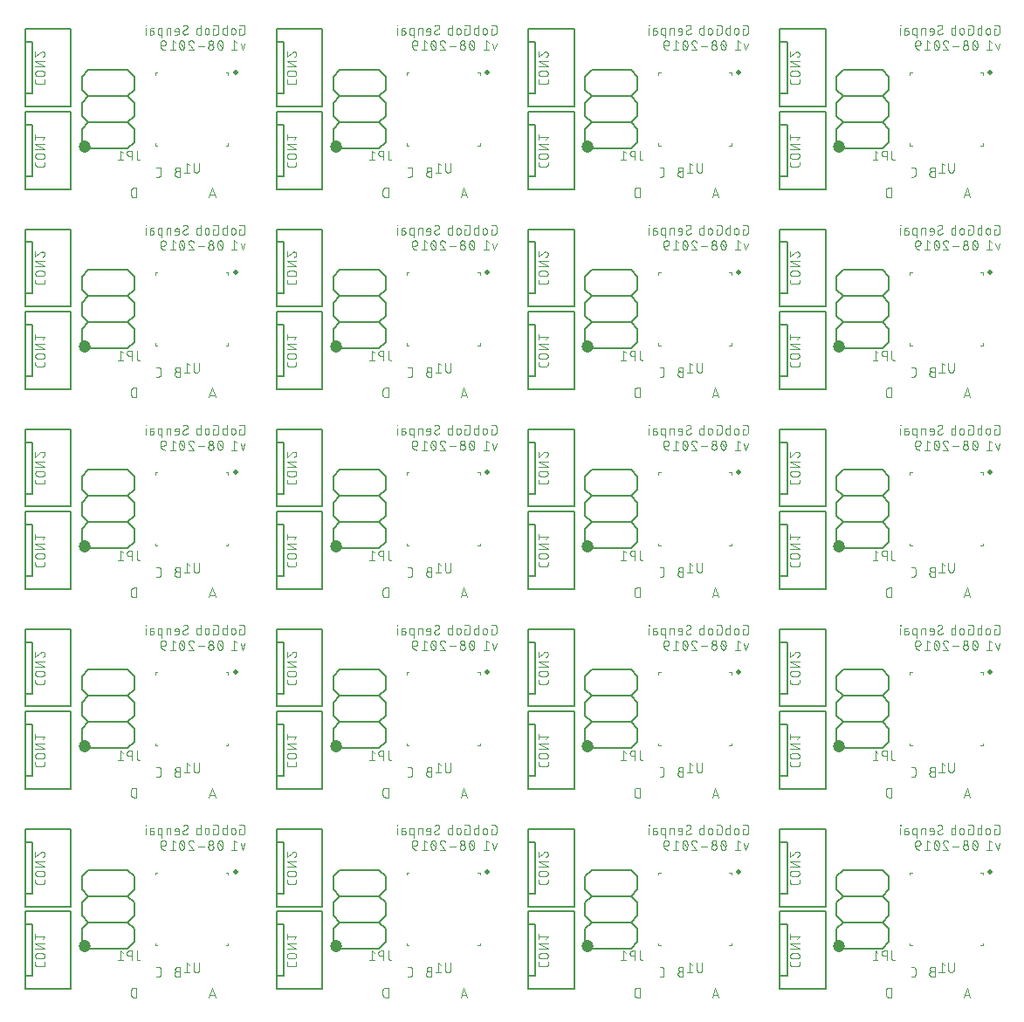
<source format=gbr>
G04 EAGLE Gerber RS-274X export*
G75*
%MOMM*%
%FSLAX34Y34*%
%LPD*%
%INSilkscreen Bottom*%
%IPPOS*%
%AMOC8*
5,1,8,0,0,1.08239X$1,22.5*%
G01*
%ADD10C,1.200000*%
%ADD11C,0.076200*%
%ADD12C,0.101600*%
%ADD13C,0.127000*%
%ADD14C,0.152400*%
%ADD15C,0.500000*%
%ADD16C,0.120000*%


D10*
X73000Y61000D03*
D11*
X223487Y174513D02*
X225026Y174513D01*
X223487Y174513D02*
X223487Y169381D01*
X226566Y169381D01*
X226656Y169383D01*
X226745Y169389D01*
X226834Y169399D01*
X226922Y169412D01*
X227010Y169430D01*
X227097Y169451D01*
X227183Y169476D01*
X227268Y169505D01*
X227352Y169537D01*
X227434Y169573D01*
X227514Y169613D01*
X227593Y169656D01*
X227669Y169703D01*
X227744Y169752D01*
X227816Y169805D01*
X227886Y169861D01*
X227953Y169920D01*
X228018Y169982D01*
X228080Y170047D01*
X228139Y170114D01*
X228195Y170184D01*
X228248Y170256D01*
X228297Y170331D01*
X228344Y170408D01*
X228387Y170486D01*
X228427Y170566D01*
X228463Y170648D01*
X228495Y170732D01*
X228524Y170817D01*
X228549Y170903D01*
X228570Y170990D01*
X228588Y171078D01*
X228601Y171166D01*
X228611Y171255D01*
X228617Y171344D01*
X228619Y171434D01*
X228619Y176566D01*
X228617Y176656D01*
X228611Y176745D01*
X228601Y176834D01*
X228588Y176922D01*
X228570Y177010D01*
X228549Y177097D01*
X228524Y177183D01*
X228495Y177268D01*
X228463Y177352D01*
X228427Y177434D01*
X228387Y177514D01*
X228344Y177593D01*
X228297Y177669D01*
X228248Y177744D01*
X228195Y177816D01*
X228139Y177886D01*
X228080Y177953D01*
X228018Y178018D01*
X227953Y178080D01*
X227886Y178139D01*
X227816Y178195D01*
X227744Y178248D01*
X227669Y178297D01*
X227593Y178344D01*
X227514Y178387D01*
X227434Y178427D01*
X227352Y178463D01*
X227268Y178495D01*
X227183Y178524D01*
X227097Y178549D01*
X227010Y178570D01*
X226922Y178588D01*
X226834Y178601D01*
X226745Y178611D01*
X226656Y178617D01*
X226566Y178619D01*
X223487Y178619D01*
X219406Y173487D02*
X219406Y171434D01*
X219406Y173487D02*
X219404Y173577D01*
X219398Y173666D01*
X219388Y173755D01*
X219375Y173843D01*
X219357Y173931D01*
X219336Y174018D01*
X219311Y174104D01*
X219282Y174189D01*
X219250Y174273D01*
X219214Y174355D01*
X219174Y174435D01*
X219131Y174514D01*
X219084Y174590D01*
X219035Y174665D01*
X218982Y174737D01*
X218926Y174807D01*
X218867Y174874D01*
X218805Y174939D01*
X218740Y175001D01*
X218673Y175060D01*
X218603Y175116D01*
X218531Y175169D01*
X218456Y175218D01*
X218380Y175265D01*
X218301Y175308D01*
X218221Y175348D01*
X218139Y175384D01*
X218055Y175416D01*
X217970Y175445D01*
X217884Y175470D01*
X217797Y175491D01*
X217709Y175509D01*
X217621Y175522D01*
X217532Y175532D01*
X217443Y175538D01*
X217353Y175540D01*
X217263Y175538D01*
X217174Y175532D01*
X217085Y175522D01*
X216997Y175509D01*
X216909Y175491D01*
X216822Y175470D01*
X216736Y175445D01*
X216651Y175416D01*
X216567Y175384D01*
X216485Y175348D01*
X216405Y175308D01*
X216327Y175265D01*
X216250Y175218D01*
X216175Y175169D01*
X216103Y175116D01*
X216033Y175060D01*
X215966Y175001D01*
X215901Y174939D01*
X215839Y174874D01*
X215780Y174807D01*
X215724Y174737D01*
X215671Y174665D01*
X215622Y174590D01*
X215575Y174514D01*
X215532Y174435D01*
X215492Y174355D01*
X215456Y174273D01*
X215424Y174189D01*
X215395Y174104D01*
X215370Y174018D01*
X215349Y173931D01*
X215331Y173843D01*
X215318Y173755D01*
X215308Y173666D01*
X215302Y173577D01*
X215300Y173487D01*
X215300Y171434D01*
X215302Y171344D01*
X215308Y171255D01*
X215318Y171166D01*
X215331Y171078D01*
X215349Y170990D01*
X215370Y170903D01*
X215395Y170817D01*
X215424Y170732D01*
X215456Y170648D01*
X215492Y170566D01*
X215532Y170486D01*
X215575Y170408D01*
X215622Y170331D01*
X215671Y170256D01*
X215724Y170184D01*
X215780Y170114D01*
X215839Y170047D01*
X215901Y169982D01*
X215966Y169920D01*
X216033Y169861D01*
X216103Y169805D01*
X216175Y169752D01*
X216250Y169703D01*
X216327Y169656D01*
X216405Y169613D01*
X216485Y169573D01*
X216567Y169537D01*
X216651Y169505D01*
X216736Y169476D01*
X216822Y169451D01*
X216909Y169430D01*
X216997Y169412D01*
X217085Y169399D01*
X217174Y169389D01*
X217263Y169383D01*
X217353Y169381D01*
X217443Y169383D01*
X217532Y169389D01*
X217621Y169399D01*
X217709Y169412D01*
X217797Y169430D01*
X217884Y169451D01*
X217970Y169476D01*
X218055Y169505D01*
X218139Y169537D01*
X218221Y169573D01*
X218301Y169613D01*
X218380Y169656D01*
X218456Y169703D01*
X218531Y169752D01*
X218603Y169805D01*
X218673Y169861D01*
X218740Y169920D01*
X218805Y169982D01*
X218867Y170047D01*
X218926Y170114D01*
X218982Y170184D01*
X219035Y170256D01*
X219084Y170331D01*
X219131Y170408D01*
X219174Y170486D01*
X219214Y170566D01*
X219250Y170648D01*
X219282Y170732D01*
X219311Y170817D01*
X219336Y170903D01*
X219357Y170990D01*
X219375Y171078D01*
X219388Y171166D01*
X219398Y171255D01*
X219404Y171344D01*
X219406Y171434D01*
X211261Y169381D02*
X211261Y178619D01*
X211261Y169381D02*
X208694Y169381D01*
X208618Y169383D01*
X208543Y169388D01*
X208468Y169398D01*
X208394Y169411D01*
X208320Y169427D01*
X208247Y169447D01*
X208175Y169471D01*
X208105Y169498D01*
X208036Y169529D01*
X207968Y169563D01*
X207902Y169600D01*
X207838Y169641D01*
X207777Y169684D01*
X207717Y169731D01*
X207660Y169780D01*
X207605Y169832D01*
X207553Y169887D01*
X207504Y169944D01*
X207457Y170004D01*
X207414Y170065D01*
X207373Y170129D01*
X207336Y170195D01*
X207302Y170263D01*
X207271Y170332D01*
X207244Y170402D01*
X207220Y170474D01*
X207200Y170547D01*
X207184Y170621D01*
X207171Y170695D01*
X207161Y170770D01*
X207156Y170845D01*
X207154Y170921D01*
X207155Y170921D02*
X207155Y174000D01*
X207154Y174000D02*
X207156Y174076D01*
X207161Y174151D01*
X207171Y174226D01*
X207184Y174300D01*
X207200Y174374D01*
X207220Y174447D01*
X207244Y174519D01*
X207271Y174589D01*
X207302Y174658D01*
X207336Y174726D01*
X207373Y174792D01*
X207414Y174856D01*
X207457Y174917D01*
X207504Y174977D01*
X207553Y175034D01*
X207605Y175089D01*
X207660Y175141D01*
X207717Y175190D01*
X207777Y175237D01*
X207838Y175280D01*
X207902Y175321D01*
X207968Y175358D01*
X208036Y175392D01*
X208105Y175423D01*
X208175Y175450D01*
X208247Y175474D01*
X208320Y175494D01*
X208394Y175510D01*
X208468Y175523D01*
X208543Y175533D01*
X208618Y175538D01*
X208694Y175540D01*
X211261Y175540D01*
X199527Y174513D02*
X197987Y174513D01*
X197987Y169381D01*
X201066Y169381D01*
X201156Y169383D01*
X201245Y169389D01*
X201334Y169399D01*
X201422Y169412D01*
X201510Y169430D01*
X201597Y169451D01*
X201683Y169476D01*
X201768Y169505D01*
X201852Y169537D01*
X201934Y169573D01*
X202014Y169613D01*
X202093Y169656D01*
X202169Y169703D01*
X202244Y169752D01*
X202316Y169805D01*
X202386Y169861D01*
X202453Y169920D01*
X202518Y169982D01*
X202580Y170047D01*
X202639Y170114D01*
X202695Y170184D01*
X202748Y170256D01*
X202797Y170331D01*
X202844Y170408D01*
X202887Y170486D01*
X202927Y170566D01*
X202963Y170648D01*
X202995Y170732D01*
X203024Y170817D01*
X203049Y170903D01*
X203070Y170990D01*
X203088Y171078D01*
X203101Y171166D01*
X203111Y171255D01*
X203117Y171344D01*
X203119Y171434D01*
X203119Y176566D01*
X203117Y176656D01*
X203111Y176745D01*
X203101Y176834D01*
X203088Y176922D01*
X203070Y177010D01*
X203049Y177097D01*
X203024Y177183D01*
X202995Y177268D01*
X202963Y177352D01*
X202927Y177434D01*
X202887Y177514D01*
X202844Y177593D01*
X202797Y177669D01*
X202748Y177744D01*
X202695Y177816D01*
X202639Y177886D01*
X202580Y177953D01*
X202518Y178018D01*
X202453Y178080D01*
X202386Y178139D01*
X202316Y178195D01*
X202244Y178248D01*
X202169Y178297D01*
X202093Y178344D01*
X202014Y178387D01*
X201934Y178427D01*
X201852Y178463D01*
X201768Y178495D01*
X201683Y178524D01*
X201597Y178549D01*
X201510Y178570D01*
X201422Y178588D01*
X201334Y178601D01*
X201245Y178611D01*
X201156Y178617D01*
X201066Y178619D01*
X197987Y178619D01*
X193906Y173487D02*
X193906Y171434D01*
X193906Y173487D02*
X193904Y173577D01*
X193898Y173666D01*
X193888Y173755D01*
X193875Y173843D01*
X193857Y173931D01*
X193836Y174018D01*
X193811Y174104D01*
X193782Y174189D01*
X193750Y174273D01*
X193714Y174355D01*
X193674Y174435D01*
X193631Y174514D01*
X193584Y174590D01*
X193535Y174665D01*
X193482Y174737D01*
X193426Y174807D01*
X193367Y174874D01*
X193305Y174939D01*
X193240Y175001D01*
X193173Y175060D01*
X193103Y175116D01*
X193031Y175169D01*
X192956Y175218D01*
X192880Y175265D01*
X192801Y175308D01*
X192721Y175348D01*
X192639Y175384D01*
X192555Y175416D01*
X192470Y175445D01*
X192384Y175470D01*
X192297Y175491D01*
X192209Y175509D01*
X192121Y175522D01*
X192032Y175532D01*
X191943Y175538D01*
X191853Y175540D01*
X191763Y175538D01*
X191674Y175532D01*
X191585Y175522D01*
X191497Y175509D01*
X191409Y175491D01*
X191322Y175470D01*
X191236Y175445D01*
X191151Y175416D01*
X191067Y175384D01*
X190985Y175348D01*
X190905Y175308D01*
X190827Y175265D01*
X190750Y175218D01*
X190675Y175169D01*
X190603Y175116D01*
X190533Y175060D01*
X190466Y175001D01*
X190401Y174939D01*
X190339Y174874D01*
X190280Y174807D01*
X190224Y174737D01*
X190171Y174665D01*
X190122Y174590D01*
X190075Y174514D01*
X190032Y174435D01*
X189992Y174355D01*
X189956Y174273D01*
X189924Y174189D01*
X189895Y174104D01*
X189870Y174018D01*
X189849Y173931D01*
X189831Y173843D01*
X189818Y173755D01*
X189808Y173666D01*
X189802Y173577D01*
X189800Y173487D01*
X189800Y171434D01*
X189802Y171344D01*
X189808Y171255D01*
X189818Y171166D01*
X189831Y171078D01*
X189849Y170990D01*
X189870Y170903D01*
X189895Y170817D01*
X189924Y170732D01*
X189956Y170648D01*
X189992Y170566D01*
X190032Y170486D01*
X190075Y170408D01*
X190122Y170331D01*
X190171Y170256D01*
X190224Y170184D01*
X190280Y170114D01*
X190339Y170047D01*
X190401Y169982D01*
X190466Y169920D01*
X190533Y169861D01*
X190603Y169805D01*
X190675Y169752D01*
X190750Y169703D01*
X190827Y169656D01*
X190905Y169613D01*
X190985Y169573D01*
X191067Y169537D01*
X191151Y169505D01*
X191236Y169476D01*
X191322Y169451D01*
X191409Y169430D01*
X191497Y169412D01*
X191585Y169399D01*
X191674Y169389D01*
X191763Y169383D01*
X191853Y169381D01*
X191943Y169383D01*
X192032Y169389D01*
X192121Y169399D01*
X192209Y169412D01*
X192297Y169430D01*
X192384Y169451D01*
X192470Y169476D01*
X192555Y169505D01*
X192639Y169537D01*
X192721Y169573D01*
X192801Y169613D01*
X192880Y169656D01*
X192956Y169703D01*
X193031Y169752D01*
X193103Y169805D01*
X193173Y169861D01*
X193240Y169920D01*
X193305Y169982D01*
X193367Y170047D01*
X193426Y170114D01*
X193482Y170184D01*
X193535Y170256D01*
X193584Y170331D01*
X193631Y170408D01*
X193674Y170486D01*
X193714Y170566D01*
X193750Y170648D01*
X193782Y170732D01*
X193811Y170817D01*
X193836Y170903D01*
X193857Y170990D01*
X193875Y171078D01*
X193888Y171166D01*
X193898Y171255D01*
X193904Y171344D01*
X193906Y171434D01*
X185761Y169381D02*
X185761Y178619D01*
X185761Y169381D02*
X183195Y169381D01*
X183119Y169383D01*
X183044Y169388D01*
X182969Y169398D01*
X182895Y169411D01*
X182821Y169427D01*
X182748Y169447D01*
X182676Y169471D01*
X182606Y169498D01*
X182537Y169529D01*
X182469Y169563D01*
X182403Y169600D01*
X182339Y169641D01*
X182278Y169684D01*
X182218Y169731D01*
X182161Y169780D01*
X182106Y169832D01*
X182054Y169887D01*
X182005Y169944D01*
X181958Y170004D01*
X181915Y170065D01*
X181874Y170129D01*
X181837Y170195D01*
X181803Y170263D01*
X181772Y170332D01*
X181745Y170402D01*
X181721Y170474D01*
X181701Y170547D01*
X181685Y170621D01*
X181672Y170695D01*
X181662Y170770D01*
X181657Y170845D01*
X181655Y170921D01*
X181655Y174000D01*
X181654Y174000D02*
X181656Y174076D01*
X181661Y174151D01*
X181671Y174226D01*
X181684Y174300D01*
X181700Y174374D01*
X181720Y174447D01*
X181744Y174519D01*
X181771Y174589D01*
X181802Y174658D01*
X181836Y174726D01*
X181873Y174792D01*
X181914Y174856D01*
X181957Y174917D01*
X182004Y174977D01*
X182053Y175034D01*
X182105Y175089D01*
X182160Y175141D01*
X182217Y175190D01*
X182277Y175237D01*
X182338Y175280D01*
X182402Y175321D01*
X182468Y175358D01*
X182536Y175392D01*
X182605Y175423D01*
X182675Y175450D01*
X182747Y175474D01*
X182820Y175494D01*
X182894Y175510D01*
X182968Y175523D01*
X183043Y175533D01*
X183118Y175538D01*
X183194Y175540D01*
X183195Y175540D02*
X185761Y175540D01*
X170340Y169381D02*
X170250Y169383D01*
X170161Y169389D01*
X170072Y169399D01*
X169984Y169412D01*
X169896Y169430D01*
X169809Y169451D01*
X169723Y169476D01*
X169638Y169505D01*
X169554Y169537D01*
X169472Y169573D01*
X169392Y169613D01*
X169314Y169656D01*
X169237Y169703D01*
X169162Y169752D01*
X169090Y169805D01*
X169020Y169861D01*
X168953Y169920D01*
X168888Y169982D01*
X168826Y170047D01*
X168767Y170114D01*
X168711Y170184D01*
X168658Y170256D01*
X168609Y170331D01*
X168562Y170407D01*
X168519Y170486D01*
X168479Y170566D01*
X168443Y170648D01*
X168411Y170732D01*
X168382Y170817D01*
X168357Y170903D01*
X168336Y170990D01*
X168318Y171077D01*
X168305Y171166D01*
X168295Y171255D01*
X168289Y171344D01*
X168287Y171434D01*
X170340Y169381D02*
X170467Y169383D01*
X170594Y169388D01*
X170720Y169398D01*
X170846Y169411D01*
X170972Y169427D01*
X171097Y169448D01*
X171222Y169472D01*
X171345Y169499D01*
X171468Y169530D01*
X171590Y169565D01*
X171711Y169603D01*
X171831Y169645D01*
X171949Y169691D01*
X172066Y169739D01*
X172182Y169792D01*
X172296Y169847D01*
X172408Y169906D01*
X172519Y169968D01*
X172628Y170033D01*
X172734Y170102D01*
X172839Y170173D01*
X172942Y170248D01*
X173042Y170326D01*
X173140Y170406D01*
X173236Y170489D01*
X173329Y170575D01*
X173419Y170664D01*
X173163Y176566D02*
X173161Y176656D01*
X173155Y176745D01*
X173145Y176834D01*
X173132Y176922D01*
X173114Y177010D01*
X173093Y177097D01*
X173068Y177183D01*
X173039Y177268D01*
X173007Y177352D01*
X172971Y177434D01*
X172931Y177514D01*
X172888Y177593D01*
X172841Y177669D01*
X172792Y177744D01*
X172739Y177816D01*
X172683Y177886D01*
X172624Y177953D01*
X172562Y178018D01*
X172497Y178080D01*
X172430Y178139D01*
X172360Y178195D01*
X172288Y178248D01*
X172213Y178297D01*
X172137Y178344D01*
X172058Y178387D01*
X171978Y178427D01*
X171896Y178463D01*
X171812Y178495D01*
X171727Y178524D01*
X171641Y178549D01*
X171554Y178570D01*
X171466Y178588D01*
X171378Y178601D01*
X171289Y178611D01*
X171200Y178617D01*
X171110Y178619D01*
X170986Y178617D01*
X170862Y178611D01*
X170739Y178601D01*
X170616Y178587D01*
X170493Y178569D01*
X170372Y178547D01*
X170250Y178522D01*
X170130Y178492D01*
X170011Y178459D01*
X169893Y178421D01*
X169776Y178380D01*
X169661Y178336D01*
X169547Y178287D01*
X169434Y178235D01*
X169324Y178179D01*
X169215Y178120D01*
X169108Y178057D01*
X169003Y177991D01*
X168901Y177922D01*
X168801Y177849D01*
X172137Y174770D02*
X172213Y174817D01*
X172288Y174868D01*
X172360Y174922D01*
X172430Y174979D01*
X172497Y175039D01*
X172562Y175102D01*
X172624Y175167D01*
X172683Y175235D01*
X172739Y175306D01*
X172792Y175379D01*
X172842Y175454D01*
X172888Y175532D01*
X172931Y175611D01*
X172971Y175692D01*
X173007Y175775D01*
X173039Y175859D01*
X173068Y175944D01*
X173093Y176031D01*
X173114Y176119D01*
X173132Y176207D01*
X173145Y176296D01*
X173155Y176386D01*
X173161Y176476D01*
X173163Y176566D01*
X169314Y173230D02*
X169237Y173183D01*
X169162Y173132D01*
X169090Y173078D01*
X169020Y173021D01*
X168953Y172961D01*
X168888Y172898D01*
X168826Y172833D01*
X168767Y172765D01*
X168711Y172694D01*
X168658Y172621D01*
X168608Y172546D01*
X168562Y172468D01*
X168519Y172389D01*
X168479Y172308D01*
X168443Y172225D01*
X168411Y172141D01*
X168382Y172056D01*
X168357Y171969D01*
X168336Y171882D01*
X168318Y171793D01*
X168305Y171704D01*
X168295Y171614D01*
X168289Y171524D01*
X168287Y171434D01*
X169313Y173230D02*
X172136Y174770D01*
X163266Y169381D02*
X160700Y169381D01*
X163266Y169381D02*
X163342Y169383D01*
X163417Y169388D01*
X163492Y169398D01*
X163566Y169411D01*
X163640Y169427D01*
X163713Y169447D01*
X163785Y169471D01*
X163855Y169498D01*
X163924Y169529D01*
X163992Y169563D01*
X164058Y169600D01*
X164122Y169641D01*
X164183Y169684D01*
X164243Y169731D01*
X164300Y169780D01*
X164355Y169832D01*
X164407Y169887D01*
X164456Y169944D01*
X164503Y170004D01*
X164546Y170065D01*
X164587Y170129D01*
X164624Y170195D01*
X164658Y170263D01*
X164689Y170332D01*
X164716Y170402D01*
X164740Y170474D01*
X164760Y170547D01*
X164776Y170621D01*
X164789Y170695D01*
X164799Y170770D01*
X164804Y170845D01*
X164806Y170921D01*
X164806Y173487D01*
X164804Y173577D01*
X164798Y173666D01*
X164788Y173755D01*
X164775Y173843D01*
X164757Y173931D01*
X164736Y174018D01*
X164711Y174104D01*
X164682Y174189D01*
X164650Y174273D01*
X164614Y174355D01*
X164574Y174435D01*
X164531Y174514D01*
X164484Y174590D01*
X164435Y174665D01*
X164382Y174737D01*
X164326Y174807D01*
X164267Y174874D01*
X164205Y174939D01*
X164140Y175001D01*
X164073Y175060D01*
X164003Y175116D01*
X163931Y175169D01*
X163856Y175218D01*
X163780Y175265D01*
X163701Y175308D01*
X163621Y175348D01*
X163539Y175384D01*
X163455Y175416D01*
X163370Y175445D01*
X163284Y175470D01*
X163197Y175491D01*
X163109Y175509D01*
X163021Y175522D01*
X162932Y175532D01*
X162843Y175538D01*
X162753Y175540D01*
X162663Y175538D01*
X162574Y175532D01*
X162485Y175522D01*
X162397Y175509D01*
X162309Y175491D01*
X162222Y175470D01*
X162136Y175445D01*
X162051Y175416D01*
X161967Y175384D01*
X161885Y175348D01*
X161805Y175308D01*
X161727Y175265D01*
X161650Y175218D01*
X161575Y175169D01*
X161503Y175116D01*
X161433Y175060D01*
X161366Y175001D01*
X161301Y174939D01*
X161239Y174874D01*
X161180Y174807D01*
X161124Y174737D01*
X161071Y174665D01*
X161022Y174590D01*
X160975Y174514D01*
X160932Y174435D01*
X160892Y174355D01*
X160856Y174273D01*
X160824Y174189D01*
X160795Y174104D01*
X160770Y174018D01*
X160749Y173931D01*
X160731Y173843D01*
X160718Y173755D01*
X160708Y173666D01*
X160702Y173577D01*
X160700Y173487D01*
X160700Y172460D01*
X164806Y172460D01*
X156706Y169381D02*
X156706Y175540D01*
X154140Y175540D01*
X154062Y175538D01*
X153984Y175532D01*
X153907Y175522D01*
X153830Y175508D01*
X153754Y175491D01*
X153679Y175469D01*
X153605Y175444D01*
X153533Y175415D01*
X153462Y175383D01*
X153393Y175346D01*
X153325Y175307D01*
X153260Y175264D01*
X153197Y175218D01*
X153137Y175168D01*
X153079Y175116D01*
X153024Y175061D01*
X152972Y175003D01*
X152922Y174943D01*
X152876Y174880D01*
X152833Y174815D01*
X152794Y174747D01*
X152757Y174678D01*
X152725Y174607D01*
X152696Y174535D01*
X152671Y174461D01*
X152649Y174386D01*
X152632Y174310D01*
X152618Y174233D01*
X152608Y174156D01*
X152602Y174078D01*
X152600Y174000D01*
X152600Y169381D01*
X148261Y166302D02*
X148261Y175540D01*
X145695Y175540D01*
X145617Y175538D01*
X145539Y175532D01*
X145462Y175522D01*
X145385Y175508D01*
X145309Y175491D01*
X145234Y175469D01*
X145160Y175444D01*
X145088Y175415D01*
X145017Y175383D01*
X144948Y175346D01*
X144880Y175307D01*
X144815Y175264D01*
X144752Y175218D01*
X144692Y175168D01*
X144634Y175116D01*
X144579Y175061D01*
X144527Y175003D01*
X144477Y174943D01*
X144431Y174880D01*
X144388Y174815D01*
X144349Y174747D01*
X144312Y174678D01*
X144280Y174607D01*
X144251Y174535D01*
X144226Y174461D01*
X144204Y174386D01*
X144187Y174310D01*
X144173Y174233D01*
X144163Y174156D01*
X144157Y174078D01*
X144155Y174000D01*
X144155Y170921D01*
X144157Y170845D01*
X144162Y170770D01*
X144172Y170695D01*
X144185Y170621D01*
X144201Y170547D01*
X144221Y170474D01*
X144245Y170402D01*
X144272Y170332D01*
X144303Y170263D01*
X144337Y170195D01*
X144374Y170129D01*
X144415Y170065D01*
X144458Y170004D01*
X144505Y169944D01*
X144554Y169887D01*
X144606Y169832D01*
X144661Y169780D01*
X144718Y169731D01*
X144778Y169684D01*
X144839Y169641D01*
X144903Y169600D01*
X144969Y169563D01*
X145037Y169529D01*
X145106Y169498D01*
X145176Y169471D01*
X145248Y169447D01*
X145321Y169427D01*
X145395Y169411D01*
X145469Y169398D01*
X145544Y169388D01*
X145619Y169383D01*
X145695Y169381D01*
X148261Y169381D01*
X138755Y172974D02*
X136445Y172974D01*
X138755Y172973D02*
X138838Y172971D01*
X138921Y172965D01*
X139003Y172956D01*
X139085Y172942D01*
X139166Y172925D01*
X139246Y172904D01*
X139326Y172880D01*
X139404Y172852D01*
X139480Y172820D01*
X139556Y172785D01*
X139629Y172746D01*
X139700Y172704D01*
X139770Y172659D01*
X139837Y172610D01*
X139902Y172559D01*
X139965Y172504D01*
X140025Y172447D01*
X140082Y172387D01*
X140137Y172324D01*
X140188Y172259D01*
X140237Y172192D01*
X140282Y172122D01*
X140324Y172051D01*
X140363Y171978D01*
X140398Y171902D01*
X140430Y171826D01*
X140458Y171748D01*
X140482Y171668D01*
X140503Y171588D01*
X140520Y171507D01*
X140534Y171425D01*
X140543Y171343D01*
X140549Y171260D01*
X140551Y171177D01*
X140549Y171094D01*
X140543Y171011D01*
X140534Y170929D01*
X140520Y170847D01*
X140503Y170766D01*
X140482Y170686D01*
X140458Y170606D01*
X140430Y170528D01*
X140398Y170452D01*
X140363Y170376D01*
X140324Y170303D01*
X140282Y170232D01*
X140237Y170162D01*
X140188Y170095D01*
X140137Y170030D01*
X140082Y169967D01*
X140025Y169907D01*
X139965Y169850D01*
X139902Y169795D01*
X139837Y169744D01*
X139770Y169695D01*
X139700Y169650D01*
X139629Y169608D01*
X139556Y169569D01*
X139480Y169534D01*
X139404Y169502D01*
X139326Y169474D01*
X139246Y169450D01*
X139166Y169429D01*
X139085Y169412D01*
X139003Y169398D01*
X138921Y169389D01*
X138838Y169383D01*
X138755Y169381D01*
X136445Y169381D01*
X136445Y174000D01*
X136447Y174076D01*
X136452Y174151D01*
X136462Y174226D01*
X136475Y174300D01*
X136491Y174374D01*
X136511Y174447D01*
X136535Y174519D01*
X136562Y174589D01*
X136593Y174658D01*
X136627Y174726D01*
X136664Y174792D01*
X136705Y174856D01*
X136748Y174917D01*
X136795Y174977D01*
X136844Y175034D01*
X136896Y175089D01*
X136951Y175141D01*
X137008Y175190D01*
X137068Y175237D01*
X137129Y175280D01*
X137193Y175321D01*
X137259Y175358D01*
X137327Y175392D01*
X137396Y175423D01*
X137466Y175450D01*
X137538Y175474D01*
X137611Y175494D01*
X137685Y175510D01*
X137759Y175523D01*
X137834Y175533D01*
X137909Y175538D01*
X137985Y175540D01*
X140038Y175540D01*
X132453Y175540D02*
X132453Y169381D01*
X132710Y178106D02*
X132710Y178619D01*
X132197Y178619D01*
X132197Y178106D01*
X132710Y178106D01*
X226566Y154381D02*
X228619Y160540D01*
X224513Y160540D02*
X226566Y154381D01*
X221032Y161566D02*
X218466Y163619D01*
X218466Y154381D01*
X221032Y154381D02*
X215900Y154381D01*
X207232Y159000D02*
X207230Y159182D01*
X207223Y159363D01*
X207212Y159545D01*
X207197Y159726D01*
X207178Y159907D01*
X207154Y160087D01*
X207126Y160266D01*
X207094Y160445D01*
X207057Y160623D01*
X207016Y160800D01*
X206971Y160976D01*
X206922Y161151D01*
X206868Y161325D01*
X206811Y161497D01*
X206749Y161668D01*
X206683Y161838D01*
X206614Y162006D01*
X206540Y162172D01*
X206462Y162336D01*
X206433Y162415D01*
X206401Y162492D01*
X206365Y162568D01*
X206326Y162643D01*
X206283Y162716D01*
X206237Y162786D01*
X206189Y162855D01*
X206137Y162921D01*
X206082Y162985D01*
X206025Y163046D01*
X205965Y163105D01*
X205902Y163162D01*
X205837Y163215D01*
X205770Y163265D01*
X205700Y163313D01*
X205629Y163357D01*
X205555Y163398D01*
X205480Y163436D01*
X205403Y163470D01*
X205325Y163501D01*
X205246Y163528D01*
X205165Y163552D01*
X205083Y163573D01*
X205001Y163589D01*
X204918Y163602D01*
X204834Y163612D01*
X204750Y163617D01*
X204666Y163619D01*
X204582Y163617D01*
X204498Y163612D01*
X204414Y163602D01*
X204331Y163589D01*
X204249Y163573D01*
X204167Y163552D01*
X204086Y163528D01*
X204007Y163501D01*
X203929Y163470D01*
X203852Y163436D01*
X203777Y163398D01*
X203703Y163357D01*
X203632Y163313D01*
X203562Y163265D01*
X203495Y163215D01*
X203430Y163162D01*
X203367Y163105D01*
X203307Y163047D01*
X203250Y162985D01*
X203195Y162921D01*
X203143Y162855D01*
X203095Y162786D01*
X203049Y162716D01*
X203006Y162643D01*
X202967Y162569D01*
X202931Y162492D01*
X202899Y162415D01*
X202870Y162336D01*
X202792Y162172D01*
X202718Y162006D01*
X202649Y161838D01*
X202583Y161668D01*
X202521Y161497D01*
X202464Y161325D01*
X202410Y161151D01*
X202361Y160976D01*
X202316Y160800D01*
X202275Y160623D01*
X202238Y160445D01*
X202206Y160266D01*
X202178Y160087D01*
X202154Y159907D01*
X202135Y159726D01*
X202120Y159545D01*
X202109Y159363D01*
X202102Y159182D01*
X202100Y159000D01*
X207232Y159000D02*
X207230Y158818D01*
X207223Y158637D01*
X207212Y158455D01*
X207197Y158274D01*
X207178Y158093D01*
X207154Y157913D01*
X207126Y157734D01*
X207094Y157555D01*
X207057Y157377D01*
X207016Y157200D01*
X206971Y157024D01*
X206922Y156849D01*
X206868Y156675D01*
X206811Y156503D01*
X206749Y156332D01*
X206683Y156162D01*
X206614Y155995D01*
X206540Y155828D01*
X206462Y155664D01*
X206433Y155585D01*
X206401Y155508D01*
X206365Y155431D01*
X206326Y155357D01*
X206283Y155284D01*
X206237Y155214D01*
X206189Y155145D01*
X206137Y155079D01*
X206082Y155015D01*
X206025Y154953D01*
X205965Y154895D01*
X205902Y154838D01*
X205837Y154785D01*
X205770Y154735D01*
X205700Y154687D01*
X205629Y154643D01*
X205555Y154602D01*
X205480Y154564D01*
X205403Y154530D01*
X205325Y154499D01*
X205246Y154472D01*
X205165Y154448D01*
X205083Y154427D01*
X205001Y154411D01*
X204918Y154398D01*
X204834Y154388D01*
X204750Y154383D01*
X204666Y154381D01*
X202870Y155664D02*
X202792Y155828D01*
X202718Y155994D01*
X202649Y156162D01*
X202583Y156332D01*
X202521Y156503D01*
X202464Y156675D01*
X202410Y156849D01*
X202361Y157024D01*
X202316Y157200D01*
X202275Y157377D01*
X202238Y157555D01*
X202206Y157734D01*
X202178Y157913D01*
X202154Y158093D01*
X202135Y158274D01*
X202120Y158455D01*
X202109Y158637D01*
X202102Y158818D01*
X202100Y159000D01*
X202870Y155664D02*
X202899Y155585D01*
X202931Y155508D01*
X202967Y155431D01*
X203006Y155357D01*
X203049Y155284D01*
X203095Y155214D01*
X203143Y155145D01*
X203195Y155079D01*
X203250Y155015D01*
X203307Y154953D01*
X203367Y154895D01*
X203430Y154838D01*
X203495Y154785D01*
X203562Y154735D01*
X203632Y154687D01*
X203703Y154643D01*
X203777Y154602D01*
X203852Y154564D01*
X203929Y154530D01*
X204007Y154499D01*
X204086Y154472D01*
X204167Y154448D01*
X204249Y154427D01*
X204331Y154411D01*
X204414Y154398D01*
X204498Y154388D01*
X204582Y154383D01*
X204666Y154381D01*
X206719Y156434D02*
X202613Y161566D01*
X198232Y156947D02*
X198230Y157046D01*
X198224Y157146D01*
X198215Y157245D01*
X198201Y157343D01*
X198184Y157441D01*
X198163Y157539D01*
X198138Y157635D01*
X198109Y157730D01*
X198077Y157825D01*
X198041Y157917D01*
X198002Y158009D01*
X197959Y158099D01*
X197913Y158187D01*
X197863Y158273D01*
X197810Y158357D01*
X197754Y158439D01*
X197694Y158519D01*
X197632Y158596D01*
X197566Y158671D01*
X197498Y158744D01*
X197427Y158813D01*
X197353Y158880D01*
X197277Y158944D01*
X197198Y159005D01*
X197117Y159063D01*
X197034Y159118D01*
X196949Y159169D01*
X196862Y159217D01*
X196773Y159262D01*
X196682Y159303D01*
X196590Y159341D01*
X196497Y159375D01*
X196402Y159405D01*
X196306Y159432D01*
X196209Y159455D01*
X196112Y159474D01*
X196013Y159489D01*
X195914Y159501D01*
X195815Y159509D01*
X195716Y159513D01*
X195616Y159513D01*
X195517Y159509D01*
X195418Y159501D01*
X195319Y159489D01*
X195220Y159474D01*
X195123Y159455D01*
X195026Y159432D01*
X194930Y159405D01*
X194835Y159375D01*
X194742Y159341D01*
X194650Y159303D01*
X194559Y159262D01*
X194470Y159217D01*
X194383Y159169D01*
X194298Y159118D01*
X194215Y159063D01*
X194134Y159005D01*
X194055Y158944D01*
X193979Y158880D01*
X193905Y158813D01*
X193834Y158744D01*
X193766Y158671D01*
X193700Y158596D01*
X193638Y158519D01*
X193578Y158439D01*
X193522Y158357D01*
X193469Y158273D01*
X193419Y158187D01*
X193373Y158099D01*
X193330Y158009D01*
X193291Y157917D01*
X193255Y157825D01*
X193223Y157730D01*
X193194Y157635D01*
X193169Y157539D01*
X193148Y157441D01*
X193131Y157343D01*
X193117Y157245D01*
X193108Y157146D01*
X193102Y157046D01*
X193100Y156947D01*
X193102Y156848D01*
X193108Y156748D01*
X193117Y156649D01*
X193131Y156551D01*
X193148Y156453D01*
X193169Y156355D01*
X193194Y156259D01*
X193223Y156164D01*
X193255Y156069D01*
X193291Y155977D01*
X193330Y155885D01*
X193373Y155795D01*
X193419Y155707D01*
X193469Y155621D01*
X193522Y155537D01*
X193578Y155455D01*
X193638Y155375D01*
X193700Y155298D01*
X193766Y155223D01*
X193834Y155150D01*
X193905Y155081D01*
X193979Y155014D01*
X194055Y154950D01*
X194134Y154889D01*
X194215Y154831D01*
X194298Y154776D01*
X194383Y154725D01*
X194470Y154677D01*
X194559Y154632D01*
X194650Y154591D01*
X194742Y154553D01*
X194835Y154519D01*
X194930Y154489D01*
X195026Y154462D01*
X195123Y154439D01*
X195220Y154420D01*
X195319Y154405D01*
X195418Y154393D01*
X195517Y154385D01*
X195616Y154381D01*
X195716Y154381D01*
X195815Y154385D01*
X195914Y154393D01*
X196013Y154405D01*
X196112Y154420D01*
X196209Y154439D01*
X196306Y154462D01*
X196402Y154489D01*
X196497Y154519D01*
X196590Y154553D01*
X196682Y154591D01*
X196773Y154632D01*
X196862Y154677D01*
X196949Y154725D01*
X197034Y154776D01*
X197117Y154831D01*
X197198Y154889D01*
X197277Y154950D01*
X197353Y155014D01*
X197427Y155081D01*
X197498Y155150D01*
X197566Y155223D01*
X197632Y155298D01*
X197694Y155375D01*
X197754Y155455D01*
X197810Y155537D01*
X197863Y155621D01*
X197913Y155707D01*
X197959Y155795D01*
X198002Y155885D01*
X198041Y155977D01*
X198077Y156069D01*
X198109Y156164D01*
X198138Y156259D01*
X198163Y156355D01*
X198184Y156453D01*
X198201Y156551D01*
X198215Y156649D01*
X198224Y156748D01*
X198230Y156848D01*
X198232Y156947D01*
X197719Y161566D02*
X197717Y161656D01*
X197711Y161745D01*
X197701Y161834D01*
X197688Y161922D01*
X197670Y162010D01*
X197649Y162097D01*
X197624Y162183D01*
X197595Y162268D01*
X197563Y162352D01*
X197527Y162434D01*
X197487Y162514D01*
X197444Y162593D01*
X197397Y162669D01*
X197348Y162744D01*
X197295Y162816D01*
X197239Y162886D01*
X197180Y162953D01*
X197118Y163018D01*
X197053Y163080D01*
X196986Y163139D01*
X196916Y163195D01*
X196844Y163248D01*
X196769Y163297D01*
X196693Y163344D01*
X196614Y163387D01*
X196534Y163427D01*
X196452Y163463D01*
X196368Y163495D01*
X196283Y163524D01*
X196197Y163549D01*
X196110Y163570D01*
X196022Y163588D01*
X195934Y163601D01*
X195845Y163611D01*
X195756Y163617D01*
X195666Y163619D01*
X195576Y163617D01*
X195487Y163611D01*
X195398Y163601D01*
X195310Y163588D01*
X195222Y163570D01*
X195135Y163549D01*
X195049Y163524D01*
X194964Y163495D01*
X194880Y163463D01*
X194798Y163427D01*
X194718Y163387D01*
X194640Y163344D01*
X194563Y163297D01*
X194488Y163248D01*
X194416Y163195D01*
X194346Y163139D01*
X194279Y163080D01*
X194214Y163018D01*
X194152Y162953D01*
X194093Y162886D01*
X194037Y162816D01*
X193984Y162744D01*
X193935Y162669D01*
X193888Y162593D01*
X193845Y162514D01*
X193805Y162434D01*
X193769Y162352D01*
X193737Y162268D01*
X193708Y162183D01*
X193683Y162097D01*
X193662Y162010D01*
X193644Y161922D01*
X193631Y161834D01*
X193621Y161745D01*
X193615Y161656D01*
X193613Y161566D01*
X193615Y161476D01*
X193621Y161387D01*
X193631Y161298D01*
X193644Y161210D01*
X193662Y161122D01*
X193683Y161035D01*
X193708Y160949D01*
X193737Y160864D01*
X193769Y160780D01*
X193805Y160698D01*
X193845Y160618D01*
X193888Y160540D01*
X193935Y160463D01*
X193984Y160388D01*
X194037Y160316D01*
X194093Y160246D01*
X194152Y160179D01*
X194214Y160114D01*
X194279Y160052D01*
X194346Y159993D01*
X194416Y159937D01*
X194488Y159884D01*
X194563Y159835D01*
X194640Y159788D01*
X194718Y159745D01*
X194798Y159705D01*
X194880Y159669D01*
X194964Y159637D01*
X195049Y159608D01*
X195135Y159583D01*
X195222Y159562D01*
X195310Y159544D01*
X195398Y159531D01*
X195487Y159521D01*
X195576Y159515D01*
X195666Y159513D01*
X195756Y159515D01*
X195845Y159521D01*
X195934Y159531D01*
X196022Y159544D01*
X196110Y159562D01*
X196197Y159583D01*
X196283Y159608D01*
X196368Y159637D01*
X196452Y159669D01*
X196534Y159705D01*
X196614Y159745D01*
X196693Y159788D01*
X196769Y159835D01*
X196844Y159884D01*
X196916Y159937D01*
X196986Y159993D01*
X197053Y160052D01*
X197118Y160114D01*
X197180Y160179D01*
X197239Y160246D01*
X197295Y160316D01*
X197348Y160388D01*
X197397Y160463D01*
X197444Y160540D01*
X197487Y160618D01*
X197527Y160698D01*
X197563Y160780D01*
X197595Y160864D01*
X197624Y160949D01*
X197649Y161035D01*
X197670Y161122D01*
X197688Y161210D01*
X197701Y161298D01*
X197711Y161387D01*
X197717Y161476D01*
X197719Y161566D01*
X189146Y157974D02*
X182987Y157974D01*
X176210Y163619D02*
X176115Y163617D01*
X176019Y163611D01*
X175924Y163601D01*
X175830Y163587D01*
X175736Y163570D01*
X175643Y163548D01*
X175551Y163523D01*
X175460Y163494D01*
X175370Y163461D01*
X175282Y163424D01*
X175195Y163384D01*
X175111Y163341D01*
X175028Y163293D01*
X174947Y163243D01*
X174868Y163189D01*
X174791Y163132D01*
X174717Y163072D01*
X174645Y163009D01*
X174577Y162942D01*
X174510Y162874D01*
X174447Y162802D01*
X174387Y162728D01*
X174330Y162651D01*
X174276Y162572D01*
X174226Y162491D01*
X174178Y162408D01*
X174135Y162324D01*
X174095Y162237D01*
X174058Y162149D01*
X174025Y162059D01*
X173996Y161968D01*
X173971Y161876D01*
X173949Y161783D01*
X173932Y161689D01*
X173918Y161595D01*
X173908Y161500D01*
X173902Y161404D01*
X173900Y161309D01*
X176210Y163619D02*
X176317Y163617D01*
X176423Y163611D01*
X176529Y163602D01*
X176635Y163588D01*
X176740Y163571D01*
X176845Y163550D01*
X176948Y163526D01*
X177051Y163497D01*
X177153Y163465D01*
X177253Y163430D01*
X177352Y163390D01*
X177450Y163347D01*
X177546Y163301D01*
X177640Y163251D01*
X177733Y163198D01*
X177823Y163142D01*
X177912Y163082D01*
X177998Y163020D01*
X178082Y162954D01*
X178163Y162885D01*
X178242Y162814D01*
X178319Y162739D01*
X178392Y162662D01*
X178463Y162582D01*
X178531Y162500D01*
X178596Y162416D01*
X178658Y162329D01*
X178716Y162240D01*
X178772Y162149D01*
X178824Y162056D01*
X178873Y161961D01*
X178918Y161864D01*
X178960Y161766D01*
X178998Y161667D01*
X179033Y161566D01*
X174671Y159513D02*
X174603Y159580D01*
X174537Y159650D01*
X174475Y159723D01*
X174415Y159797D01*
X174358Y159874D01*
X174304Y159953D01*
X174254Y160034D01*
X174206Y160117D01*
X174162Y160202D01*
X174121Y160288D01*
X174083Y160376D01*
X174049Y160465D01*
X174018Y160556D01*
X173991Y160648D01*
X173967Y160740D01*
X173947Y160834D01*
X173930Y160928D01*
X173918Y161023D01*
X173908Y161118D01*
X173903Y161213D01*
X173901Y161309D01*
X174670Y159513D02*
X179032Y154381D01*
X173900Y154381D01*
X170032Y159000D02*
X170030Y159182D01*
X170023Y159363D01*
X170012Y159545D01*
X169997Y159726D01*
X169978Y159907D01*
X169954Y160087D01*
X169926Y160266D01*
X169894Y160445D01*
X169857Y160623D01*
X169816Y160800D01*
X169771Y160976D01*
X169722Y161151D01*
X169668Y161325D01*
X169611Y161497D01*
X169549Y161668D01*
X169483Y161838D01*
X169414Y162006D01*
X169340Y162172D01*
X169262Y162336D01*
X169233Y162415D01*
X169201Y162492D01*
X169165Y162568D01*
X169126Y162643D01*
X169083Y162716D01*
X169037Y162786D01*
X168989Y162855D01*
X168937Y162921D01*
X168882Y162985D01*
X168825Y163046D01*
X168765Y163105D01*
X168702Y163162D01*
X168637Y163215D01*
X168570Y163265D01*
X168500Y163313D01*
X168429Y163357D01*
X168355Y163398D01*
X168280Y163436D01*
X168203Y163470D01*
X168125Y163501D01*
X168046Y163528D01*
X167965Y163552D01*
X167883Y163573D01*
X167801Y163589D01*
X167718Y163602D01*
X167634Y163612D01*
X167550Y163617D01*
X167466Y163619D01*
X167382Y163617D01*
X167298Y163612D01*
X167214Y163602D01*
X167131Y163589D01*
X167049Y163573D01*
X166967Y163552D01*
X166886Y163528D01*
X166807Y163501D01*
X166729Y163470D01*
X166652Y163436D01*
X166577Y163398D01*
X166503Y163357D01*
X166432Y163313D01*
X166362Y163265D01*
X166295Y163215D01*
X166230Y163162D01*
X166167Y163105D01*
X166107Y163047D01*
X166050Y162985D01*
X165995Y162921D01*
X165943Y162855D01*
X165895Y162786D01*
X165849Y162716D01*
X165806Y162643D01*
X165767Y162569D01*
X165731Y162492D01*
X165699Y162415D01*
X165670Y162336D01*
X165592Y162172D01*
X165518Y162006D01*
X165449Y161838D01*
X165383Y161668D01*
X165321Y161497D01*
X165264Y161325D01*
X165210Y161151D01*
X165161Y160976D01*
X165116Y160800D01*
X165075Y160623D01*
X165038Y160445D01*
X165006Y160266D01*
X164978Y160087D01*
X164954Y159907D01*
X164935Y159726D01*
X164920Y159545D01*
X164909Y159363D01*
X164902Y159182D01*
X164900Y159000D01*
X170032Y159000D02*
X170030Y158818D01*
X170023Y158637D01*
X170012Y158455D01*
X169997Y158274D01*
X169978Y158093D01*
X169954Y157913D01*
X169926Y157734D01*
X169894Y157555D01*
X169857Y157377D01*
X169816Y157200D01*
X169771Y157024D01*
X169722Y156849D01*
X169668Y156675D01*
X169611Y156503D01*
X169549Y156332D01*
X169483Y156162D01*
X169414Y155995D01*
X169340Y155828D01*
X169262Y155664D01*
X169233Y155585D01*
X169201Y155508D01*
X169165Y155431D01*
X169126Y155357D01*
X169083Y155284D01*
X169037Y155214D01*
X168989Y155145D01*
X168937Y155079D01*
X168882Y155015D01*
X168825Y154953D01*
X168765Y154895D01*
X168702Y154838D01*
X168637Y154785D01*
X168570Y154735D01*
X168500Y154687D01*
X168429Y154643D01*
X168355Y154602D01*
X168280Y154564D01*
X168203Y154530D01*
X168125Y154499D01*
X168046Y154472D01*
X167965Y154448D01*
X167883Y154427D01*
X167801Y154411D01*
X167718Y154398D01*
X167634Y154388D01*
X167550Y154383D01*
X167466Y154381D01*
X165670Y155664D02*
X165592Y155828D01*
X165518Y155994D01*
X165449Y156162D01*
X165383Y156332D01*
X165321Y156503D01*
X165264Y156675D01*
X165210Y156849D01*
X165161Y157024D01*
X165116Y157200D01*
X165075Y157377D01*
X165038Y157555D01*
X165006Y157734D01*
X164978Y157913D01*
X164954Y158093D01*
X164935Y158274D01*
X164920Y158455D01*
X164909Y158637D01*
X164902Y158818D01*
X164900Y159000D01*
X165670Y155664D02*
X165699Y155585D01*
X165731Y155508D01*
X165767Y155431D01*
X165806Y155357D01*
X165849Y155284D01*
X165895Y155214D01*
X165943Y155145D01*
X165995Y155079D01*
X166050Y155015D01*
X166107Y154953D01*
X166167Y154895D01*
X166230Y154838D01*
X166295Y154785D01*
X166362Y154735D01*
X166432Y154687D01*
X166503Y154643D01*
X166577Y154602D01*
X166652Y154564D01*
X166729Y154530D01*
X166807Y154499D01*
X166886Y154472D01*
X166967Y154448D01*
X167049Y154427D01*
X167131Y154411D01*
X167214Y154398D01*
X167298Y154388D01*
X167382Y154383D01*
X167466Y154381D01*
X169519Y156434D02*
X165413Y161566D01*
X161032Y161566D02*
X158466Y163619D01*
X158466Y154381D01*
X161032Y154381D02*
X155900Y154381D01*
X149980Y158487D02*
X146900Y158487D01*
X149980Y158487D02*
X150070Y158489D01*
X150159Y158495D01*
X150248Y158505D01*
X150337Y158518D01*
X150424Y158536D01*
X150511Y158557D01*
X150597Y158582D01*
X150682Y158611D01*
X150766Y158643D01*
X150848Y158679D01*
X150928Y158719D01*
X151007Y158762D01*
X151083Y158809D01*
X151158Y158858D01*
X151230Y158911D01*
X151300Y158967D01*
X151367Y159026D01*
X151432Y159088D01*
X151494Y159153D01*
X151553Y159220D01*
X151609Y159290D01*
X151662Y159362D01*
X151711Y159437D01*
X151758Y159514D01*
X151801Y159592D01*
X151841Y159672D01*
X151877Y159754D01*
X151909Y159838D01*
X151938Y159923D01*
X151963Y160009D01*
X151984Y160096D01*
X152002Y160184D01*
X152015Y160272D01*
X152025Y160361D01*
X152031Y160450D01*
X152033Y160540D01*
X152032Y160540D02*
X152032Y161053D01*
X152030Y161152D01*
X152024Y161252D01*
X152015Y161351D01*
X152001Y161449D01*
X151984Y161547D01*
X151963Y161645D01*
X151938Y161741D01*
X151909Y161836D01*
X151877Y161931D01*
X151841Y162023D01*
X151802Y162115D01*
X151759Y162205D01*
X151713Y162293D01*
X151663Y162379D01*
X151610Y162463D01*
X151554Y162545D01*
X151494Y162625D01*
X151432Y162702D01*
X151366Y162777D01*
X151298Y162850D01*
X151227Y162919D01*
X151153Y162986D01*
X151077Y163050D01*
X150998Y163111D01*
X150917Y163169D01*
X150834Y163224D01*
X150749Y163275D01*
X150662Y163323D01*
X150573Y163368D01*
X150482Y163409D01*
X150390Y163447D01*
X150297Y163481D01*
X150202Y163511D01*
X150106Y163538D01*
X150009Y163561D01*
X149912Y163580D01*
X149813Y163595D01*
X149714Y163607D01*
X149615Y163615D01*
X149516Y163619D01*
X149416Y163619D01*
X149317Y163615D01*
X149218Y163607D01*
X149119Y163595D01*
X149020Y163580D01*
X148923Y163561D01*
X148826Y163538D01*
X148730Y163511D01*
X148635Y163481D01*
X148542Y163447D01*
X148450Y163409D01*
X148359Y163368D01*
X148270Y163323D01*
X148183Y163275D01*
X148098Y163224D01*
X148015Y163169D01*
X147934Y163111D01*
X147855Y163050D01*
X147779Y162986D01*
X147705Y162919D01*
X147634Y162850D01*
X147566Y162777D01*
X147500Y162702D01*
X147438Y162625D01*
X147378Y162545D01*
X147322Y162463D01*
X147269Y162379D01*
X147219Y162293D01*
X147173Y162205D01*
X147130Y162115D01*
X147091Y162023D01*
X147055Y161931D01*
X147023Y161836D01*
X146994Y161741D01*
X146969Y161645D01*
X146948Y161547D01*
X146931Y161449D01*
X146917Y161351D01*
X146908Y161252D01*
X146902Y161152D01*
X146900Y161053D01*
X146900Y158487D01*
X146902Y158361D01*
X146908Y158234D01*
X146918Y158108D01*
X146931Y157982D01*
X146949Y157857D01*
X146970Y157733D01*
X146995Y157609D01*
X147024Y157485D01*
X147057Y157363D01*
X147093Y157242D01*
X147133Y157122D01*
X147177Y157004D01*
X147225Y156887D01*
X147276Y156771D01*
X147330Y156657D01*
X147389Y156544D01*
X147450Y156434D01*
X147515Y156325D01*
X147583Y156219D01*
X147655Y156115D01*
X147729Y156013D01*
X147807Y155913D01*
X147888Y155816D01*
X147972Y155721D01*
X148058Y155629D01*
X148148Y155539D01*
X148240Y155453D01*
X148335Y155369D01*
X148432Y155288D01*
X148532Y155210D01*
X148634Y155136D01*
X148738Y155064D01*
X148844Y154996D01*
X148953Y154931D01*
X149063Y154870D01*
X149176Y154811D01*
X149290Y154757D01*
X149406Y154706D01*
X149523Y154658D01*
X149641Y154614D01*
X149761Y154574D01*
X149882Y154538D01*
X150005Y154505D01*
X150128Y154476D01*
X150252Y154451D01*
X150376Y154430D01*
X150501Y154412D01*
X150627Y154399D01*
X150753Y154389D01*
X150880Y154383D01*
X151006Y154381D01*
X197000Y20619D02*
X200079Y11381D01*
X193921Y11381D02*
X197000Y20619D01*
X194691Y13691D02*
X199310Y13691D01*
X165566Y36513D02*
X163000Y36513D01*
X162901Y36511D01*
X162801Y36505D01*
X162702Y36496D01*
X162604Y36482D01*
X162506Y36465D01*
X162408Y36444D01*
X162312Y36419D01*
X162217Y36390D01*
X162122Y36358D01*
X162030Y36322D01*
X161938Y36283D01*
X161848Y36240D01*
X161760Y36194D01*
X161674Y36144D01*
X161590Y36091D01*
X161508Y36035D01*
X161428Y35975D01*
X161351Y35913D01*
X161276Y35847D01*
X161203Y35779D01*
X161134Y35708D01*
X161067Y35634D01*
X161003Y35558D01*
X160942Y35479D01*
X160884Y35398D01*
X160829Y35315D01*
X160778Y35230D01*
X160730Y35143D01*
X160685Y35054D01*
X160644Y34963D01*
X160606Y34871D01*
X160572Y34778D01*
X160542Y34683D01*
X160515Y34587D01*
X160492Y34490D01*
X160473Y34393D01*
X160458Y34294D01*
X160446Y34195D01*
X160438Y34096D01*
X160434Y33997D01*
X160434Y33897D01*
X160438Y33798D01*
X160446Y33699D01*
X160458Y33600D01*
X160473Y33501D01*
X160492Y33404D01*
X160515Y33307D01*
X160542Y33211D01*
X160572Y33116D01*
X160606Y33023D01*
X160644Y32931D01*
X160685Y32840D01*
X160730Y32751D01*
X160778Y32664D01*
X160829Y32579D01*
X160884Y32496D01*
X160942Y32415D01*
X161003Y32336D01*
X161067Y32260D01*
X161134Y32186D01*
X161203Y32115D01*
X161276Y32047D01*
X161351Y31981D01*
X161428Y31919D01*
X161508Y31859D01*
X161590Y31803D01*
X161674Y31750D01*
X161760Y31700D01*
X161848Y31654D01*
X161938Y31611D01*
X162030Y31572D01*
X162122Y31536D01*
X162217Y31504D01*
X162312Y31475D01*
X162408Y31450D01*
X162506Y31429D01*
X162604Y31412D01*
X162702Y31398D01*
X162801Y31389D01*
X162901Y31383D01*
X163000Y31381D01*
X165566Y31381D01*
X165566Y40619D01*
X163000Y40619D01*
X162910Y40617D01*
X162821Y40611D01*
X162732Y40601D01*
X162644Y40588D01*
X162556Y40570D01*
X162469Y40549D01*
X162383Y40524D01*
X162298Y40495D01*
X162214Y40463D01*
X162132Y40427D01*
X162052Y40387D01*
X161974Y40344D01*
X161897Y40297D01*
X161822Y40248D01*
X161750Y40195D01*
X161680Y40139D01*
X161613Y40080D01*
X161548Y40018D01*
X161486Y39953D01*
X161427Y39886D01*
X161371Y39816D01*
X161318Y39744D01*
X161269Y39669D01*
X161222Y39593D01*
X161179Y39514D01*
X161139Y39434D01*
X161103Y39352D01*
X161071Y39268D01*
X161042Y39183D01*
X161017Y39097D01*
X160996Y39010D01*
X160978Y38922D01*
X160965Y38834D01*
X160955Y38745D01*
X160949Y38656D01*
X160947Y38566D01*
X160949Y38476D01*
X160955Y38387D01*
X160965Y38298D01*
X160978Y38210D01*
X160996Y38122D01*
X161017Y38035D01*
X161042Y37949D01*
X161071Y37864D01*
X161103Y37780D01*
X161139Y37698D01*
X161179Y37618D01*
X161222Y37540D01*
X161269Y37463D01*
X161318Y37388D01*
X161371Y37316D01*
X161427Y37246D01*
X161486Y37179D01*
X161548Y37114D01*
X161613Y37052D01*
X161680Y36993D01*
X161750Y36937D01*
X161822Y36884D01*
X161897Y36835D01*
X161974Y36788D01*
X162052Y36745D01*
X162132Y36705D01*
X162214Y36669D01*
X162298Y36637D01*
X162383Y36608D01*
X162469Y36583D01*
X162556Y36562D01*
X162644Y36544D01*
X162732Y36531D01*
X162821Y36521D01*
X162910Y36515D01*
X163000Y36513D01*
X145000Y31381D02*
X142947Y31381D01*
X145000Y31381D02*
X145090Y31383D01*
X145179Y31389D01*
X145268Y31399D01*
X145356Y31412D01*
X145444Y31430D01*
X145531Y31451D01*
X145617Y31476D01*
X145702Y31505D01*
X145786Y31537D01*
X145868Y31573D01*
X145948Y31613D01*
X146027Y31656D01*
X146103Y31703D01*
X146178Y31752D01*
X146250Y31805D01*
X146320Y31861D01*
X146387Y31920D01*
X146452Y31982D01*
X146514Y32047D01*
X146573Y32114D01*
X146629Y32184D01*
X146682Y32256D01*
X146731Y32331D01*
X146778Y32407D01*
X146821Y32486D01*
X146861Y32566D01*
X146897Y32648D01*
X146929Y32732D01*
X146958Y32817D01*
X146983Y32903D01*
X147004Y32990D01*
X147022Y33078D01*
X147035Y33166D01*
X147045Y33255D01*
X147051Y33344D01*
X147053Y33434D01*
X147053Y38566D01*
X147051Y38656D01*
X147045Y38745D01*
X147035Y38834D01*
X147022Y38922D01*
X147004Y39010D01*
X146983Y39097D01*
X146958Y39183D01*
X146929Y39268D01*
X146897Y39352D01*
X146861Y39434D01*
X146821Y39514D01*
X146778Y39593D01*
X146731Y39669D01*
X146682Y39744D01*
X146629Y39816D01*
X146573Y39886D01*
X146514Y39953D01*
X146452Y40018D01*
X146387Y40080D01*
X146320Y40139D01*
X146250Y40195D01*
X146178Y40248D01*
X146103Y40297D01*
X146027Y40344D01*
X145948Y40387D01*
X145868Y40427D01*
X145786Y40463D01*
X145702Y40495D01*
X145617Y40524D01*
X145531Y40549D01*
X145444Y40570D01*
X145356Y40588D01*
X145268Y40601D01*
X145179Y40611D01*
X145090Y40617D01*
X145000Y40619D01*
X142947Y40619D01*
X123566Y20619D02*
X123566Y11381D01*
X123566Y20619D02*
X121000Y20619D01*
X120902Y20617D01*
X120804Y20611D01*
X120706Y20602D01*
X120608Y20589D01*
X120511Y20572D01*
X120415Y20552D01*
X120320Y20527D01*
X120226Y20499D01*
X120133Y20468D01*
X120041Y20433D01*
X119950Y20394D01*
X119861Y20353D01*
X119774Y20307D01*
X119689Y20259D01*
X119605Y20207D01*
X119524Y20152D01*
X119444Y20094D01*
X119367Y20033D01*
X119293Y19969D01*
X119221Y19902D01*
X119151Y19832D01*
X119084Y19760D01*
X119020Y19686D01*
X118959Y19609D01*
X118901Y19529D01*
X118846Y19448D01*
X118794Y19364D01*
X118746Y19279D01*
X118700Y19192D01*
X118659Y19103D01*
X118620Y19012D01*
X118585Y18920D01*
X118554Y18827D01*
X118526Y18733D01*
X118501Y18638D01*
X118481Y18542D01*
X118464Y18445D01*
X118451Y18347D01*
X118442Y18249D01*
X118436Y18151D01*
X118434Y18053D01*
X118434Y13947D01*
X118436Y13849D01*
X118442Y13751D01*
X118451Y13653D01*
X118464Y13555D01*
X118481Y13458D01*
X118501Y13362D01*
X118526Y13267D01*
X118554Y13173D01*
X118585Y13080D01*
X118620Y12988D01*
X118659Y12897D01*
X118700Y12808D01*
X118746Y12721D01*
X118794Y12636D01*
X118846Y12552D01*
X118901Y12471D01*
X118959Y12391D01*
X119020Y12314D01*
X119084Y12240D01*
X119151Y12168D01*
X119221Y12098D01*
X119293Y12031D01*
X119367Y11967D01*
X119444Y11906D01*
X119524Y11848D01*
X119605Y11793D01*
X119689Y11741D01*
X119774Y11693D01*
X119861Y11647D01*
X119950Y11606D01*
X120041Y11567D01*
X120133Y11532D01*
X120226Y11501D01*
X120320Y11473D01*
X120415Y11448D01*
X120511Y11428D01*
X120608Y11411D01*
X120706Y11398D01*
X120804Y11389D01*
X120902Y11383D01*
X121000Y11381D01*
X123566Y11381D01*
X25381Y43424D02*
X25381Y45477D01*
X25381Y43424D02*
X25383Y43334D01*
X25389Y43245D01*
X25399Y43156D01*
X25412Y43068D01*
X25430Y42980D01*
X25451Y42893D01*
X25476Y42807D01*
X25505Y42722D01*
X25537Y42638D01*
X25573Y42556D01*
X25613Y42476D01*
X25656Y42398D01*
X25703Y42321D01*
X25752Y42246D01*
X25805Y42174D01*
X25861Y42104D01*
X25920Y42037D01*
X25982Y41972D01*
X26047Y41910D01*
X26114Y41851D01*
X26184Y41795D01*
X26256Y41742D01*
X26331Y41693D01*
X26407Y41646D01*
X26486Y41603D01*
X26566Y41563D01*
X26648Y41527D01*
X26732Y41495D01*
X26817Y41466D01*
X26903Y41441D01*
X26990Y41420D01*
X27078Y41402D01*
X27166Y41389D01*
X27255Y41379D01*
X27344Y41373D01*
X27434Y41371D01*
X32566Y41371D01*
X32656Y41373D01*
X32745Y41379D01*
X32834Y41389D01*
X32922Y41402D01*
X33010Y41420D01*
X33097Y41441D01*
X33183Y41466D01*
X33268Y41495D01*
X33352Y41527D01*
X33434Y41563D01*
X33514Y41603D01*
X33592Y41646D01*
X33669Y41693D01*
X33744Y41742D01*
X33816Y41795D01*
X33886Y41851D01*
X33953Y41910D01*
X34018Y41972D01*
X34080Y42037D01*
X34139Y42104D01*
X34195Y42174D01*
X34248Y42246D01*
X34297Y42321D01*
X34344Y42397D01*
X34387Y42476D01*
X34427Y42556D01*
X34463Y42638D01*
X34495Y42722D01*
X34524Y42807D01*
X34549Y42893D01*
X34570Y42980D01*
X34588Y43067D01*
X34601Y43156D01*
X34611Y43245D01*
X34617Y43334D01*
X34619Y43424D01*
X34619Y45477D01*
X32053Y48897D02*
X27947Y48897D01*
X32053Y48897D02*
X32152Y48899D01*
X32252Y48905D01*
X32351Y48914D01*
X32449Y48928D01*
X32547Y48945D01*
X32645Y48966D01*
X32741Y48991D01*
X32836Y49020D01*
X32931Y49052D01*
X33023Y49088D01*
X33115Y49127D01*
X33205Y49170D01*
X33293Y49216D01*
X33379Y49266D01*
X33463Y49319D01*
X33545Y49375D01*
X33625Y49435D01*
X33702Y49497D01*
X33777Y49563D01*
X33850Y49631D01*
X33919Y49702D01*
X33986Y49776D01*
X34050Y49852D01*
X34111Y49931D01*
X34169Y50012D01*
X34224Y50095D01*
X34275Y50180D01*
X34323Y50267D01*
X34368Y50356D01*
X34409Y50447D01*
X34447Y50539D01*
X34481Y50632D01*
X34511Y50727D01*
X34538Y50823D01*
X34561Y50920D01*
X34580Y51017D01*
X34595Y51116D01*
X34607Y51215D01*
X34615Y51314D01*
X34619Y51413D01*
X34619Y51513D01*
X34615Y51612D01*
X34607Y51711D01*
X34595Y51810D01*
X34580Y51909D01*
X34561Y52006D01*
X34538Y52103D01*
X34511Y52199D01*
X34481Y52294D01*
X34447Y52387D01*
X34409Y52479D01*
X34368Y52570D01*
X34323Y52659D01*
X34275Y52746D01*
X34224Y52831D01*
X34169Y52914D01*
X34111Y52995D01*
X34050Y53074D01*
X33986Y53150D01*
X33919Y53224D01*
X33850Y53295D01*
X33777Y53363D01*
X33702Y53429D01*
X33625Y53491D01*
X33545Y53551D01*
X33463Y53607D01*
X33379Y53660D01*
X33293Y53710D01*
X33205Y53756D01*
X33115Y53799D01*
X33023Y53838D01*
X32931Y53874D01*
X32836Y53906D01*
X32741Y53935D01*
X32645Y53960D01*
X32547Y53981D01*
X32449Y53998D01*
X32351Y54012D01*
X32252Y54021D01*
X32152Y54027D01*
X32053Y54029D01*
X27947Y54029D01*
X27848Y54027D01*
X27748Y54021D01*
X27649Y54012D01*
X27551Y53998D01*
X27453Y53981D01*
X27355Y53960D01*
X27259Y53935D01*
X27164Y53906D01*
X27069Y53874D01*
X26977Y53838D01*
X26885Y53799D01*
X26795Y53756D01*
X26707Y53710D01*
X26621Y53660D01*
X26537Y53607D01*
X26455Y53551D01*
X26375Y53491D01*
X26298Y53429D01*
X26223Y53363D01*
X26150Y53295D01*
X26081Y53224D01*
X26014Y53150D01*
X25950Y53074D01*
X25889Y52995D01*
X25831Y52914D01*
X25776Y52831D01*
X25725Y52746D01*
X25677Y52659D01*
X25632Y52570D01*
X25591Y52479D01*
X25553Y52387D01*
X25519Y52294D01*
X25489Y52199D01*
X25462Y52103D01*
X25439Y52006D01*
X25420Y51909D01*
X25405Y51810D01*
X25393Y51711D01*
X25385Y51612D01*
X25381Y51513D01*
X25381Y51413D01*
X25385Y51314D01*
X25393Y51215D01*
X25405Y51116D01*
X25420Y51017D01*
X25439Y50920D01*
X25462Y50823D01*
X25489Y50727D01*
X25519Y50632D01*
X25553Y50539D01*
X25591Y50447D01*
X25632Y50356D01*
X25677Y50267D01*
X25725Y50180D01*
X25776Y50095D01*
X25831Y50012D01*
X25889Y49931D01*
X25950Y49852D01*
X26014Y49776D01*
X26081Y49702D01*
X26150Y49631D01*
X26223Y49563D01*
X26298Y49497D01*
X26375Y49435D01*
X26455Y49375D01*
X26537Y49319D01*
X26621Y49266D01*
X26707Y49216D01*
X26795Y49170D01*
X26885Y49127D01*
X26977Y49088D01*
X27069Y49052D01*
X27164Y49020D01*
X27259Y48991D01*
X27355Y48966D01*
X27453Y48945D01*
X27551Y48928D01*
X27649Y48914D01*
X27748Y48905D01*
X27848Y48899D01*
X27947Y48897D01*
X25381Y58197D02*
X34619Y58197D01*
X25381Y63329D01*
X34619Y63329D01*
X32566Y67497D02*
X34619Y70063D01*
X25381Y70063D01*
X25381Y67497D02*
X25381Y72629D01*
X25381Y123424D02*
X25381Y125477D01*
X25381Y123424D02*
X25383Y123334D01*
X25389Y123245D01*
X25399Y123156D01*
X25412Y123068D01*
X25430Y122980D01*
X25451Y122893D01*
X25476Y122807D01*
X25505Y122722D01*
X25537Y122638D01*
X25573Y122556D01*
X25613Y122476D01*
X25656Y122398D01*
X25703Y122321D01*
X25752Y122246D01*
X25805Y122174D01*
X25861Y122104D01*
X25920Y122037D01*
X25982Y121972D01*
X26047Y121910D01*
X26114Y121851D01*
X26184Y121795D01*
X26256Y121742D01*
X26331Y121693D01*
X26407Y121646D01*
X26486Y121603D01*
X26566Y121563D01*
X26648Y121527D01*
X26732Y121495D01*
X26817Y121466D01*
X26903Y121441D01*
X26990Y121420D01*
X27078Y121402D01*
X27166Y121389D01*
X27255Y121379D01*
X27344Y121373D01*
X27434Y121371D01*
X32566Y121371D01*
X32656Y121373D01*
X32745Y121379D01*
X32834Y121389D01*
X32922Y121402D01*
X33010Y121420D01*
X33097Y121441D01*
X33183Y121466D01*
X33268Y121495D01*
X33352Y121527D01*
X33434Y121563D01*
X33514Y121603D01*
X33592Y121646D01*
X33669Y121693D01*
X33744Y121742D01*
X33816Y121795D01*
X33886Y121851D01*
X33953Y121910D01*
X34018Y121972D01*
X34080Y122037D01*
X34139Y122104D01*
X34195Y122174D01*
X34248Y122246D01*
X34297Y122321D01*
X34344Y122397D01*
X34387Y122476D01*
X34427Y122556D01*
X34463Y122638D01*
X34495Y122722D01*
X34524Y122807D01*
X34549Y122893D01*
X34570Y122980D01*
X34588Y123067D01*
X34601Y123156D01*
X34611Y123245D01*
X34617Y123334D01*
X34619Y123424D01*
X34619Y125477D01*
X32053Y128897D02*
X27947Y128897D01*
X32053Y128897D02*
X32152Y128899D01*
X32252Y128905D01*
X32351Y128914D01*
X32449Y128928D01*
X32547Y128945D01*
X32645Y128966D01*
X32741Y128991D01*
X32836Y129020D01*
X32931Y129052D01*
X33023Y129088D01*
X33115Y129127D01*
X33205Y129170D01*
X33293Y129216D01*
X33379Y129266D01*
X33463Y129319D01*
X33545Y129375D01*
X33625Y129435D01*
X33702Y129497D01*
X33777Y129563D01*
X33850Y129631D01*
X33919Y129702D01*
X33986Y129776D01*
X34050Y129852D01*
X34111Y129931D01*
X34169Y130012D01*
X34224Y130095D01*
X34275Y130180D01*
X34323Y130267D01*
X34368Y130356D01*
X34409Y130447D01*
X34447Y130539D01*
X34481Y130632D01*
X34511Y130727D01*
X34538Y130823D01*
X34561Y130920D01*
X34580Y131017D01*
X34595Y131116D01*
X34607Y131215D01*
X34615Y131314D01*
X34619Y131413D01*
X34619Y131513D01*
X34615Y131612D01*
X34607Y131711D01*
X34595Y131810D01*
X34580Y131909D01*
X34561Y132006D01*
X34538Y132103D01*
X34511Y132199D01*
X34481Y132294D01*
X34447Y132387D01*
X34409Y132479D01*
X34368Y132570D01*
X34323Y132659D01*
X34275Y132746D01*
X34224Y132831D01*
X34169Y132914D01*
X34111Y132995D01*
X34050Y133074D01*
X33986Y133150D01*
X33919Y133224D01*
X33850Y133295D01*
X33777Y133363D01*
X33702Y133429D01*
X33625Y133491D01*
X33545Y133551D01*
X33463Y133607D01*
X33379Y133660D01*
X33293Y133710D01*
X33205Y133756D01*
X33115Y133799D01*
X33023Y133838D01*
X32931Y133874D01*
X32836Y133906D01*
X32741Y133935D01*
X32645Y133960D01*
X32547Y133981D01*
X32449Y133998D01*
X32351Y134012D01*
X32252Y134021D01*
X32152Y134027D01*
X32053Y134029D01*
X27947Y134029D01*
X27848Y134027D01*
X27748Y134021D01*
X27649Y134012D01*
X27551Y133998D01*
X27453Y133981D01*
X27355Y133960D01*
X27259Y133935D01*
X27164Y133906D01*
X27069Y133874D01*
X26977Y133838D01*
X26885Y133799D01*
X26795Y133756D01*
X26707Y133710D01*
X26621Y133660D01*
X26537Y133607D01*
X26455Y133551D01*
X26375Y133491D01*
X26298Y133429D01*
X26223Y133363D01*
X26150Y133295D01*
X26081Y133224D01*
X26014Y133150D01*
X25950Y133074D01*
X25889Y132995D01*
X25831Y132914D01*
X25776Y132831D01*
X25725Y132746D01*
X25677Y132659D01*
X25632Y132570D01*
X25591Y132479D01*
X25553Y132387D01*
X25519Y132294D01*
X25489Y132199D01*
X25462Y132103D01*
X25439Y132006D01*
X25420Y131909D01*
X25405Y131810D01*
X25393Y131711D01*
X25385Y131612D01*
X25381Y131513D01*
X25381Y131413D01*
X25385Y131314D01*
X25393Y131215D01*
X25405Y131116D01*
X25420Y131017D01*
X25439Y130920D01*
X25462Y130823D01*
X25489Y130727D01*
X25519Y130632D01*
X25553Y130539D01*
X25591Y130447D01*
X25632Y130356D01*
X25677Y130267D01*
X25725Y130180D01*
X25776Y130095D01*
X25831Y130012D01*
X25889Y129931D01*
X25950Y129852D01*
X26014Y129776D01*
X26081Y129702D01*
X26150Y129631D01*
X26223Y129563D01*
X26298Y129497D01*
X26375Y129435D01*
X26455Y129375D01*
X26537Y129319D01*
X26621Y129266D01*
X26707Y129216D01*
X26795Y129170D01*
X26885Y129127D01*
X26977Y129088D01*
X27069Y129052D01*
X27164Y129020D01*
X27259Y128991D01*
X27355Y128966D01*
X27453Y128945D01*
X27551Y128928D01*
X27649Y128914D01*
X27748Y128905D01*
X27848Y128899D01*
X27947Y128897D01*
X25381Y138197D02*
X34619Y138197D01*
X25381Y143329D01*
X34619Y143329D01*
X34619Y150319D02*
X34617Y150412D01*
X34612Y150505D01*
X34602Y150597D01*
X34589Y150690D01*
X34572Y150781D01*
X34552Y150872D01*
X34528Y150962D01*
X34500Y151051D01*
X34469Y151138D01*
X34434Y151224D01*
X34396Y151309D01*
X34354Y151393D01*
X34310Y151474D01*
X34261Y151554D01*
X34210Y151631D01*
X34156Y151707D01*
X34098Y151780D01*
X34038Y151851D01*
X33975Y151919D01*
X33909Y151985D01*
X33841Y152048D01*
X33770Y152108D01*
X33697Y152166D01*
X33621Y152220D01*
X33544Y152271D01*
X33464Y152320D01*
X33383Y152364D01*
X33299Y152406D01*
X33214Y152444D01*
X33128Y152479D01*
X33041Y152510D01*
X32952Y152538D01*
X32862Y152562D01*
X32771Y152582D01*
X32680Y152599D01*
X32587Y152612D01*
X32495Y152622D01*
X32402Y152627D01*
X32309Y152629D01*
X34619Y150319D02*
X34617Y150212D01*
X34611Y150106D01*
X34602Y150000D01*
X34588Y149894D01*
X34571Y149789D01*
X34550Y149684D01*
X34526Y149581D01*
X34497Y149478D01*
X34465Y149376D01*
X34430Y149276D01*
X34390Y149177D01*
X34347Y149079D01*
X34301Y148983D01*
X34251Y148889D01*
X34198Y148796D01*
X34142Y148706D01*
X34082Y148617D01*
X34020Y148531D01*
X33954Y148447D01*
X33885Y148366D01*
X33814Y148287D01*
X33739Y148210D01*
X33662Y148137D01*
X33582Y148066D01*
X33500Y147998D01*
X33416Y147933D01*
X33329Y147871D01*
X33240Y147813D01*
X33149Y147757D01*
X33056Y147705D01*
X32961Y147656D01*
X32864Y147611D01*
X32766Y147569D01*
X32667Y147531D01*
X32566Y147496D01*
X30512Y151859D02*
X30580Y151927D01*
X30650Y151992D01*
X30722Y152055D01*
X30797Y152115D01*
X30874Y152172D01*
X30953Y152225D01*
X31034Y152276D01*
X31117Y152324D01*
X31202Y152368D01*
X31288Y152409D01*
X31376Y152447D01*
X31465Y152481D01*
X31556Y152512D01*
X31647Y152539D01*
X31740Y152563D01*
X31834Y152583D01*
X31928Y152600D01*
X32023Y152612D01*
X32118Y152622D01*
X32213Y152627D01*
X32309Y152629D01*
X30513Y151859D02*
X25381Y147497D01*
X25381Y152629D01*
D12*
X123766Y56492D02*
X123766Y49504D01*
X123767Y49504D02*
X123769Y49417D01*
X123775Y49330D01*
X123784Y49243D01*
X123797Y49157D01*
X123814Y49072D01*
X123835Y48987D01*
X123859Y48904D01*
X123887Y48821D01*
X123919Y48740D01*
X123954Y48660D01*
X123993Y48582D01*
X124034Y48506D01*
X124080Y48432D01*
X124128Y48359D01*
X124179Y48289D01*
X124234Y48221D01*
X124291Y48156D01*
X124352Y48093D01*
X124415Y48032D01*
X124480Y47975D01*
X124548Y47920D01*
X124618Y47869D01*
X124691Y47821D01*
X124765Y47775D01*
X124841Y47734D01*
X124919Y47695D01*
X124999Y47660D01*
X125080Y47628D01*
X125163Y47600D01*
X125246Y47576D01*
X125331Y47555D01*
X125416Y47538D01*
X125502Y47525D01*
X125589Y47516D01*
X125676Y47510D01*
X125763Y47508D01*
X126761Y47508D01*
X119048Y47508D02*
X119048Y56492D01*
X116552Y56492D01*
X116453Y56490D01*
X116354Y56484D01*
X116255Y56474D01*
X116157Y56460D01*
X116059Y56443D01*
X115962Y56421D01*
X115866Y56396D01*
X115771Y56367D01*
X115678Y56334D01*
X115585Y56297D01*
X115495Y56257D01*
X115406Y56213D01*
X115318Y56166D01*
X115233Y56115D01*
X115150Y56061D01*
X115069Y56004D01*
X114990Y55943D01*
X114914Y55879D01*
X114840Y55813D01*
X114770Y55743D01*
X114702Y55671D01*
X114636Y55596D01*
X114574Y55519D01*
X114515Y55439D01*
X114460Y55357D01*
X114407Y55273D01*
X114358Y55186D01*
X114312Y55098D01*
X114270Y55008D01*
X114232Y54917D01*
X114197Y54824D01*
X114166Y54729D01*
X114139Y54634D01*
X114115Y54538D01*
X114096Y54440D01*
X114080Y54342D01*
X114068Y54244D01*
X114060Y54145D01*
X114056Y54046D01*
X114056Y53946D01*
X114060Y53847D01*
X114068Y53748D01*
X114080Y53650D01*
X114096Y53552D01*
X114115Y53454D01*
X114139Y53358D01*
X114166Y53263D01*
X114197Y53168D01*
X114232Y53075D01*
X114270Y52984D01*
X114312Y52894D01*
X114358Y52806D01*
X114407Y52719D01*
X114460Y52635D01*
X114515Y52553D01*
X114574Y52473D01*
X114636Y52396D01*
X114702Y52321D01*
X114770Y52249D01*
X114840Y52179D01*
X114914Y52113D01*
X114990Y52049D01*
X115069Y51988D01*
X115150Y51931D01*
X115233Y51877D01*
X115318Y51826D01*
X115406Y51779D01*
X115495Y51735D01*
X115585Y51695D01*
X115678Y51658D01*
X115771Y51625D01*
X115866Y51596D01*
X115962Y51571D01*
X116059Y51549D01*
X116157Y51532D01*
X116255Y51518D01*
X116354Y51508D01*
X116453Y51502D01*
X116552Y51500D01*
X116552Y51501D02*
X119048Y51501D01*
X110499Y54495D02*
X108004Y56492D01*
X108004Y47508D01*
X110499Y47508D02*
X105508Y47508D01*
D11*
X184216Y44619D02*
X184216Y37947D01*
X184214Y37848D01*
X184208Y37748D01*
X184199Y37649D01*
X184185Y37551D01*
X184168Y37453D01*
X184147Y37355D01*
X184122Y37259D01*
X184093Y37164D01*
X184061Y37069D01*
X184025Y36977D01*
X183986Y36885D01*
X183943Y36795D01*
X183897Y36707D01*
X183847Y36621D01*
X183794Y36537D01*
X183738Y36455D01*
X183678Y36375D01*
X183616Y36298D01*
X183550Y36223D01*
X183482Y36150D01*
X183411Y36081D01*
X183337Y36014D01*
X183261Y35950D01*
X183182Y35889D01*
X183101Y35831D01*
X183018Y35776D01*
X182933Y35725D01*
X182846Y35677D01*
X182757Y35632D01*
X182666Y35591D01*
X182574Y35553D01*
X182481Y35519D01*
X182386Y35489D01*
X182290Y35462D01*
X182193Y35439D01*
X182096Y35420D01*
X181997Y35405D01*
X181898Y35393D01*
X181799Y35385D01*
X181700Y35381D01*
X181600Y35381D01*
X181501Y35385D01*
X181402Y35393D01*
X181303Y35405D01*
X181204Y35420D01*
X181107Y35439D01*
X181010Y35462D01*
X180914Y35489D01*
X180819Y35519D01*
X180726Y35553D01*
X180634Y35591D01*
X180543Y35632D01*
X180454Y35677D01*
X180367Y35725D01*
X180282Y35776D01*
X180199Y35831D01*
X180118Y35889D01*
X180039Y35950D01*
X179963Y36014D01*
X179889Y36081D01*
X179818Y36150D01*
X179750Y36223D01*
X179684Y36298D01*
X179622Y36375D01*
X179562Y36455D01*
X179506Y36537D01*
X179453Y36621D01*
X179403Y36707D01*
X179357Y36795D01*
X179314Y36885D01*
X179275Y36977D01*
X179239Y37069D01*
X179207Y37164D01*
X179178Y37259D01*
X179153Y37355D01*
X179132Y37453D01*
X179115Y37551D01*
X179101Y37649D01*
X179092Y37748D01*
X179086Y37848D01*
X179084Y37947D01*
X179084Y44619D01*
X174916Y42566D02*
X172350Y44619D01*
X172350Y35381D01*
X174916Y35381D02*
X169784Y35381D01*
D10*
X317000Y61000D03*
D11*
X467487Y174513D02*
X469026Y174513D01*
X467487Y174513D02*
X467487Y169381D01*
X470566Y169381D01*
X470656Y169383D01*
X470745Y169389D01*
X470834Y169399D01*
X470922Y169412D01*
X471010Y169430D01*
X471097Y169451D01*
X471183Y169476D01*
X471268Y169505D01*
X471352Y169537D01*
X471434Y169573D01*
X471514Y169613D01*
X471593Y169656D01*
X471669Y169703D01*
X471744Y169752D01*
X471816Y169805D01*
X471886Y169861D01*
X471953Y169920D01*
X472018Y169982D01*
X472080Y170047D01*
X472139Y170114D01*
X472195Y170184D01*
X472248Y170256D01*
X472297Y170331D01*
X472344Y170408D01*
X472387Y170486D01*
X472427Y170566D01*
X472463Y170648D01*
X472495Y170732D01*
X472524Y170817D01*
X472549Y170903D01*
X472570Y170990D01*
X472588Y171078D01*
X472601Y171166D01*
X472611Y171255D01*
X472617Y171344D01*
X472619Y171434D01*
X472619Y176566D01*
X472617Y176656D01*
X472611Y176745D01*
X472601Y176834D01*
X472588Y176922D01*
X472570Y177010D01*
X472549Y177097D01*
X472524Y177183D01*
X472495Y177268D01*
X472463Y177352D01*
X472427Y177434D01*
X472387Y177514D01*
X472344Y177593D01*
X472297Y177669D01*
X472248Y177744D01*
X472195Y177816D01*
X472139Y177886D01*
X472080Y177953D01*
X472018Y178018D01*
X471953Y178080D01*
X471886Y178139D01*
X471816Y178195D01*
X471744Y178248D01*
X471669Y178297D01*
X471593Y178344D01*
X471514Y178387D01*
X471434Y178427D01*
X471352Y178463D01*
X471268Y178495D01*
X471183Y178524D01*
X471097Y178549D01*
X471010Y178570D01*
X470922Y178588D01*
X470834Y178601D01*
X470745Y178611D01*
X470656Y178617D01*
X470566Y178619D01*
X467487Y178619D01*
X463406Y173487D02*
X463406Y171434D01*
X463406Y173487D02*
X463404Y173577D01*
X463398Y173666D01*
X463388Y173755D01*
X463375Y173843D01*
X463357Y173931D01*
X463336Y174018D01*
X463311Y174104D01*
X463282Y174189D01*
X463250Y174273D01*
X463214Y174355D01*
X463174Y174435D01*
X463131Y174514D01*
X463084Y174590D01*
X463035Y174665D01*
X462982Y174737D01*
X462926Y174807D01*
X462867Y174874D01*
X462805Y174939D01*
X462740Y175001D01*
X462673Y175060D01*
X462603Y175116D01*
X462531Y175169D01*
X462456Y175218D01*
X462380Y175265D01*
X462301Y175308D01*
X462221Y175348D01*
X462139Y175384D01*
X462055Y175416D01*
X461970Y175445D01*
X461884Y175470D01*
X461797Y175491D01*
X461709Y175509D01*
X461621Y175522D01*
X461532Y175532D01*
X461443Y175538D01*
X461353Y175540D01*
X461263Y175538D01*
X461174Y175532D01*
X461085Y175522D01*
X460997Y175509D01*
X460909Y175491D01*
X460822Y175470D01*
X460736Y175445D01*
X460651Y175416D01*
X460567Y175384D01*
X460485Y175348D01*
X460405Y175308D01*
X460327Y175265D01*
X460250Y175218D01*
X460175Y175169D01*
X460103Y175116D01*
X460033Y175060D01*
X459966Y175001D01*
X459901Y174939D01*
X459839Y174874D01*
X459780Y174807D01*
X459724Y174737D01*
X459671Y174665D01*
X459622Y174590D01*
X459575Y174514D01*
X459532Y174435D01*
X459492Y174355D01*
X459456Y174273D01*
X459424Y174189D01*
X459395Y174104D01*
X459370Y174018D01*
X459349Y173931D01*
X459331Y173843D01*
X459318Y173755D01*
X459308Y173666D01*
X459302Y173577D01*
X459300Y173487D01*
X459300Y171434D01*
X459302Y171344D01*
X459308Y171255D01*
X459318Y171166D01*
X459331Y171078D01*
X459349Y170990D01*
X459370Y170903D01*
X459395Y170817D01*
X459424Y170732D01*
X459456Y170648D01*
X459492Y170566D01*
X459532Y170486D01*
X459575Y170408D01*
X459622Y170331D01*
X459671Y170256D01*
X459724Y170184D01*
X459780Y170114D01*
X459839Y170047D01*
X459901Y169982D01*
X459966Y169920D01*
X460033Y169861D01*
X460103Y169805D01*
X460175Y169752D01*
X460250Y169703D01*
X460327Y169656D01*
X460405Y169613D01*
X460485Y169573D01*
X460567Y169537D01*
X460651Y169505D01*
X460736Y169476D01*
X460822Y169451D01*
X460909Y169430D01*
X460997Y169412D01*
X461085Y169399D01*
X461174Y169389D01*
X461263Y169383D01*
X461353Y169381D01*
X461443Y169383D01*
X461532Y169389D01*
X461621Y169399D01*
X461709Y169412D01*
X461797Y169430D01*
X461884Y169451D01*
X461970Y169476D01*
X462055Y169505D01*
X462139Y169537D01*
X462221Y169573D01*
X462301Y169613D01*
X462380Y169656D01*
X462456Y169703D01*
X462531Y169752D01*
X462603Y169805D01*
X462673Y169861D01*
X462740Y169920D01*
X462805Y169982D01*
X462867Y170047D01*
X462926Y170114D01*
X462982Y170184D01*
X463035Y170256D01*
X463084Y170331D01*
X463131Y170408D01*
X463174Y170486D01*
X463214Y170566D01*
X463250Y170648D01*
X463282Y170732D01*
X463311Y170817D01*
X463336Y170903D01*
X463357Y170990D01*
X463375Y171078D01*
X463388Y171166D01*
X463398Y171255D01*
X463404Y171344D01*
X463406Y171434D01*
X455261Y169381D02*
X455261Y178619D01*
X455261Y169381D02*
X452694Y169381D01*
X452618Y169383D01*
X452543Y169388D01*
X452468Y169398D01*
X452394Y169411D01*
X452320Y169427D01*
X452247Y169447D01*
X452175Y169471D01*
X452105Y169498D01*
X452036Y169529D01*
X451968Y169563D01*
X451902Y169600D01*
X451838Y169641D01*
X451777Y169684D01*
X451717Y169731D01*
X451660Y169780D01*
X451605Y169832D01*
X451553Y169887D01*
X451504Y169944D01*
X451457Y170004D01*
X451414Y170065D01*
X451373Y170129D01*
X451336Y170195D01*
X451302Y170263D01*
X451271Y170332D01*
X451244Y170402D01*
X451220Y170474D01*
X451200Y170547D01*
X451184Y170621D01*
X451171Y170695D01*
X451161Y170770D01*
X451156Y170845D01*
X451154Y170921D01*
X451155Y170921D02*
X451155Y174000D01*
X451154Y174000D02*
X451156Y174076D01*
X451161Y174151D01*
X451171Y174226D01*
X451184Y174300D01*
X451200Y174374D01*
X451220Y174447D01*
X451244Y174519D01*
X451271Y174589D01*
X451302Y174658D01*
X451336Y174726D01*
X451373Y174792D01*
X451414Y174856D01*
X451457Y174917D01*
X451504Y174977D01*
X451553Y175034D01*
X451605Y175089D01*
X451660Y175141D01*
X451717Y175190D01*
X451777Y175237D01*
X451838Y175280D01*
X451902Y175321D01*
X451968Y175358D01*
X452036Y175392D01*
X452105Y175423D01*
X452175Y175450D01*
X452247Y175474D01*
X452320Y175494D01*
X452394Y175510D01*
X452468Y175523D01*
X452543Y175533D01*
X452618Y175538D01*
X452694Y175540D01*
X455261Y175540D01*
X443527Y174513D02*
X441987Y174513D01*
X441987Y169381D01*
X445066Y169381D01*
X445156Y169383D01*
X445245Y169389D01*
X445334Y169399D01*
X445422Y169412D01*
X445510Y169430D01*
X445597Y169451D01*
X445683Y169476D01*
X445768Y169505D01*
X445852Y169537D01*
X445934Y169573D01*
X446014Y169613D01*
X446093Y169656D01*
X446169Y169703D01*
X446244Y169752D01*
X446316Y169805D01*
X446386Y169861D01*
X446453Y169920D01*
X446518Y169982D01*
X446580Y170047D01*
X446639Y170114D01*
X446695Y170184D01*
X446748Y170256D01*
X446797Y170331D01*
X446844Y170408D01*
X446887Y170486D01*
X446927Y170566D01*
X446963Y170648D01*
X446995Y170732D01*
X447024Y170817D01*
X447049Y170903D01*
X447070Y170990D01*
X447088Y171078D01*
X447101Y171166D01*
X447111Y171255D01*
X447117Y171344D01*
X447119Y171434D01*
X447119Y176566D01*
X447117Y176656D01*
X447111Y176745D01*
X447101Y176834D01*
X447088Y176922D01*
X447070Y177010D01*
X447049Y177097D01*
X447024Y177183D01*
X446995Y177268D01*
X446963Y177352D01*
X446927Y177434D01*
X446887Y177514D01*
X446844Y177593D01*
X446797Y177669D01*
X446748Y177744D01*
X446695Y177816D01*
X446639Y177886D01*
X446580Y177953D01*
X446518Y178018D01*
X446453Y178080D01*
X446386Y178139D01*
X446316Y178195D01*
X446244Y178248D01*
X446169Y178297D01*
X446093Y178344D01*
X446014Y178387D01*
X445934Y178427D01*
X445852Y178463D01*
X445768Y178495D01*
X445683Y178524D01*
X445597Y178549D01*
X445510Y178570D01*
X445422Y178588D01*
X445334Y178601D01*
X445245Y178611D01*
X445156Y178617D01*
X445066Y178619D01*
X441987Y178619D01*
X437906Y173487D02*
X437906Y171434D01*
X437906Y173487D02*
X437904Y173577D01*
X437898Y173666D01*
X437888Y173755D01*
X437875Y173843D01*
X437857Y173931D01*
X437836Y174018D01*
X437811Y174104D01*
X437782Y174189D01*
X437750Y174273D01*
X437714Y174355D01*
X437674Y174435D01*
X437631Y174514D01*
X437584Y174590D01*
X437535Y174665D01*
X437482Y174737D01*
X437426Y174807D01*
X437367Y174874D01*
X437305Y174939D01*
X437240Y175001D01*
X437173Y175060D01*
X437103Y175116D01*
X437031Y175169D01*
X436956Y175218D01*
X436880Y175265D01*
X436801Y175308D01*
X436721Y175348D01*
X436639Y175384D01*
X436555Y175416D01*
X436470Y175445D01*
X436384Y175470D01*
X436297Y175491D01*
X436209Y175509D01*
X436121Y175522D01*
X436032Y175532D01*
X435943Y175538D01*
X435853Y175540D01*
X435763Y175538D01*
X435674Y175532D01*
X435585Y175522D01*
X435497Y175509D01*
X435409Y175491D01*
X435322Y175470D01*
X435236Y175445D01*
X435151Y175416D01*
X435067Y175384D01*
X434985Y175348D01*
X434905Y175308D01*
X434827Y175265D01*
X434750Y175218D01*
X434675Y175169D01*
X434603Y175116D01*
X434533Y175060D01*
X434466Y175001D01*
X434401Y174939D01*
X434339Y174874D01*
X434280Y174807D01*
X434224Y174737D01*
X434171Y174665D01*
X434122Y174590D01*
X434075Y174514D01*
X434032Y174435D01*
X433992Y174355D01*
X433956Y174273D01*
X433924Y174189D01*
X433895Y174104D01*
X433870Y174018D01*
X433849Y173931D01*
X433831Y173843D01*
X433818Y173755D01*
X433808Y173666D01*
X433802Y173577D01*
X433800Y173487D01*
X433800Y171434D01*
X433802Y171344D01*
X433808Y171255D01*
X433818Y171166D01*
X433831Y171078D01*
X433849Y170990D01*
X433870Y170903D01*
X433895Y170817D01*
X433924Y170732D01*
X433956Y170648D01*
X433992Y170566D01*
X434032Y170486D01*
X434075Y170408D01*
X434122Y170331D01*
X434171Y170256D01*
X434224Y170184D01*
X434280Y170114D01*
X434339Y170047D01*
X434401Y169982D01*
X434466Y169920D01*
X434533Y169861D01*
X434603Y169805D01*
X434675Y169752D01*
X434750Y169703D01*
X434827Y169656D01*
X434905Y169613D01*
X434985Y169573D01*
X435067Y169537D01*
X435151Y169505D01*
X435236Y169476D01*
X435322Y169451D01*
X435409Y169430D01*
X435497Y169412D01*
X435585Y169399D01*
X435674Y169389D01*
X435763Y169383D01*
X435853Y169381D01*
X435943Y169383D01*
X436032Y169389D01*
X436121Y169399D01*
X436209Y169412D01*
X436297Y169430D01*
X436384Y169451D01*
X436470Y169476D01*
X436555Y169505D01*
X436639Y169537D01*
X436721Y169573D01*
X436801Y169613D01*
X436880Y169656D01*
X436956Y169703D01*
X437031Y169752D01*
X437103Y169805D01*
X437173Y169861D01*
X437240Y169920D01*
X437305Y169982D01*
X437367Y170047D01*
X437426Y170114D01*
X437482Y170184D01*
X437535Y170256D01*
X437584Y170331D01*
X437631Y170408D01*
X437674Y170486D01*
X437714Y170566D01*
X437750Y170648D01*
X437782Y170732D01*
X437811Y170817D01*
X437836Y170903D01*
X437857Y170990D01*
X437875Y171078D01*
X437888Y171166D01*
X437898Y171255D01*
X437904Y171344D01*
X437906Y171434D01*
X429761Y169381D02*
X429761Y178619D01*
X429761Y169381D02*
X427195Y169381D01*
X427119Y169383D01*
X427044Y169388D01*
X426969Y169398D01*
X426895Y169411D01*
X426821Y169427D01*
X426748Y169447D01*
X426676Y169471D01*
X426606Y169498D01*
X426537Y169529D01*
X426469Y169563D01*
X426403Y169600D01*
X426339Y169641D01*
X426278Y169684D01*
X426218Y169731D01*
X426161Y169780D01*
X426106Y169832D01*
X426054Y169887D01*
X426005Y169944D01*
X425958Y170004D01*
X425915Y170065D01*
X425874Y170129D01*
X425837Y170195D01*
X425803Y170263D01*
X425772Y170332D01*
X425745Y170402D01*
X425721Y170474D01*
X425701Y170547D01*
X425685Y170621D01*
X425672Y170695D01*
X425662Y170770D01*
X425657Y170845D01*
X425655Y170921D01*
X425655Y174000D01*
X425654Y174000D02*
X425656Y174076D01*
X425661Y174151D01*
X425671Y174226D01*
X425684Y174300D01*
X425700Y174374D01*
X425720Y174447D01*
X425744Y174519D01*
X425771Y174589D01*
X425802Y174658D01*
X425836Y174726D01*
X425873Y174792D01*
X425914Y174856D01*
X425957Y174917D01*
X426004Y174977D01*
X426053Y175034D01*
X426105Y175089D01*
X426160Y175141D01*
X426217Y175190D01*
X426277Y175237D01*
X426338Y175280D01*
X426402Y175321D01*
X426468Y175358D01*
X426536Y175392D01*
X426605Y175423D01*
X426675Y175450D01*
X426747Y175474D01*
X426820Y175494D01*
X426894Y175510D01*
X426968Y175523D01*
X427043Y175533D01*
X427118Y175538D01*
X427194Y175540D01*
X427195Y175540D02*
X429761Y175540D01*
X414340Y169381D02*
X414250Y169383D01*
X414161Y169389D01*
X414072Y169399D01*
X413984Y169412D01*
X413896Y169430D01*
X413809Y169451D01*
X413723Y169476D01*
X413638Y169505D01*
X413554Y169537D01*
X413472Y169573D01*
X413392Y169613D01*
X413314Y169656D01*
X413237Y169703D01*
X413162Y169752D01*
X413090Y169805D01*
X413020Y169861D01*
X412953Y169920D01*
X412888Y169982D01*
X412826Y170047D01*
X412767Y170114D01*
X412711Y170184D01*
X412658Y170256D01*
X412609Y170331D01*
X412562Y170407D01*
X412519Y170486D01*
X412479Y170566D01*
X412443Y170648D01*
X412411Y170732D01*
X412382Y170817D01*
X412357Y170903D01*
X412336Y170990D01*
X412318Y171077D01*
X412305Y171166D01*
X412295Y171255D01*
X412289Y171344D01*
X412287Y171434D01*
X414340Y169381D02*
X414467Y169383D01*
X414594Y169388D01*
X414720Y169398D01*
X414846Y169411D01*
X414972Y169427D01*
X415097Y169448D01*
X415222Y169472D01*
X415345Y169499D01*
X415468Y169530D01*
X415590Y169565D01*
X415711Y169603D01*
X415831Y169645D01*
X415949Y169691D01*
X416066Y169739D01*
X416182Y169792D01*
X416296Y169847D01*
X416408Y169906D01*
X416519Y169968D01*
X416628Y170033D01*
X416734Y170102D01*
X416839Y170173D01*
X416942Y170248D01*
X417042Y170326D01*
X417140Y170406D01*
X417236Y170489D01*
X417329Y170575D01*
X417419Y170664D01*
X417163Y176566D02*
X417161Y176656D01*
X417155Y176745D01*
X417145Y176834D01*
X417132Y176922D01*
X417114Y177010D01*
X417093Y177097D01*
X417068Y177183D01*
X417039Y177268D01*
X417007Y177352D01*
X416971Y177434D01*
X416931Y177514D01*
X416888Y177593D01*
X416841Y177669D01*
X416792Y177744D01*
X416739Y177816D01*
X416683Y177886D01*
X416624Y177953D01*
X416562Y178018D01*
X416497Y178080D01*
X416430Y178139D01*
X416360Y178195D01*
X416288Y178248D01*
X416213Y178297D01*
X416137Y178344D01*
X416058Y178387D01*
X415978Y178427D01*
X415896Y178463D01*
X415812Y178495D01*
X415727Y178524D01*
X415641Y178549D01*
X415554Y178570D01*
X415466Y178588D01*
X415378Y178601D01*
X415289Y178611D01*
X415200Y178617D01*
X415110Y178619D01*
X414986Y178617D01*
X414862Y178611D01*
X414739Y178601D01*
X414616Y178587D01*
X414493Y178569D01*
X414372Y178547D01*
X414250Y178522D01*
X414130Y178492D01*
X414011Y178459D01*
X413893Y178421D01*
X413776Y178380D01*
X413661Y178336D01*
X413547Y178287D01*
X413434Y178235D01*
X413324Y178179D01*
X413215Y178120D01*
X413108Y178057D01*
X413003Y177991D01*
X412901Y177922D01*
X412801Y177849D01*
X416137Y174770D02*
X416213Y174817D01*
X416288Y174868D01*
X416360Y174922D01*
X416430Y174979D01*
X416497Y175039D01*
X416562Y175102D01*
X416624Y175167D01*
X416683Y175235D01*
X416739Y175306D01*
X416792Y175379D01*
X416842Y175454D01*
X416888Y175532D01*
X416931Y175611D01*
X416971Y175692D01*
X417007Y175775D01*
X417039Y175859D01*
X417068Y175944D01*
X417093Y176031D01*
X417114Y176119D01*
X417132Y176207D01*
X417145Y176296D01*
X417155Y176386D01*
X417161Y176476D01*
X417163Y176566D01*
X413314Y173230D02*
X413237Y173183D01*
X413162Y173132D01*
X413090Y173078D01*
X413020Y173021D01*
X412953Y172961D01*
X412888Y172898D01*
X412826Y172833D01*
X412767Y172765D01*
X412711Y172694D01*
X412658Y172621D01*
X412608Y172546D01*
X412562Y172468D01*
X412519Y172389D01*
X412479Y172308D01*
X412443Y172225D01*
X412411Y172141D01*
X412382Y172056D01*
X412357Y171969D01*
X412336Y171882D01*
X412318Y171793D01*
X412305Y171704D01*
X412295Y171614D01*
X412289Y171524D01*
X412287Y171434D01*
X413313Y173230D02*
X416136Y174770D01*
X407266Y169381D02*
X404700Y169381D01*
X407266Y169381D02*
X407342Y169383D01*
X407417Y169388D01*
X407492Y169398D01*
X407566Y169411D01*
X407640Y169427D01*
X407713Y169447D01*
X407785Y169471D01*
X407855Y169498D01*
X407924Y169529D01*
X407992Y169563D01*
X408058Y169600D01*
X408122Y169641D01*
X408183Y169684D01*
X408243Y169731D01*
X408300Y169780D01*
X408355Y169832D01*
X408407Y169887D01*
X408456Y169944D01*
X408503Y170004D01*
X408546Y170065D01*
X408587Y170129D01*
X408624Y170195D01*
X408658Y170263D01*
X408689Y170332D01*
X408716Y170402D01*
X408740Y170474D01*
X408760Y170547D01*
X408776Y170621D01*
X408789Y170695D01*
X408799Y170770D01*
X408804Y170845D01*
X408806Y170921D01*
X408806Y173487D01*
X408804Y173577D01*
X408798Y173666D01*
X408788Y173755D01*
X408775Y173843D01*
X408757Y173931D01*
X408736Y174018D01*
X408711Y174104D01*
X408682Y174189D01*
X408650Y174273D01*
X408614Y174355D01*
X408574Y174435D01*
X408531Y174514D01*
X408484Y174590D01*
X408435Y174665D01*
X408382Y174737D01*
X408326Y174807D01*
X408267Y174874D01*
X408205Y174939D01*
X408140Y175001D01*
X408073Y175060D01*
X408003Y175116D01*
X407931Y175169D01*
X407856Y175218D01*
X407780Y175265D01*
X407701Y175308D01*
X407621Y175348D01*
X407539Y175384D01*
X407455Y175416D01*
X407370Y175445D01*
X407284Y175470D01*
X407197Y175491D01*
X407109Y175509D01*
X407021Y175522D01*
X406932Y175532D01*
X406843Y175538D01*
X406753Y175540D01*
X406663Y175538D01*
X406574Y175532D01*
X406485Y175522D01*
X406397Y175509D01*
X406309Y175491D01*
X406222Y175470D01*
X406136Y175445D01*
X406051Y175416D01*
X405967Y175384D01*
X405885Y175348D01*
X405805Y175308D01*
X405727Y175265D01*
X405650Y175218D01*
X405575Y175169D01*
X405503Y175116D01*
X405433Y175060D01*
X405366Y175001D01*
X405301Y174939D01*
X405239Y174874D01*
X405180Y174807D01*
X405124Y174737D01*
X405071Y174665D01*
X405022Y174590D01*
X404975Y174514D01*
X404932Y174435D01*
X404892Y174355D01*
X404856Y174273D01*
X404824Y174189D01*
X404795Y174104D01*
X404770Y174018D01*
X404749Y173931D01*
X404731Y173843D01*
X404718Y173755D01*
X404708Y173666D01*
X404702Y173577D01*
X404700Y173487D01*
X404700Y172460D01*
X408806Y172460D01*
X400706Y169381D02*
X400706Y175540D01*
X398140Y175540D01*
X398062Y175538D01*
X397984Y175532D01*
X397907Y175522D01*
X397830Y175508D01*
X397754Y175491D01*
X397679Y175469D01*
X397605Y175444D01*
X397533Y175415D01*
X397462Y175383D01*
X397393Y175346D01*
X397325Y175307D01*
X397260Y175264D01*
X397197Y175218D01*
X397137Y175168D01*
X397079Y175116D01*
X397024Y175061D01*
X396972Y175003D01*
X396922Y174943D01*
X396876Y174880D01*
X396833Y174815D01*
X396794Y174747D01*
X396757Y174678D01*
X396725Y174607D01*
X396696Y174535D01*
X396671Y174461D01*
X396649Y174386D01*
X396632Y174310D01*
X396618Y174233D01*
X396608Y174156D01*
X396602Y174078D01*
X396600Y174000D01*
X396600Y169381D01*
X392261Y166302D02*
X392261Y175540D01*
X389695Y175540D01*
X389617Y175538D01*
X389539Y175532D01*
X389462Y175522D01*
X389385Y175508D01*
X389309Y175491D01*
X389234Y175469D01*
X389160Y175444D01*
X389088Y175415D01*
X389017Y175383D01*
X388948Y175346D01*
X388880Y175307D01*
X388815Y175264D01*
X388752Y175218D01*
X388692Y175168D01*
X388634Y175116D01*
X388579Y175061D01*
X388527Y175003D01*
X388477Y174943D01*
X388431Y174880D01*
X388388Y174815D01*
X388349Y174747D01*
X388312Y174678D01*
X388280Y174607D01*
X388251Y174535D01*
X388226Y174461D01*
X388204Y174386D01*
X388187Y174310D01*
X388173Y174233D01*
X388163Y174156D01*
X388157Y174078D01*
X388155Y174000D01*
X388155Y170921D01*
X388157Y170845D01*
X388162Y170770D01*
X388172Y170695D01*
X388185Y170621D01*
X388201Y170547D01*
X388221Y170474D01*
X388245Y170402D01*
X388272Y170332D01*
X388303Y170263D01*
X388337Y170195D01*
X388374Y170129D01*
X388415Y170065D01*
X388458Y170004D01*
X388505Y169944D01*
X388554Y169887D01*
X388606Y169832D01*
X388661Y169780D01*
X388718Y169731D01*
X388778Y169684D01*
X388839Y169641D01*
X388903Y169600D01*
X388969Y169563D01*
X389037Y169529D01*
X389106Y169498D01*
X389176Y169471D01*
X389248Y169447D01*
X389321Y169427D01*
X389395Y169411D01*
X389469Y169398D01*
X389544Y169388D01*
X389619Y169383D01*
X389695Y169381D01*
X392261Y169381D01*
X382755Y172974D02*
X380445Y172974D01*
X382755Y172973D02*
X382838Y172971D01*
X382921Y172965D01*
X383003Y172956D01*
X383085Y172942D01*
X383166Y172925D01*
X383246Y172904D01*
X383326Y172880D01*
X383404Y172852D01*
X383480Y172820D01*
X383556Y172785D01*
X383629Y172746D01*
X383700Y172704D01*
X383770Y172659D01*
X383837Y172610D01*
X383902Y172559D01*
X383965Y172504D01*
X384025Y172447D01*
X384082Y172387D01*
X384137Y172324D01*
X384188Y172259D01*
X384237Y172192D01*
X384282Y172122D01*
X384324Y172051D01*
X384363Y171978D01*
X384398Y171902D01*
X384430Y171826D01*
X384458Y171748D01*
X384482Y171668D01*
X384503Y171588D01*
X384520Y171507D01*
X384534Y171425D01*
X384543Y171343D01*
X384549Y171260D01*
X384551Y171177D01*
X384549Y171094D01*
X384543Y171011D01*
X384534Y170929D01*
X384520Y170847D01*
X384503Y170766D01*
X384482Y170686D01*
X384458Y170606D01*
X384430Y170528D01*
X384398Y170452D01*
X384363Y170376D01*
X384324Y170303D01*
X384282Y170232D01*
X384237Y170162D01*
X384188Y170095D01*
X384137Y170030D01*
X384082Y169967D01*
X384025Y169907D01*
X383965Y169850D01*
X383902Y169795D01*
X383837Y169744D01*
X383770Y169695D01*
X383700Y169650D01*
X383629Y169608D01*
X383556Y169569D01*
X383480Y169534D01*
X383404Y169502D01*
X383326Y169474D01*
X383246Y169450D01*
X383166Y169429D01*
X383085Y169412D01*
X383003Y169398D01*
X382921Y169389D01*
X382838Y169383D01*
X382755Y169381D01*
X380445Y169381D01*
X380445Y174000D01*
X380447Y174076D01*
X380452Y174151D01*
X380462Y174226D01*
X380475Y174300D01*
X380491Y174374D01*
X380511Y174447D01*
X380535Y174519D01*
X380562Y174589D01*
X380593Y174658D01*
X380627Y174726D01*
X380664Y174792D01*
X380705Y174856D01*
X380748Y174917D01*
X380795Y174977D01*
X380844Y175034D01*
X380896Y175089D01*
X380951Y175141D01*
X381008Y175190D01*
X381068Y175237D01*
X381129Y175280D01*
X381193Y175321D01*
X381259Y175358D01*
X381327Y175392D01*
X381396Y175423D01*
X381466Y175450D01*
X381538Y175474D01*
X381611Y175494D01*
X381685Y175510D01*
X381759Y175523D01*
X381834Y175533D01*
X381909Y175538D01*
X381985Y175540D01*
X384038Y175540D01*
X376453Y175540D02*
X376453Y169381D01*
X376710Y178106D02*
X376710Y178619D01*
X376197Y178619D01*
X376197Y178106D01*
X376710Y178106D01*
X470566Y154381D02*
X472619Y160540D01*
X468513Y160540D02*
X470566Y154381D01*
X465032Y161566D02*
X462466Y163619D01*
X462466Y154381D01*
X465032Y154381D02*
X459900Y154381D01*
X451232Y159000D02*
X451230Y159182D01*
X451223Y159363D01*
X451212Y159545D01*
X451197Y159726D01*
X451178Y159907D01*
X451154Y160087D01*
X451126Y160266D01*
X451094Y160445D01*
X451057Y160623D01*
X451016Y160800D01*
X450971Y160976D01*
X450922Y161151D01*
X450868Y161325D01*
X450811Y161497D01*
X450749Y161668D01*
X450683Y161838D01*
X450614Y162006D01*
X450540Y162172D01*
X450462Y162336D01*
X450433Y162415D01*
X450401Y162492D01*
X450365Y162568D01*
X450326Y162643D01*
X450283Y162716D01*
X450237Y162786D01*
X450189Y162855D01*
X450137Y162921D01*
X450082Y162985D01*
X450025Y163046D01*
X449965Y163105D01*
X449902Y163162D01*
X449837Y163215D01*
X449770Y163265D01*
X449700Y163313D01*
X449629Y163357D01*
X449555Y163398D01*
X449480Y163436D01*
X449403Y163470D01*
X449325Y163501D01*
X449246Y163528D01*
X449165Y163552D01*
X449083Y163573D01*
X449001Y163589D01*
X448918Y163602D01*
X448834Y163612D01*
X448750Y163617D01*
X448666Y163619D01*
X448582Y163617D01*
X448498Y163612D01*
X448414Y163602D01*
X448331Y163589D01*
X448249Y163573D01*
X448167Y163552D01*
X448086Y163528D01*
X448007Y163501D01*
X447929Y163470D01*
X447852Y163436D01*
X447777Y163398D01*
X447703Y163357D01*
X447632Y163313D01*
X447562Y163265D01*
X447495Y163215D01*
X447430Y163162D01*
X447367Y163105D01*
X447307Y163047D01*
X447250Y162985D01*
X447195Y162921D01*
X447143Y162855D01*
X447095Y162786D01*
X447049Y162716D01*
X447006Y162643D01*
X446967Y162569D01*
X446931Y162492D01*
X446899Y162415D01*
X446870Y162336D01*
X446792Y162172D01*
X446718Y162006D01*
X446649Y161838D01*
X446583Y161668D01*
X446521Y161497D01*
X446464Y161325D01*
X446410Y161151D01*
X446361Y160976D01*
X446316Y160800D01*
X446275Y160623D01*
X446238Y160445D01*
X446206Y160266D01*
X446178Y160087D01*
X446154Y159907D01*
X446135Y159726D01*
X446120Y159545D01*
X446109Y159363D01*
X446102Y159182D01*
X446100Y159000D01*
X451232Y159000D02*
X451230Y158818D01*
X451223Y158637D01*
X451212Y158455D01*
X451197Y158274D01*
X451178Y158093D01*
X451154Y157913D01*
X451126Y157734D01*
X451094Y157555D01*
X451057Y157377D01*
X451016Y157200D01*
X450971Y157024D01*
X450922Y156849D01*
X450868Y156675D01*
X450811Y156503D01*
X450749Y156332D01*
X450683Y156162D01*
X450614Y155995D01*
X450540Y155828D01*
X450462Y155664D01*
X450433Y155585D01*
X450401Y155508D01*
X450365Y155431D01*
X450326Y155357D01*
X450283Y155284D01*
X450237Y155214D01*
X450189Y155145D01*
X450137Y155079D01*
X450082Y155015D01*
X450025Y154953D01*
X449965Y154895D01*
X449902Y154838D01*
X449837Y154785D01*
X449770Y154735D01*
X449700Y154687D01*
X449629Y154643D01*
X449555Y154602D01*
X449480Y154564D01*
X449403Y154530D01*
X449325Y154499D01*
X449246Y154472D01*
X449165Y154448D01*
X449083Y154427D01*
X449001Y154411D01*
X448918Y154398D01*
X448834Y154388D01*
X448750Y154383D01*
X448666Y154381D01*
X446870Y155664D02*
X446792Y155828D01*
X446718Y155994D01*
X446649Y156162D01*
X446583Y156332D01*
X446521Y156503D01*
X446464Y156675D01*
X446410Y156849D01*
X446361Y157024D01*
X446316Y157200D01*
X446275Y157377D01*
X446238Y157555D01*
X446206Y157734D01*
X446178Y157913D01*
X446154Y158093D01*
X446135Y158274D01*
X446120Y158455D01*
X446109Y158637D01*
X446102Y158818D01*
X446100Y159000D01*
X446870Y155664D02*
X446899Y155585D01*
X446931Y155508D01*
X446967Y155431D01*
X447006Y155357D01*
X447049Y155284D01*
X447095Y155214D01*
X447143Y155145D01*
X447195Y155079D01*
X447250Y155015D01*
X447307Y154953D01*
X447367Y154895D01*
X447430Y154838D01*
X447495Y154785D01*
X447562Y154735D01*
X447632Y154687D01*
X447703Y154643D01*
X447777Y154602D01*
X447852Y154564D01*
X447929Y154530D01*
X448007Y154499D01*
X448086Y154472D01*
X448167Y154448D01*
X448249Y154427D01*
X448331Y154411D01*
X448414Y154398D01*
X448498Y154388D01*
X448582Y154383D01*
X448666Y154381D01*
X450719Y156434D02*
X446613Y161566D01*
X442232Y156947D02*
X442230Y157046D01*
X442224Y157146D01*
X442215Y157245D01*
X442201Y157343D01*
X442184Y157441D01*
X442163Y157539D01*
X442138Y157635D01*
X442109Y157730D01*
X442077Y157825D01*
X442041Y157917D01*
X442002Y158009D01*
X441959Y158099D01*
X441913Y158187D01*
X441863Y158273D01*
X441810Y158357D01*
X441754Y158439D01*
X441694Y158519D01*
X441632Y158596D01*
X441566Y158671D01*
X441498Y158744D01*
X441427Y158813D01*
X441353Y158880D01*
X441277Y158944D01*
X441198Y159005D01*
X441117Y159063D01*
X441034Y159118D01*
X440949Y159169D01*
X440862Y159217D01*
X440773Y159262D01*
X440682Y159303D01*
X440590Y159341D01*
X440497Y159375D01*
X440402Y159405D01*
X440306Y159432D01*
X440209Y159455D01*
X440112Y159474D01*
X440013Y159489D01*
X439914Y159501D01*
X439815Y159509D01*
X439716Y159513D01*
X439616Y159513D01*
X439517Y159509D01*
X439418Y159501D01*
X439319Y159489D01*
X439220Y159474D01*
X439123Y159455D01*
X439026Y159432D01*
X438930Y159405D01*
X438835Y159375D01*
X438742Y159341D01*
X438650Y159303D01*
X438559Y159262D01*
X438470Y159217D01*
X438383Y159169D01*
X438298Y159118D01*
X438215Y159063D01*
X438134Y159005D01*
X438055Y158944D01*
X437979Y158880D01*
X437905Y158813D01*
X437834Y158744D01*
X437766Y158671D01*
X437700Y158596D01*
X437638Y158519D01*
X437578Y158439D01*
X437522Y158357D01*
X437469Y158273D01*
X437419Y158187D01*
X437373Y158099D01*
X437330Y158009D01*
X437291Y157917D01*
X437255Y157825D01*
X437223Y157730D01*
X437194Y157635D01*
X437169Y157539D01*
X437148Y157441D01*
X437131Y157343D01*
X437117Y157245D01*
X437108Y157146D01*
X437102Y157046D01*
X437100Y156947D01*
X437102Y156848D01*
X437108Y156748D01*
X437117Y156649D01*
X437131Y156551D01*
X437148Y156453D01*
X437169Y156355D01*
X437194Y156259D01*
X437223Y156164D01*
X437255Y156069D01*
X437291Y155977D01*
X437330Y155885D01*
X437373Y155795D01*
X437419Y155707D01*
X437469Y155621D01*
X437522Y155537D01*
X437578Y155455D01*
X437638Y155375D01*
X437700Y155298D01*
X437766Y155223D01*
X437834Y155150D01*
X437905Y155081D01*
X437979Y155014D01*
X438055Y154950D01*
X438134Y154889D01*
X438215Y154831D01*
X438298Y154776D01*
X438383Y154725D01*
X438470Y154677D01*
X438559Y154632D01*
X438650Y154591D01*
X438742Y154553D01*
X438835Y154519D01*
X438930Y154489D01*
X439026Y154462D01*
X439123Y154439D01*
X439220Y154420D01*
X439319Y154405D01*
X439418Y154393D01*
X439517Y154385D01*
X439616Y154381D01*
X439716Y154381D01*
X439815Y154385D01*
X439914Y154393D01*
X440013Y154405D01*
X440112Y154420D01*
X440209Y154439D01*
X440306Y154462D01*
X440402Y154489D01*
X440497Y154519D01*
X440590Y154553D01*
X440682Y154591D01*
X440773Y154632D01*
X440862Y154677D01*
X440949Y154725D01*
X441034Y154776D01*
X441117Y154831D01*
X441198Y154889D01*
X441277Y154950D01*
X441353Y155014D01*
X441427Y155081D01*
X441498Y155150D01*
X441566Y155223D01*
X441632Y155298D01*
X441694Y155375D01*
X441754Y155455D01*
X441810Y155537D01*
X441863Y155621D01*
X441913Y155707D01*
X441959Y155795D01*
X442002Y155885D01*
X442041Y155977D01*
X442077Y156069D01*
X442109Y156164D01*
X442138Y156259D01*
X442163Y156355D01*
X442184Y156453D01*
X442201Y156551D01*
X442215Y156649D01*
X442224Y156748D01*
X442230Y156848D01*
X442232Y156947D01*
X441719Y161566D02*
X441717Y161656D01*
X441711Y161745D01*
X441701Y161834D01*
X441688Y161922D01*
X441670Y162010D01*
X441649Y162097D01*
X441624Y162183D01*
X441595Y162268D01*
X441563Y162352D01*
X441527Y162434D01*
X441487Y162514D01*
X441444Y162593D01*
X441397Y162669D01*
X441348Y162744D01*
X441295Y162816D01*
X441239Y162886D01*
X441180Y162953D01*
X441118Y163018D01*
X441053Y163080D01*
X440986Y163139D01*
X440916Y163195D01*
X440844Y163248D01*
X440769Y163297D01*
X440693Y163344D01*
X440614Y163387D01*
X440534Y163427D01*
X440452Y163463D01*
X440368Y163495D01*
X440283Y163524D01*
X440197Y163549D01*
X440110Y163570D01*
X440022Y163588D01*
X439934Y163601D01*
X439845Y163611D01*
X439756Y163617D01*
X439666Y163619D01*
X439576Y163617D01*
X439487Y163611D01*
X439398Y163601D01*
X439310Y163588D01*
X439222Y163570D01*
X439135Y163549D01*
X439049Y163524D01*
X438964Y163495D01*
X438880Y163463D01*
X438798Y163427D01*
X438718Y163387D01*
X438640Y163344D01*
X438563Y163297D01*
X438488Y163248D01*
X438416Y163195D01*
X438346Y163139D01*
X438279Y163080D01*
X438214Y163018D01*
X438152Y162953D01*
X438093Y162886D01*
X438037Y162816D01*
X437984Y162744D01*
X437935Y162669D01*
X437888Y162593D01*
X437845Y162514D01*
X437805Y162434D01*
X437769Y162352D01*
X437737Y162268D01*
X437708Y162183D01*
X437683Y162097D01*
X437662Y162010D01*
X437644Y161922D01*
X437631Y161834D01*
X437621Y161745D01*
X437615Y161656D01*
X437613Y161566D01*
X437615Y161476D01*
X437621Y161387D01*
X437631Y161298D01*
X437644Y161210D01*
X437662Y161122D01*
X437683Y161035D01*
X437708Y160949D01*
X437737Y160864D01*
X437769Y160780D01*
X437805Y160698D01*
X437845Y160618D01*
X437888Y160540D01*
X437935Y160463D01*
X437984Y160388D01*
X438037Y160316D01*
X438093Y160246D01*
X438152Y160179D01*
X438214Y160114D01*
X438279Y160052D01*
X438346Y159993D01*
X438416Y159937D01*
X438488Y159884D01*
X438563Y159835D01*
X438640Y159788D01*
X438718Y159745D01*
X438798Y159705D01*
X438880Y159669D01*
X438964Y159637D01*
X439049Y159608D01*
X439135Y159583D01*
X439222Y159562D01*
X439310Y159544D01*
X439398Y159531D01*
X439487Y159521D01*
X439576Y159515D01*
X439666Y159513D01*
X439756Y159515D01*
X439845Y159521D01*
X439934Y159531D01*
X440022Y159544D01*
X440110Y159562D01*
X440197Y159583D01*
X440283Y159608D01*
X440368Y159637D01*
X440452Y159669D01*
X440534Y159705D01*
X440614Y159745D01*
X440693Y159788D01*
X440769Y159835D01*
X440844Y159884D01*
X440916Y159937D01*
X440986Y159993D01*
X441053Y160052D01*
X441118Y160114D01*
X441180Y160179D01*
X441239Y160246D01*
X441295Y160316D01*
X441348Y160388D01*
X441397Y160463D01*
X441444Y160540D01*
X441487Y160618D01*
X441527Y160698D01*
X441563Y160780D01*
X441595Y160864D01*
X441624Y160949D01*
X441649Y161035D01*
X441670Y161122D01*
X441688Y161210D01*
X441701Y161298D01*
X441711Y161387D01*
X441717Y161476D01*
X441719Y161566D01*
X433146Y157974D02*
X426987Y157974D01*
X420210Y163619D02*
X420115Y163617D01*
X420019Y163611D01*
X419924Y163601D01*
X419830Y163587D01*
X419736Y163570D01*
X419643Y163548D01*
X419551Y163523D01*
X419460Y163494D01*
X419370Y163461D01*
X419282Y163424D01*
X419195Y163384D01*
X419111Y163341D01*
X419028Y163293D01*
X418947Y163243D01*
X418868Y163189D01*
X418791Y163132D01*
X418717Y163072D01*
X418645Y163009D01*
X418577Y162942D01*
X418510Y162874D01*
X418447Y162802D01*
X418387Y162728D01*
X418330Y162651D01*
X418276Y162572D01*
X418226Y162491D01*
X418178Y162408D01*
X418135Y162324D01*
X418095Y162237D01*
X418058Y162149D01*
X418025Y162059D01*
X417996Y161968D01*
X417971Y161876D01*
X417949Y161783D01*
X417932Y161689D01*
X417918Y161595D01*
X417908Y161500D01*
X417902Y161404D01*
X417900Y161309D01*
X420210Y163619D02*
X420317Y163617D01*
X420423Y163611D01*
X420529Y163602D01*
X420635Y163588D01*
X420740Y163571D01*
X420845Y163550D01*
X420948Y163526D01*
X421051Y163497D01*
X421153Y163465D01*
X421253Y163430D01*
X421352Y163390D01*
X421450Y163347D01*
X421546Y163301D01*
X421640Y163251D01*
X421733Y163198D01*
X421823Y163142D01*
X421912Y163082D01*
X421998Y163020D01*
X422082Y162954D01*
X422163Y162885D01*
X422242Y162814D01*
X422319Y162739D01*
X422392Y162662D01*
X422463Y162582D01*
X422531Y162500D01*
X422596Y162416D01*
X422658Y162329D01*
X422716Y162240D01*
X422772Y162149D01*
X422824Y162056D01*
X422873Y161961D01*
X422918Y161864D01*
X422960Y161766D01*
X422998Y161667D01*
X423033Y161566D01*
X418671Y159513D02*
X418603Y159580D01*
X418537Y159650D01*
X418475Y159723D01*
X418415Y159797D01*
X418358Y159874D01*
X418304Y159953D01*
X418254Y160034D01*
X418206Y160117D01*
X418162Y160202D01*
X418121Y160288D01*
X418083Y160376D01*
X418049Y160465D01*
X418018Y160556D01*
X417991Y160648D01*
X417967Y160740D01*
X417947Y160834D01*
X417930Y160928D01*
X417918Y161023D01*
X417908Y161118D01*
X417903Y161213D01*
X417901Y161309D01*
X418670Y159513D02*
X423032Y154381D01*
X417900Y154381D01*
X414032Y159000D02*
X414030Y159182D01*
X414023Y159363D01*
X414012Y159545D01*
X413997Y159726D01*
X413978Y159907D01*
X413954Y160087D01*
X413926Y160266D01*
X413894Y160445D01*
X413857Y160623D01*
X413816Y160800D01*
X413771Y160976D01*
X413722Y161151D01*
X413668Y161325D01*
X413611Y161497D01*
X413549Y161668D01*
X413483Y161838D01*
X413414Y162006D01*
X413340Y162172D01*
X413262Y162336D01*
X413233Y162415D01*
X413201Y162492D01*
X413165Y162568D01*
X413126Y162643D01*
X413083Y162716D01*
X413037Y162786D01*
X412989Y162855D01*
X412937Y162921D01*
X412882Y162985D01*
X412825Y163046D01*
X412765Y163105D01*
X412702Y163162D01*
X412637Y163215D01*
X412570Y163265D01*
X412500Y163313D01*
X412429Y163357D01*
X412355Y163398D01*
X412280Y163436D01*
X412203Y163470D01*
X412125Y163501D01*
X412046Y163528D01*
X411965Y163552D01*
X411883Y163573D01*
X411801Y163589D01*
X411718Y163602D01*
X411634Y163612D01*
X411550Y163617D01*
X411466Y163619D01*
X411382Y163617D01*
X411298Y163612D01*
X411214Y163602D01*
X411131Y163589D01*
X411049Y163573D01*
X410967Y163552D01*
X410886Y163528D01*
X410807Y163501D01*
X410729Y163470D01*
X410652Y163436D01*
X410577Y163398D01*
X410503Y163357D01*
X410432Y163313D01*
X410362Y163265D01*
X410295Y163215D01*
X410230Y163162D01*
X410167Y163105D01*
X410107Y163047D01*
X410050Y162985D01*
X409995Y162921D01*
X409943Y162855D01*
X409895Y162786D01*
X409849Y162716D01*
X409806Y162643D01*
X409767Y162569D01*
X409731Y162492D01*
X409699Y162415D01*
X409670Y162336D01*
X409592Y162172D01*
X409518Y162006D01*
X409449Y161838D01*
X409383Y161668D01*
X409321Y161497D01*
X409264Y161325D01*
X409210Y161151D01*
X409161Y160976D01*
X409116Y160800D01*
X409075Y160623D01*
X409038Y160445D01*
X409006Y160266D01*
X408978Y160087D01*
X408954Y159907D01*
X408935Y159726D01*
X408920Y159545D01*
X408909Y159363D01*
X408902Y159182D01*
X408900Y159000D01*
X414032Y159000D02*
X414030Y158818D01*
X414023Y158637D01*
X414012Y158455D01*
X413997Y158274D01*
X413978Y158093D01*
X413954Y157913D01*
X413926Y157734D01*
X413894Y157555D01*
X413857Y157377D01*
X413816Y157200D01*
X413771Y157024D01*
X413722Y156849D01*
X413668Y156675D01*
X413611Y156503D01*
X413549Y156332D01*
X413483Y156162D01*
X413414Y155995D01*
X413340Y155828D01*
X413262Y155664D01*
X413233Y155585D01*
X413201Y155508D01*
X413165Y155431D01*
X413126Y155357D01*
X413083Y155284D01*
X413037Y155214D01*
X412989Y155145D01*
X412937Y155079D01*
X412882Y155015D01*
X412825Y154953D01*
X412765Y154895D01*
X412702Y154838D01*
X412637Y154785D01*
X412570Y154735D01*
X412500Y154687D01*
X412429Y154643D01*
X412355Y154602D01*
X412280Y154564D01*
X412203Y154530D01*
X412125Y154499D01*
X412046Y154472D01*
X411965Y154448D01*
X411883Y154427D01*
X411801Y154411D01*
X411718Y154398D01*
X411634Y154388D01*
X411550Y154383D01*
X411466Y154381D01*
X409670Y155664D02*
X409592Y155828D01*
X409518Y155994D01*
X409449Y156162D01*
X409383Y156332D01*
X409321Y156503D01*
X409264Y156675D01*
X409210Y156849D01*
X409161Y157024D01*
X409116Y157200D01*
X409075Y157377D01*
X409038Y157555D01*
X409006Y157734D01*
X408978Y157913D01*
X408954Y158093D01*
X408935Y158274D01*
X408920Y158455D01*
X408909Y158637D01*
X408902Y158818D01*
X408900Y159000D01*
X409670Y155664D02*
X409699Y155585D01*
X409731Y155508D01*
X409767Y155431D01*
X409806Y155357D01*
X409849Y155284D01*
X409895Y155214D01*
X409943Y155145D01*
X409995Y155079D01*
X410050Y155015D01*
X410107Y154953D01*
X410167Y154895D01*
X410230Y154838D01*
X410295Y154785D01*
X410362Y154735D01*
X410432Y154687D01*
X410503Y154643D01*
X410577Y154602D01*
X410652Y154564D01*
X410729Y154530D01*
X410807Y154499D01*
X410886Y154472D01*
X410967Y154448D01*
X411049Y154427D01*
X411131Y154411D01*
X411214Y154398D01*
X411298Y154388D01*
X411382Y154383D01*
X411466Y154381D01*
X413519Y156434D02*
X409413Y161566D01*
X405032Y161566D02*
X402466Y163619D01*
X402466Y154381D01*
X405032Y154381D02*
X399900Y154381D01*
X393980Y158487D02*
X390900Y158487D01*
X393980Y158487D02*
X394070Y158489D01*
X394159Y158495D01*
X394248Y158505D01*
X394337Y158518D01*
X394424Y158536D01*
X394511Y158557D01*
X394597Y158582D01*
X394682Y158611D01*
X394766Y158643D01*
X394848Y158679D01*
X394928Y158719D01*
X395007Y158762D01*
X395083Y158809D01*
X395158Y158858D01*
X395230Y158911D01*
X395300Y158967D01*
X395367Y159026D01*
X395432Y159088D01*
X395494Y159153D01*
X395553Y159220D01*
X395609Y159290D01*
X395662Y159362D01*
X395711Y159437D01*
X395758Y159514D01*
X395801Y159592D01*
X395841Y159672D01*
X395877Y159754D01*
X395909Y159838D01*
X395938Y159923D01*
X395963Y160009D01*
X395984Y160096D01*
X396002Y160184D01*
X396015Y160272D01*
X396025Y160361D01*
X396031Y160450D01*
X396033Y160540D01*
X396032Y160540D02*
X396032Y161053D01*
X396030Y161152D01*
X396024Y161252D01*
X396015Y161351D01*
X396001Y161449D01*
X395984Y161547D01*
X395963Y161645D01*
X395938Y161741D01*
X395909Y161836D01*
X395877Y161931D01*
X395841Y162023D01*
X395802Y162115D01*
X395759Y162205D01*
X395713Y162293D01*
X395663Y162379D01*
X395610Y162463D01*
X395554Y162545D01*
X395494Y162625D01*
X395432Y162702D01*
X395366Y162777D01*
X395298Y162850D01*
X395227Y162919D01*
X395153Y162986D01*
X395077Y163050D01*
X394998Y163111D01*
X394917Y163169D01*
X394834Y163224D01*
X394749Y163275D01*
X394662Y163323D01*
X394573Y163368D01*
X394482Y163409D01*
X394390Y163447D01*
X394297Y163481D01*
X394202Y163511D01*
X394106Y163538D01*
X394009Y163561D01*
X393912Y163580D01*
X393813Y163595D01*
X393714Y163607D01*
X393615Y163615D01*
X393516Y163619D01*
X393416Y163619D01*
X393317Y163615D01*
X393218Y163607D01*
X393119Y163595D01*
X393020Y163580D01*
X392923Y163561D01*
X392826Y163538D01*
X392730Y163511D01*
X392635Y163481D01*
X392542Y163447D01*
X392450Y163409D01*
X392359Y163368D01*
X392270Y163323D01*
X392183Y163275D01*
X392098Y163224D01*
X392015Y163169D01*
X391934Y163111D01*
X391855Y163050D01*
X391779Y162986D01*
X391705Y162919D01*
X391634Y162850D01*
X391566Y162777D01*
X391500Y162702D01*
X391438Y162625D01*
X391378Y162545D01*
X391322Y162463D01*
X391269Y162379D01*
X391219Y162293D01*
X391173Y162205D01*
X391130Y162115D01*
X391091Y162023D01*
X391055Y161931D01*
X391023Y161836D01*
X390994Y161741D01*
X390969Y161645D01*
X390948Y161547D01*
X390931Y161449D01*
X390917Y161351D01*
X390908Y161252D01*
X390902Y161152D01*
X390900Y161053D01*
X390900Y158487D01*
X390902Y158361D01*
X390908Y158234D01*
X390918Y158108D01*
X390931Y157982D01*
X390949Y157857D01*
X390970Y157733D01*
X390995Y157609D01*
X391024Y157485D01*
X391057Y157363D01*
X391093Y157242D01*
X391133Y157122D01*
X391177Y157004D01*
X391225Y156887D01*
X391276Y156771D01*
X391330Y156657D01*
X391389Y156544D01*
X391450Y156434D01*
X391515Y156325D01*
X391583Y156219D01*
X391655Y156115D01*
X391729Y156013D01*
X391807Y155913D01*
X391888Y155816D01*
X391972Y155721D01*
X392058Y155629D01*
X392148Y155539D01*
X392240Y155453D01*
X392335Y155369D01*
X392432Y155288D01*
X392532Y155210D01*
X392634Y155136D01*
X392738Y155064D01*
X392844Y154996D01*
X392953Y154931D01*
X393063Y154870D01*
X393176Y154811D01*
X393290Y154757D01*
X393406Y154706D01*
X393523Y154658D01*
X393641Y154614D01*
X393761Y154574D01*
X393882Y154538D01*
X394005Y154505D01*
X394128Y154476D01*
X394252Y154451D01*
X394376Y154430D01*
X394501Y154412D01*
X394627Y154399D01*
X394753Y154389D01*
X394880Y154383D01*
X395006Y154381D01*
X441000Y20619D02*
X444079Y11381D01*
X437921Y11381D02*
X441000Y20619D01*
X438691Y13691D02*
X443310Y13691D01*
X409566Y36513D02*
X407000Y36513D01*
X406901Y36511D01*
X406801Y36505D01*
X406702Y36496D01*
X406604Y36482D01*
X406506Y36465D01*
X406408Y36444D01*
X406312Y36419D01*
X406217Y36390D01*
X406122Y36358D01*
X406030Y36322D01*
X405938Y36283D01*
X405848Y36240D01*
X405760Y36194D01*
X405674Y36144D01*
X405590Y36091D01*
X405508Y36035D01*
X405428Y35975D01*
X405351Y35913D01*
X405276Y35847D01*
X405203Y35779D01*
X405134Y35708D01*
X405067Y35634D01*
X405003Y35558D01*
X404942Y35479D01*
X404884Y35398D01*
X404829Y35315D01*
X404778Y35230D01*
X404730Y35143D01*
X404685Y35054D01*
X404644Y34963D01*
X404606Y34871D01*
X404572Y34778D01*
X404542Y34683D01*
X404515Y34587D01*
X404492Y34490D01*
X404473Y34393D01*
X404458Y34294D01*
X404446Y34195D01*
X404438Y34096D01*
X404434Y33997D01*
X404434Y33897D01*
X404438Y33798D01*
X404446Y33699D01*
X404458Y33600D01*
X404473Y33501D01*
X404492Y33404D01*
X404515Y33307D01*
X404542Y33211D01*
X404572Y33116D01*
X404606Y33023D01*
X404644Y32931D01*
X404685Y32840D01*
X404730Y32751D01*
X404778Y32664D01*
X404829Y32579D01*
X404884Y32496D01*
X404942Y32415D01*
X405003Y32336D01*
X405067Y32260D01*
X405134Y32186D01*
X405203Y32115D01*
X405276Y32047D01*
X405351Y31981D01*
X405428Y31919D01*
X405508Y31859D01*
X405590Y31803D01*
X405674Y31750D01*
X405760Y31700D01*
X405848Y31654D01*
X405938Y31611D01*
X406030Y31572D01*
X406122Y31536D01*
X406217Y31504D01*
X406312Y31475D01*
X406408Y31450D01*
X406506Y31429D01*
X406604Y31412D01*
X406702Y31398D01*
X406801Y31389D01*
X406901Y31383D01*
X407000Y31381D01*
X409566Y31381D01*
X409566Y40619D01*
X407000Y40619D01*
X406910Y40617D01*
X406821Y40611D01*
X406732Y40601D01*
X406644Y40588D01*
X406556Y40570D01*
X406469Y40549D01*
X406383Y40524D01*
X406298Y40495D01*
X406214Y40463D01*
X406132Y40427D01*
X406052Y40387D01*
X405974Y40344D01*
X405897Y40297D01*
X405822Y40248D01*
X405750Y40195D01*
X405680Y40139D01*
X405613Y40080D01*
X405548Y40018D01*
X405486Y39953D01*
X405427Y39886D01*
X405371Y39816D01*
X405318Y39744D01*
X405269Y39669D01*
X405222Y39593D01*
X405179Y39514D01*
X405139Y39434D01*
X405103Y39352D01*
X405071Y39268D01*
X405042Y39183D01*
X405017Y39097D01*
X404996Y39010D01*
X404978Y38922D01*
X404965Y38834D01*
X404955Y38745D01*
X404949Y38656D01*
X404947Y38566D01*
X404949Y38476D01*
X404955Y38387D01*
X404965Y38298D01*
X404978Y38210D01*
X404996Y38122D01*
X405017Y38035D01*
X405042Y37949D01*
X405071Y37864D01*
X405103Y37780D01*
X405139Y37698D01*
X405179Y37618D01*
X405222Y37540D01*
X405269Y37463D01*
X405318Y37388D01*
X405371Y37316D01*
X405427Y37246D01*
X405486Y37179D01*
X405548Y37114D01*
X405613Y37052D01*
X405680Y36993D01*
X405750Y36937D01*
X405822Y36884D01*
X405897Y36835D01*
X405974Y36788D01*
X406052Y36745D01*
X406132Y36705D01*
X406214Y36669D01*
X406298Y36637D01*
X406383Y36608D01*
X406469Y36583D01*
X406556Y36562D01*
X406644Y36544D01*
X406732Y36531D01*
X406821Y36521D01*
X406910Y36515D01*
X407000Y36513D01*
X389000Y31381D02*
X386947Y31381D01*
X389000Y31381D02*
X389090Y31383D01*
X389179Y31389D01*
X389268Y31399D01*
X389356Y31412D01*
X389444Y31430D01*
X389531Y31451D01*
X389617Y31476D01*
X389702Y31505D01*
X389786Y31537D01*
X389868Y31573D01*
X389948Y31613D01*
X390027Y31656D01*
X390103Y31703D01*
X390178Y31752D01*
X390250Y31805D01*
X390320Y31861D01*
X390387Y31920D01*
X390452Y31982D01*
X390514Y32047D01*
X390573Y32114D01*
X390629Y32184D01*
X390682Y32256D01*
X390731Y32331D01*
X390778Y32407D01*
X390821Y32486D01*
X390861Y32566D01*
X390897Y32648D01*
X390929Y32732D01*
X390958Y32817D01*
X390983Y32903D01*
X391004Y32990D01*
X391022Y33078D01*
X391035Y33166D01*
X391045Y33255D01*
X391051Y33344D01*
X391053Y33434D01*
X391053Y38566D01*
X391051Y38656D01*
X391045Y38745D01*
X391035Y38834D01*
X391022Y38922D01*
X391004Y39010D01*
X390983Y39097D01*
X390958Y39183D01*
X390929Y39268D01*
X390897Y39352D01*
X390861Y39434D01*
X390821Y39514D01*
X390778Y39593D01*
X390731Y39669D01*
X390682Y39744D01*
X390629Y39816D01*
X390573Y39886D01*
X390514Y39953D01*
X390452Y40018D01*
X390387Y40080D01*
X390320Y40139D01*
X390250Y40195D01*
X390178Y40248D01*
X390103Y40297D01*
X390027Y40344D01*
X389948Y40387D01*
X389868Y40427D01*
X389786Y40463D01*
X389702Y40495D01*
X389617Y40524D01*
X389531Y40549D01*
X389444Y40570D01*
X389356Y40588D01*
X389268Y40601D01*
X389179Y40611D01*
X389090Y40617D01*
X389000Y40619D01*
X386947Y40619D01*
X367566Y20619D02*
X367566Y11381D01*
X367566Y20619D02*
X365000Y20619D01*
X364902Y20617D01*
X364804Y20611D01*
X364706Y20602D01*
X364608Y20589D01*
X364511Y20572D01*
X364415Y20552D01*
X364320Y20527D01*
X364226Y20499D01*
X364133Y20468D01*
X364041Y20433D01*
X363950Y20394D01*
X363861Y20353D01*
X363774Y20307D01*
X363689Y20259D01*
X363605Y20207D01*
X363524Y20152D01*
X363444Y20094D01*
X363367Y20033D01*
X363293Y19969D01*
X363221Y19902D01*
X363151Y19832D01*
X363084Y19760D01*
X363020Y19686D01*
X362959Y19609D01*
X362901Y19529D01*
X362846Y19448D01*
X362794Y19364D01*
X362746Y19279D01*
X362700Y19192D01*
X362659Y19103D01*
X362620Y19012D01*
X362585Y18920D01*
X362554Y18827D01*
X362526Y18733D01*
X362501Y18638D01*
X362481Y18542D01*
X362464Y18445D01*
X362451Y18347D01*
X362442Y18249D01*
X362436Y18151D01*
X362434Y18053D01*
X362434Y13947D01*
X362436Y13849D01*
X362442Y13751D01*
X362451Y13653D01*
X362464Y13555D01*
X362481Y13458D01*
X362501Y13362D01*
X362526Y13267D01*
X362554Y13173D01*
X362585Y13080D01*
X362620Y12988D01*
X362659Y12897D01*
X362700Y12808D01*
X362746Y12721D01*
X362794Y12636D01*
X362846Y12552D01*
X362901Y12471D01*
X362959Y12391D01*
X363020Y12314D01*
X363084Y12240D01*
X363151Y12168D01*
X363221Y12098D01*
X363293Y12031D01*
X363367Y11967D01*
X363444Y11906D01*
X363524Y11848D01*
X363605Y11793D01*
X363689Y11741D01*
X363774Y11693D01*
X363861Y11647D01*
X363950Y11606D01*
X364041Y11567D01*
X364133Y11532D01*
X364226Y11501D01*
X364320Y11473D01*
X364415Y11448D01*
X364511Y11428D01*
X364608Y11411D01*
X364706Y11398D01*
X364804Y11389D01*
X364902Y11383D01*
X365000Y11381D01*
X367566Y11381D01*
X269381Y43424D02*
X269381Y45477D01*
X269381Y43424D02*
X269383Y43334D01*
X269389Y43245D01*
X269399Y43156D01*
X269412Y43068D01*
X269430Y42980D01*
X269451Y42893D01*
X269476Y42807D01*
X269505Y42722D01*
X269537Y42638D01*
X269573Y42556D01*
X269613Y42476D01*
X269656Y42398D01*
X269703Y42321D01*
X269752Y42246D01*
X269805Y42174D01*
X269861Y42104D01*
X269920Y42037D01*
X269982Y41972D01*
X270047Y41910D01*
X270114Y41851D01*
X270184Y41795D01*
X270256Y41742D01*
X270331Y41693D01*
X270408Y41646D01*
X270486Y41603D01*
X270566Y41563D01*
X270648Y41527D01*
X270732Y41495D01*
X270817Y41466D01*
X270903Y41441D01*
X270990Y41420D01*
X271078Y41402D01*
X271166Y41389D01*
X271255Y41379D01*
X271344Y41373D01*
X271434Y41371D01*
X276566Y41371D01*
X276656Y41373D01*
X276745Y41379D01*
X276834Y41389D01*
X276922Y41402D01*
X277010Y41420D01*
X277097Y41441D01*
X277183Y41466D01*
X277268Y41495D01*
X277352Y41527D01*
X277434Y41563D01*
X277514Y41603D01*
X277592Y41646D01*
X277669Y41693D01*
X277744Y41742D01*
X277816Y41795D01*
X277886Y41851D01*
X277953Y41910D01*
X278018Y41972D01*
X278080Y42037D01*
X278139Y42104D01*
X278195Y42174D01*
X278248Y42246D01*
X278297Y42321D01*
X278344Y42397D01*
X278387Y42476D01*
X278427Y42556D01*
X278463Y42638D01*
X278495Y42722D01*
X278524Y42807D01*
X278549Y42893D01*
X278570Y42980D01*
X278588Y43067D01*
X278601Y43156D01*
X278611Y43245D01*
X278617Y43334D01*
X278619Y43424D01*
X278619Y45477D01*
X276053Y48897D02*
X271947Y48897D01*
X276053Y48897D02*
X276152Y48899D01*
X276252Y48905D01*
X276351Y48914D01*
X276449Y48928D01*
X276547Y48945D01*
X276645Y48966D01*
X276741Y48991D01*
X276836Y49020D01*
X276931Y49052D01*
X277023Y49088D01*
X277115Y49127D01*
X277205Y49170D01*
X277293Y49216D01*
X277379Y49266D01*
X277463Y49319D01*
X277545Y49375D01*
X277625Y49435D01*
X277702Y49497D01*
X277777Y49563D01*
X277850Y49631D01*
X277919Y49702D01*
X277986Y49776D01*
X278050Y49852D01*
X278111Y49931D01*
X278169Y50012D01*
X278224Y50095D01*
X278275Y50180D01*
X278323Y50267D01*
X278368Y50356D01*
X278409Y50447D01*
X278447Y50539D01*
X278481Y50632D01*
X278511Y50727D01*
X278538Y50823D01*
X278561Y50920D01*
X278580Y51017D01*
X278595Y51116D01*
X278607Y51215D01*
X278615Y51314D01*
X278619Y51413D01*
X278619Y51513D01*
X278615Y51612D01*
X278607Y51711D01*
X278595Y51810D01*
X278580Y51909D01*
X278561Y52006D01*
X278538Y52103D01*
X278511Y52199D01*
X278481Y52294D01*
X278447Y52387D01*
X278409Y52479D01*
X278368Y52570D01*
X278323Y52659D01*
X278275Y52746D01*
X278224Y52831D01*
X278169Y52914D01*
X278111Y52995D01*
X278050Y53074D01*
X277986Y53150D01*
X277919Y53224D01*
X277850Y53295D01*
X277777Y53363D01*
X277702Y53429D01*
X277625Y53491D01*
X277545Y53551D01*
X277463Y53607D01*
X277379Y53660D01*
X277293Y53710D01*
X277205Y53756D01*
X277115Y53799D01*
X277023Y53838D01*
X276931Y53874D01*
X276836Y53906D01*
X276741Y53935D01*
X276645Y53960D01*
X276547Y53981D01*
X276449Y53998D01*
X276351Y54012D01*
X276252Y54021D01*
X276152Y54027D01*
X276053Y54029D01*
X271947Y54029D01*
X271848Y54027D01*
X271748Y54021D01*
X271649Y54012D01*
X271551Y53998D01*
X271453Y53981D01*
X271355Y53960D01*
X271259Y53935D01*
X271164Y53906D01*
X271069Y53874D01*
X270977Y53838D01*
X270885Y53799D01*
X270795Y53756D01*
X270707Y53710D01*
X270621Y53660D01*
X270537Y53607D01*
X270455Y53551D01*
X270375Y53491D01*
X270298Y53429D01*
X270223Y53363D01*
X270150Y53295D01*
X270081Y53224D01*
X270014Y53150D01*
X269950Y53074D01*
X269889Y52995D01*
X269831Y52914D01*
X269776Y52831D01*
X269725Y52746D01*
X269677Y52659D01*
X269632Y52570D01*
X269591Y52479D01*
X269553Y52387D01*
X269519Y52294D01*
X269489Y52199D01*
X269462Y52103D01*
X269439Y52006D01*
X269420Y51909D01*
X269405Y51810D01*
X269393Y51711D01*
X269385Y51612D01*
X269381Y51513D01*
X269381Y51413D01*
X269385Y51314D01*
X269393Y51215D01*
X269405Y51116D01*
X269420Y51017D01*
X269439Y50920D01*
X269462Y50823D01*
X269489Y50727D01*
X269519Y50632D01*
X269553Y50539D01*
X269591Y50447D01*
X269632Y50356D01*
X269677Y50267D01*
X269725Y50180D01*
X269776Y50095D01*
X269831Y50012D01*
X269889Y49931D01*
X269950Y49852D01*
X270014Y49776D01*
X270081Y49702D01*
X270150Y49631D01*
X270223Y49563D01*
X270298Y49497D01*
X270375Y49435D01*
X270455Y49375D01*
X270537Y49319D01*
X270621Y49266D01*
X270707Y49216D01*
X270795Y49170D01*
X270885Y49127D01*
X270977Y49088D01*
X271069Y49052D01*
X271164Y49020D01*
X271259Y48991D01*
X271355Y48966D01*
X271453Y48945D01*
X271551Y48928D01*
X271649Y48914D01*
X271748Y48905D01*
X271848Y48899D01*
X271947Y48897D01*
X269381Y58197D02*
X278619Y58197D01*
X269381Y63329D01*
X278619Y63329D01*
X276566Y67497D02*
X278619Y70063D01*
X269381Y70063D01*
X269381Y67497D02*
X269381Y72629D01*
X269381Y123424D02*
X269381Y125477D01*
X269381Y123424D02*
X269383Y123334D01*
X269389Y123245D01*
X269399Y123156D01*
X269412Y123068D01*
X269430Y122980D01*
X269451Y122893D01*
X269476Y122807D01*
X269505Y122722D01*
X269537Y122638D01*
X269573Y122556D01*
X269613Y122476D01*
X269656Y122398D01*
X269703Y122321D01*
X269752Y122246D01*
X269805Y122174D01*
X269861Y122104D01*
X269920Y122037D01*
X269982Y121972D01*
X270047Y121910D01*
X270114Y121851D01*
X270184Y121795D01*
X270256Y121742D01*
X270331Y121693D01*
X270408Y121646D01*
X270486Y121603D01*
X270566Y121563D01*
X270648Y121527D01*
X270732Y121495D01*
X270817Y121466D01*
X270903Y121441D01*
X270990Y121420D01*
X271078Y121402D01*
X271166Y121389D01*
X271255Y121379D01*
X271344Y121373D01*
X271434Y121371D01*
X276566Y121371D01*
X276656Y121373D01*
X276745Y121379D01*
X276834Y121389D01*
X276922Y121402D01*
X277010Y121420D01*
X277097Y121441D01*
X277183Y121466D01*
X277268Y121495D01*
X277352Y121527D01*
X277434Y121563D01*
X277514Y121603D01*
X277592Y121646D01*
X277669Y121693D01*
X277744Y121742D01*
X277816Y121795D01*
X277886Y121851D01*
X277953Y121910D01*
X278018Y121972D01*
X278080Y122037D01*
X278139Y122104D01*
X278195Y122174D01*
X278248Y122246D01*
X278297Y122321D01*
X278344Y122397D01*
X278387Y122476D01*
X278427Y122556D01*
X278463Y122638D01*
X278495Y122722D01*
X278524Y122807D01*
X278549Y122893D01*
X278570Y122980D01*
X278588Y123067D01*
X278601Y123156D01*
X278611Y123245D01*
X278617Y123334D01*
X278619Y123424D01*
X278619Y125477D01*
X276053Y128897D02*
X271947Y128897D01*
X276053Y128897D02*
X276152Y128899D01*
X276252Y128905D01*
X276351Y128914D01*
X276449Y128928D01*
X276547Y128945D01*
X276645Y128966D01*
X276741Y128991D01*
X276836Y129020D01*
X276931Y129052D01*
X277023Y129088D01*
X277115Y129127D01*
X277205Y129170D01*
X277293Y129216D01*
X277379Y129266D01*
X277463Y129319D01*
X277545Y129375D01*
X277625Y129435D01*
X277702Y129497D01*
X277777Y129563D01*
X277850Y129631D01*
X277919Y129702D01*
X277986Y129776D01*
X278050Y129852D01*
X278111Y129931D01*
X278169Y130012D01*
X278224Y130095D01*
X278275Y130180D01*
X278323Y130267D01*
X278368Y130356D01*
X278409Y130447D01*
X278447Y130539D01*
X278481Y130632D01*
X278511Y130727D01*
X278538Y130823D01*
X278561Y130920D01*
X278580Y131017D01*
X278595Y131116D01*
X278607Y131215D01*
X278615Y131314D01*
X278619Y131413D01*
X278619Y131513D01*
X278615Y131612D01*
X278607Y131711D01*
X278595Y131810D01*
X278580Y131909D01*
X278561Y132006D01*
X278538Y132103D01*
X278511Y132199D01*
X278481Y132294D01*
X278447Y132387D01*
X278409Y132479D01*
X278368Y132570D01*
X278323Y132659D01*
X278275Y132746D01*
X278224Y132831D01*
X278169Y132914D01*
X278111Y132995D01*
X278050Y133074D01*
X277986Y133150D01*
X277919Y133224D01*
X277850Y133295D01*
X277777Y133363D01*
X277702Y133429D01*
X277625Y133491D01*
X277545Y133551D01*
X277463Y133607D01*
X277379Y133660D01*
X277293Y133710D01*
X277205Y133756D01*
X277115Y133799D01*
X277023Y133838D01*
X276931Y133874D01*
X276836Y133906D01*
X276741Y133935D01*
X276645Y133960D01*
X276547Y133981D01*
X276449Y133998D01*
X276351Y134012D01*
X276252Y134021D01*
X276152Y134027D01*
X276053Y134029D01*
X271947Y134029D01*
X271848Y134027D01*
X271748Y134021D01*
X271649Y134012D01*
X271551Y133998D01*
X271453Y133981D01*
X271355Y133960D01*
X271259Y133935D01*
X271164Y133906D01*
X271069Y133874D01*
X270977Y133838D01*
X270885Y133799D01*
X270795Y133756D01*
X270707Y133710D01*
X270621Y133660D01*
X270537Y133607D01*
X270455Y133551D01*
X270375Y133491D01*
X270298Y133429D01*
X270223Y133363D01*
X270150Y133295D01*
X270081Y133224D01*
X270014Y133150D01*
X269950Y133074D01*
X269889Y132995D01*
X269831Y132914D01*
X269776Y132831D01*
X269725Y132746D01*
X269677Y132659D01*
X269632Y132570D01*
X269591Y132479D01*
X269553Y132387D01*
X269519Y132294D01*
X269489Y132199D01*
X269462Y132103D01*
X269439Y132006D01*
X269420Y131909D01*
X269405Y131810D01*
X269393Y131711D01*
X269385Y131612D01*
X269381Y131513D01*
X269381Y131413D01*
X269385Y131314D01*
X269393Y131215D01*
X269405Y131116D01*
X269420Y131017D01*
X269439Y130920D01*
X269462Y130823D01*
X269489Y130727D01*
X269519Y130632D01*
X269553Y130539D01*
X269591Y130447D01*
X269632Y130356D01*
X269677Y130267D01*
X269725Y130180D01*
X269776Y130095D01*
X269831Y130012D01*
X269889Y129931D01*
X269950Y129852D01*
X270014Y129776D01*
X270081Y129702D01*
X270150Y129631D01*
X270223Y129563D01*
X270298Y129497D01*
X270375Y129435D01*
X270455Y129375D01*
X270537Y129319D01*
X270621Y129266D01*
X270707Y129216D01*
X270795Y129170D01*
X270885Y129127D01*
X270977Y129088D01*
X271069Y129052D01*
X271164Y129020D01*
X271259Y128991D01*
X271355Y128966D01*
X271453Y128945D01*
X271551Y128928D01*
X271649Y128914D01*
X271748Y128905D01*
X271848Y128899D01*
X271947Y128897D01*
X269381Y138197D02*
X278619Y138197D01*
X269381Y143329D01*
X278619Y143329D01*
X278619Y150319D02*
X278617Y150412D01*
X278612Y150505D01*
X278602Y150597D01*
X278589Y150690D01*
X278572Y150781D01*
X278552Y150872D01*
X278528Y150962D01*
X278500Y151051D01*
X278469Y151138D01*
X278434Y151224D01*
X278396Y151309D01*
X278354Y151393D01*
X278310Y151474D01*
X278261Y151554D01*
X278210Y151631D01*
X278156Y151707D01*
X278098Y151780D01*
X278038Y151851D01*
X277975Y151919D01*
X277909Y151985D01*
X277841Y152048D01*
X277770Y152108D01*
X277697Y152166D01*
X277621Y152220D01*
X277544Y152271D01*
X277464Y152320D01*
X277383Y152364D01*
X277299Y152406D01*
X277214Y152444D01*
X277128Y152479D01*
X277041Y152510D01*
X276952Y152538D01*
X276862Y152562D01*
X276771Y152582D01*
X276680Y152599D01*
X276587Y152612D01*
X276495Y152622D01*
X276402Y152627D01*
X276309Y152629D01*
X278619Y150319D02*
X278617Y150212D01*
X278611Y150106D01*
X278602Y150000D01*
X278588Y149894D01*
X278571Y149789D01*
X278550Y149684D01*
X278526Y149581D01*
X278497Y149478D01*
X278465Y149376D01*
X278430Y149276D01*
X278390Y149177D01*
X278347Y149079D01*
X278301Y148983D01*
X278251Y148889D01*
X278198Y148796D01*
X278142Y148706D01*
X278082Y148617D01*
X278020Y148531D01*
X277954Y148447D01*
X277885Y148366D01*
X277814Y148287D01*
X277739Y148210D01*
X277662Y148137D01*
X277582Y148066D01*
X277500Y147998D01*
X277416Y147933D01*
X277329Y147871D01*
X277240Y147813D01*
X277149Y147757D01*
X277056Y147705D01*
X276961Y147656D01*
X276864Y147611D01*
X276766Y147569D01*
X276667Y147531D01*
X276566Y147496D01*
X274512Y151859D02*
X274580Y151927D01*
X274650Y151992D01*
X274722Y152055D01*
X274797Y152115D01*
X274874Y152172D01*
X274953Y152225D01*
X275034Y152276D01*
X275117Y152324D01*
X275202Y152368D01*
X275288Y152409D01*
X275376Y152447D01*
X275465Y152481D01*
X275556Y152512D01*
X275647Y152539D01*
X275740Y152563D01*
X275834Y152583D01*
X275928Y152600D01*
X276023Y152612D01*
X276118Y152622D01*
X276213Y152627D01*
X276309Y152629D01*
X274513Y151859D02*
X269381Y147497D01*
X269381Y152629D01*
D12*
X367766Y56492D02*
X367766Y49504D01*
X367767Y49504D02*
X367769Y49417D01*
X367775Y49330D01*
X367784Y49243D01*
X367797Y49157D01*
X367814Y49072D01*
X367835Y48987D01*
X367859Y48904D01*
X367887Y48821D01*
X367919Y48740D01*
X367954Y48660D01*
X367993Y48582D01*
X368034Y48506D01*
X368080Y48432D01*
X368128Y48359D01*
X368179Y48289D01*
X368234Y48221D01*
X368291Y48156D01*
X368352Y48093D01*
X368415Y48032D01*
X368480Y47975D01*
X368548Y47920D01*
X368618Y47869D01*
X368691Y47821D01*
X368765Y47775D01*
X368841Y47734D01*
X368919Y47695D01*
X368999Y47660D01*
X369080Y47628D01*
X369163Y47600D01*
X369246Y47576D01*
X369331Y47555D01*
X369416Y47538D01*
X369502Y47525D01*
X369589Y47516D01*
X369676Y47510D01*
X369763Y47508D01*
X370761Y47508D01*
X363048Y47508D02*
X363048Y56492D01*
X360552Y56492D01*
X360453Y56490D01*
X360354Y56484D01*
X360255Y56474D01*
X360157Y56460D01*
X360059Y56443D01*
X359962Y56421D01*
X359866Y56396D01*
X359771Y56367D01*
X359678Y56334D01*
X359585Y56297D01*
X359495Y56257D01*
X359406Y56213D01*
X359318Y56166D01*
X359233Y56115D01*
X359150Y56061D01*
X359069Y56004D01*
X358990Y55943D01*
X358914Y55879D01*
X358840Y55813D01*
X358770Y55743D01*
X358702Y55671D01*
X358636Y55596D01*
X358574Y55519D01*
X358515Y55439D01*
X358460Y55357D01*
X358407Y55273D01*
X358358Y55186D01*
X358312Y55098D01*
X358270Y55008D01*
X358232Y54917D01*
X358197Y54824D01*
X358166Y54729D01*
X358139Y54634D01*
X358115Y54538D01*
X358096Y54440D01*
X358080Y54342D01*
X358068Y54244D01*
X358060Y54145D01*
X358056Y54046D01*
X358056Y53946D01*
X358060Y53847D01*
X358068Y53748D01*
X358080Y53650D01*
X358096Y53552D01*
X358115Y53454D01*
X358139Y53358D01*
X358166Y53263D01*
X358197Y53168D01*
X358232Y53075D01*
X358270Y52984D01*
X358312Y52894D01*
X358358Y52806D01*
X358407Y52719D01*
X358460Y52635D01*
X358515Y52553D01*
X358574Y52473D01*
X358636Y52396D01*
X358702Y52321D01*
X358770Y52249D01*
X358840Y52179D01*
X358914Y52113D01*
X358990Y52049D01*
X359069Y51988D01*
X359150Y51931D01*
X359233Y51877D01*
X359318Y51826D01*
X359406Y51779D01*
X359495Y51735D01*
X359585Y51695D01*
X359678Y51658D01*
X359771Y51625D01*
X359866Y51596D01*
X359962Y51571D01*
X360059Y51549D01*
X360157Y51532D01*
X360255Y51518D01*
X360354Y51508D01*
X360453Y51502D01*
X360552Y51500D01*
X360552Y51501D02*
X363048Y51501D01*
X354499Y54495D02*
X352004Y56492D01*
X352004Y47508D01*
X354499Y47508D02*
X349508Y47508D01*
D11*
X428216Y44619D02*
X428216Y37947D01*
X428214Y37848D01*
X428208Y37748D01*
X428199Y37649D01*
X428185Y37551D01*
X428168Y37453D01*
X428147Y37355D01*
X428122Y37259D01*
X428093Y37164D01*
X428061Y37069D01*
X428025Y36977D01*
X427986Y36885D01*
X427943Y36795D01*
X427897Y36707D01*
X427847Y36621D01*
X427794Y36537D01*
X427738Y36455D01*
X427678Y36375D01*
X427616Y36298D01*
X427550Y36223D01*
X427482Y36150D01*
X427411Y36081D01*
X427337Y36014D01*
X427261Y35950D01*
X427182Y35889D01*
X427101Y35831D01*
X427018Y35776D01*
X426933Y35725D01*
X426846Y35677D01*
X426757Y35632D01*
X426666Y35591D01*
X426574Y35553D01*
X426481Y35519D01*
X426386Y35489D01*
X426290Y35462D01*
X426193Y35439D01*
X426096Y35420D01*
X425997Y35405D01*
X425898Y35393D01*
X425799Y35385D01*
X425700Y35381D01*
X425600Y35381D01*
X425501Y35385D01*
X425402Y35393D01*
X425303Y35405D01*
X425204Y35420D01*
X425107Y35439D01*
X425010Y35462D01*
X424914Y35489D01*
X424819Y35519D01*
X424726Y35553D01*
X424634Y35591D01*
X424543Y35632D01*
X424454Y35677D01*
X424367Y35725D01*
X424282Y35776D01*
X424199Y35831D01*
X424118Y35889D01*
X424039Y35950D01*
X423963Y36014D01*
X423889Y36081D01*
X423818Y36150D01*
X423750Y36223D01*
X423684Y36298D01*
X423622Y36375D01*
X423562Y36455D01*
X423506Y36537D01*
X423453Y36621D01*
X423403Y36707D01*
X423357Y36795D01*
X423314Y36885D01*
X423275Y36977D01*
X423239Y37069D01*
X423207Y37164D01*
X423178Y37259D01*
X423153Y37355D01*
X423132Y37453D01*
X423115Y37551D01*
X423101Y37649D01*
X423092Y37748D01*
X423086Y37848D01*
X423084Y37947D01*
X423084Y44619D01*
X418916Y42566D02*
X416350Y44619D01*
X416350Y35381D01*
X418916Y35381D02*
X413784Y35381D01*
D10*
X561000Y61000D03*
D11*
X711487Y174513D02*
X713026Y174513D01*
X711487Y174513D02*
X711487Y169381D01*
X714566Y169381D01*
X714656Y169383D01*
X714745Y169389D01*
X714834Y169399D01*
X714922Y169412D01*
X715010Y169430D01*
X715097Y169451D01*
X715183Y169476D01*
X715268Y169505D01*
X715352Y169537D01*
X715434Y169573D01*
X715514Y169613D01*
X715593Y169656D01*
X715669Y169703D01*
X715744Y169752D01*
X715816Y169805D01*
X715886Y169861D01*
X715953Y169920D01*
X716018Y169982D01*
X716080Y170047D01*
X716139Y170114D01*
X716195Y170184D01*
X716248Y170256D01*
X716297Y170331D01*
X716344Y170408D01*
X716387Y170486D01*
X716427Y170566D01*
X716463Y170648D01*
X716495Y170732D01*
X716524Y170817D01*
X716549Y170903D01*
X716570Y170990D01*
X716588Y171078D01*
X716601Y171166D01*
X716611Y171255D01*
X716617Y171344D01*
X716619Y171434D01*
X716619Y176566D01*
X716617Y176656D01*
X716611Y176745D01*
X716601Y176834D01*
X716588Y176922D01*
X716570Y177010D01*
X716549Y177097D01*
X716524Y177183D01*
X716495Y177268D01*
X716463Y177352D01*
X716427Y177434D01*
X716387Y177514D01*
X716344Y177593D01*
X716297Y177669D01*
X716248Y177744D01*
X716195Y177816D01*
X716139Y177886D01*
X716080Y177953D01*
X716018Y178018D01*
X715953Y178080D01*
X715886Y178139D01*
X715816Y178195D01*
X715744Y178248D01*
X715669Y178297D01*
X715593Y178344D01*
X715514Y178387D01*
X715434Y178427D01*
X715352Y178463D01*
X715268Y178495D01*
X715183Y178524D01*
X715097Y178549D01*
X715010Y178570D01*
X714922Y178588D01*
X714834Y178601D01*
X714745Y178611D01*
X714656Y178617D01*
X714566Y178619D01*
X711487Y178619D01*
X707406Y173487D02*
X707406Y171434D01*
X707406Y173487D02*
X707404Y173577D01*
X707398Y173666D01*
X707388Y173755D01*
X707375Y173843D01*
X707357Y173931D01*
X707336Y174018D01*
X707311Y174104D01*
X707282Y174189D01*
X707250Y174273D01*
X707214Y174355D01*
X707174Y174435D01*
X707131Y174514D01*
X707084Y174590D01*
X707035Y174665D01*
X706982Y174737D01*
X706926Y174807D01*
X706867Y174874D01*
X706805Y174939D01*
X706740Y175001D01*
X706673Y175060D01*
X706603Y175116D01*
X706531Y175169D01*
X706456Y175218D01*
X706380Y175265D01*
X706301Y175308D01*
X706221Y175348D01*
X706139Y175384D01*
X706055Y175416D01*
X705970Y175445D01*
X705884Y175470D01*
X705797Y175491D01*
X705709Y175509D01*
X705621Y175522D01*
X705532Y175532D01*
X705443Y175538D01*
X705353Y175540D01*
X705263Y175538D01*
X705174Y175532D01*
X705085Y175522D01*
X704997Y175509D01*
X704909Y175491D01*
X704822Y175470D01*
X704736Y175445D01*
X704651Y175416D01*
X704567Y175384D01*
X704485Y175348D01*
X704405Y175308D01*
X704327Y175265D01*
X704250Y175218D01*
X704175Y175169D01*
X704103Y175116D01*
X704033Y175060D01*
X703966Y175001D01*
X703901Y174939D01*
X703839Y174874D01*
X703780Y174807D01*
X703724Y174737D01*
X703671Y174665D01*
X703622Y174590D01*
X703575Y174514D01*
X703532Y174435D01*
X703492Y174355D01*
X703456Y174273D01*
X703424Y174189D01*
X703395Y174104D01*
X703370Y174018D01*
X703349Y173931D01*
X703331Y173843D01*
X703318Y173755D01*
X703308Y173666D01*
X703302Y173577D01*
X703300Y173487D01*
X703300Y171434D01*
X703302Y171344D01*
X703308Y171255D01*
X703318Y171166D01*
X703331Y171078D01*
X703349Y170990D01*
X703370Y170903D01*
X703395Y170817D01*
X703424Y170732D01*
X703456Y170648D01*
X703492Y170566D01*
X703532Y170486D01*
X703575Y170408D01*
X703622Y170331D01*
X703671Y170256D01*
X703724Y170184D01*
X703780Y170114D01*
X703839Y170047D01*
X703901Y169982D01*
X703966Y169920D01*
X704033Y169861D01*
X704103Y169805D01*
X704175Y169752D01*
X704250Y169703D01*
X704327Y169656D01*
X704405Y169613D01*
X704485Y169573D01*
X704567Y169537D01*
X704651Y169505D01*
X704736Y169476D01*
X704822Y169451D01*
X704909Y169430D01*
X704997Y169412D01*
X705085Y169399D01*
X705174Y169389D01*
X705263Y169383D01*
X705353Y169381D01*
X705443Y169383D01*
X705532Y169389D01*
X705621Y169399D01*
X705709Y169412D01*
X705797Y169430D01*
X705884Y169451D01*
X705970Y169476D01*
X706055Y169505D01*
X706139Y169537D01*
X706221Y169573D01*
X706301Y169613D01*
X706380Y169656D01*
X706456Y169703D01*
X706531Y169752D01*
X706603Y169805D01*
X706673Y169861D01*
X706740Y169920D01*
X706805Y169982D01*
X706867Y170047D01*
X706926Y170114D01*
X706982Y170184D01*
X707035Y170256D01*
X707084Y170331D01*
X707131Y170408D01*
X707174Y170486D01*
X707214Y170566D01*
X707250Y170648D01*
X707282Y170732D01*
X707311Y170817D01*
X707336Y170903D01*
X707357Y170990D01*
X707375Y171078D01*
X707388Y171166D01*
X707398Y171255D01*
X707404Y171344D01*
X707406Y171434D01*
X699261Y169381D02*
X699261Y178619D01*
X699261Y169381D02*
X696694Y169381D01*
X696618Y169383D01*
X696543Y169388D01*
X696468Y169398D01*
X696394Y169411D01*
X696320Y169427D01*
X696247Y169447D01*
X696175Y169471D01*
X696105Y169498D01*
X696036Y169529D01*
X695968Y169563D01*
X695902Y169600D01*
X695838Y169641D01*
X695777Y169684D01*
X695717Y169731D01*
X695660Y169780D01*
X695605Y169832D01*
X695553Y169887D01*
X695504Y169944D01*
X695457Y170004D01*
X695414Y170065D01*
X695373Y170129D01*
X695336Y170195D01*
X695302Y170263D01*
X695271Y170332D01*
X695244Y170402D01*
X695220Y170474D01*
X695200Y170547D01*
X695184Y170621D01*
X695171Y170695D01*
X695161Y170770D01*
X695156Y170845D01*
X695154Y170921D01*
X695155Y170921D02*
X695155Y174000D01*
X695154Y174000D02*
X695156Y174076D01*
X695161Y174151D01*
X695171Y174226D01*
X695184Y174300D01*
X695200Y174374D01*
X695220Y174447D01*
X695244Y174519D01*
X695271Y174589D01*
X695302Y174658D01*
X695336Y174726D01*
X695373Y174792D01*
X695414Y174856D01*
X695457Y174917D01*
X695504Y174977D01*
X695553Y175034D01*
X695605Y175089D01*
X695660Y175141D01*
X695717Y175190D01*
X695777Y175237D01*
X695838Y175280D01*
X695902Y175321D01*
X695968Y175358D01*
X696036Y175392D01*
X696105Y175423D01*
X696175Y175450D01*
X696247Y175474D01*
X696320Y175494D01*
X696394Y175510D01*
X696468Y175523D01*
X696543Y175533D01*
X696618Y175538D01*
X696694Y175540D01*
X699261Y175540D01*
X687527Y174513D02*
X685987Y174513D01*
X685987Y169381D01*
X689066Y169381D01*
X689156Y169383D01*
X689245Y169389D01*
X689334Y169399D01*
X689422Y169412D01*
X689510Y169430D01*
X689597Y169451D01*
X689683Y169476D01*
X689768Y169505D01*
X689852Y169537D01*
X689934Y169573D01*
X690014Y169613D01*
X690093Y169656D01*
X690169Y169703D01*
X690244Y169752D01*
X690316Y169805D01*
X690386Y169861D01*
X690453Y169920D01*
X690518Y169982D01*
X690580Y170047D01*
X690639Y170114D01*
X690695Y170184D01*
X690748Y170256D01*
X690797Y170331D01*
X690844Y170408D01*
X690887Y170486D01*
X690927Y170566D01*
X690963Y170648D01*
X690995Y170732D01*
X691024Y170817D01*
X691049Y170903D01*
X691070Y170990D01*
X691088Y171078D01*
X691101Y171166D01*
X691111Y171255D01*
X691117Y171344D01*
X691119Y171434D01*
X691119Y176566D01*
X691117Y176656D01*
X691111Y176745D01*
X691101Y176834D01*
X691088Y176922D01*
X691070Y177010D01*
X691049Y177097D01*
X691024Y177183D01*
X690995Y177268D01*
X690963Y177352D01*
X690927Y177434D01*
X690887Y177514D01*
X690844Y177593D01*
X690797Y177669D01*
X690748Y177744D01*
X690695Y177816D01*
X690639Y177886D01*
X690580Y177953D01*
X690518Y178018D01*
X690453Y178080D01*
X690386Y178139D01*
X690316Y178195D01*
X690244Y178248D01*
X690169Y178297D01*
X690093Y178344D01*
X690014Y178387D01*
X689934Y178427D01*
X689852Y178463D01*
X689768Y178495D01*
X689683Y178524D01*
X689597Y178549D01*
X689510Y178570D01*
X689422Y178588D01*
X689334Y178601D01*
X689245Y178611D01*
X689156Y178617D01*
X689066Y178619D01*
X685987Y178619D01*
X681906Y173487D02*
X681906Y171434D01*
X681906Y173487D02*
X681904Y173577D01*
X681898Y173666D01*
X681888Y173755D01*
X681875Y173843D01*
X681857Y173931D01*
X681836Y174018D01*
X681811Y174104D01*
X681782Y174189D01*
X681750Y174273D01*
X681714Y174355D01*
X681674Y174435D01*
X681631Y174514D01*
X681584Y174590D01*
X681535Y174665D01*
X681482Y174737D01*
X681426Y174807D01*
X681367Y174874D01*
X681305Y174939D01*
X681240Y175001D01*
X681173Y175060D01*
X681103Y175116D01*
X681031Y175169D01*
X680956Y175218D01*
X680880Y175265D01*
X680801Y175308D01*
X680721Y175348D01*
X680639Y175384D01*
X680555Y175416D01*
X680470Y175445D01*
X680384Y175470D01*
X680297Y175491D01*
X680209Y175509D01*
X680121Y175522D01*
X680032Y175532D01*
X679943Y175538D01*
X679853Y175540D01*
X679763Y175538D01*
X679674Y175532D01*
X679585Y175522D01*
X679497Y175509D01*
X679409Y175491D01*
X679322Y175470D01*
X679236Y175445D01*
X679151Y175416D01*
X679067Y175384D01*
X678985Y175348D01*
X678905Y175308D01*
X678827Y175265D01*
X678750Y175218D01*
X678675Y175169D01*
X678603Y175116D01*
X678533Y175060D01*
X678466Y175001D01*
X678401Y174939D01*
X678339Y174874D01*
X678280Y174807D01*
X678224Y174737D01*
X678171Y174665D01*
X678122Y174590D01*
X678075Y174514D01*
X678032Y174435D01*
X677992Y174355D01*
X677956Y174273D01*
X677924Y174189D01*
X677895Y174104D01*
X677870Y174018D01*
X677849Y173931D01*
X677831Y173843D01*
X677818Y173755D01*
X677808Y173666D01*
X677802Y173577D01*
X677800Y173487D01*
X677800Y171434D01*
X677802Y171344D01*
X677808Y171255D01*
X677818Y171166D01*
X677831Y171078D01*
X677849Y170990D01*
X677870Y170903D01*
X677895Y170817D01*
X677924Y170732D01*
X677956Y170648D01*
X677992Y170566D01*
X678032Y170486D01*
X678075Y170408D01*
X678122Y170331D01*
X678171Y170256D01*
X678224Y170184D01*
X678280Y170114D01*
X678339Y170047D01*
X678401Y169982D01*
X678466Y169920D01*
X678533Y169861D01*
X678603Y169805D01*
X678675Y169752D01*
X678750Y169703D01*
X678827Y169656D01*
X678905Y169613D01*
X678985Y169573D01*
X679067Y169537D01*
X679151Y169505D01*
X679236Y169476D01*
X679322Y169451D01*
X679409Y169430D01*
X679497Y169412D01*
X679585Y169399D01*
X679674Y169389D01*
X679763Y169383D01*
X679853Y169381D01*
X679943Y169383D01*
X680032Y169389D01*
X680121Y169399D01*
X680209Y169412D01*
X680297Y169430D01*
X680384Y169451D01*
X680470Y169476D01*
X680555Y169505D01*
X680639Y169537D01*
X680721Y169573D01*
X680801Y169613D01*
X680880Y169656D01*
X680956Y169703D01*
X681031Y169752D01*
X681103Y169805D01*
X681173Y169861D01*
X681240Y169920D01*
X681305Y169982D01*
X681367Y170047D01*
X681426Y170114D01*
X681482Y170184D01*
X681535Y170256D01*
X681584Y170331D01*
X681631Y170408D01*
X681674Y170486D01*
X681714Y170566D01*
X681750Y170648D01*
X681782Y170732D01*
X681811Y170817D01*
X681836Y170903D01*
X681857Y170990D01*
X681875Y171078D01*
X681888Y171166D01*
X681898Y171255D01*
X681904Y171344D01*
X681906Y171434D01*
X673761Y169381D02*
X673761Y178619D01*
X673761Y169381D02*
X671195Y169381D01*
X671119Y169383D01*
X671044Y169388D01*
X670969Y169398D01*
X670895Y169411D01*
X670821Y169427D01*
X670748Y169447D01*
X670676Y169471D01*
X670606Y169498D01*
X670537Y169529D01*
X670469Y169563D01*
X670403Y169600D01*
X670339Y169641D01*
X670278Y169684D01*
X670218Y169731D01*
X670161Y169780D01*
X670106Y169832D01*
X670054Y169887D01*
X670005Y169944D01*
X669958Y170004D01*
X669915Y170065D01*
X669874Y170129D01*
X669837Y170195D01*
X669803Y170263D01*
X669772Y170332D01*
X669745Y170402D01*
X669721Y170474D01*
X669701Y170547D01*
X669685Y170621D01*
X669672Y170695D01*
X669662Y170770D01*
X669657Y170845D01*
X669655Y170921D01*
X669655Y174000D01*
X669654Y174000D02*
X669656Y174076D01*
X669661Y174151D01*
X669671Y174226D01*
X669684Y174300D01*
X669700Y174374D01*
X669720Y174447D01*
X669744Y174519D01*
X669771Y174589D01*
X669802Y174658D01*
X669836Y174726D01*
X669873Y174792D01*
X669914Y174856D01*
X669957Y174917D01*
X670004Y174977D01*
X670053Y175034D01*
X670105Y175089D01*
X670160Y175141D01*
X670217Y175190D01*
X670277Y175237D01*
X670338Y175280D01*
X670402Y175321D01*
X670468Y175358D01*
X670536Y175392D01*
X670605Y175423D01*
X670675Y175450D01*
X670747Y175474D01*
X670820Y175494D01*
X670894Y175510D01*
X670968Y175523D01*
X671043Y175533D01*
X671118Y175538D01*
X671194Y175540D01*
X671195Y175540D02*
X673761Y175540D01*
X658340Y169381D02*
X658250Y169383D01*
X658161Y169389D01*
X658072Y169399D01*
X657984Y169412D01*
X657896Y169430D01*
X657809Y169451D01*
X657723Y169476D01*
X657638Y169505D01*
X657554Y169537D01*
X657472Y169573D01*
X657392Y169613D01*
X657314Y169656D01*
X657237Y169703D01*
X657162Y169752D01*
X657090Y169805D01*
X657020Y169861D01*
X656953Y169920D01*
X656888Y169982D01*
X656826Y170047D01*
X656767Y170114D01*
X656711Y170184D01*
X656658Y170256D01*
X656609Y170331D01*
X656562Y170407D01*
X656519Y170486D01*
X656479Y170566D01*
X656443Y170648D01*
X656411Y170732D01*
X656382Y170817D01*
X656357Y170903D01*
X656336Y170990D01*
X656318Y171077D01*
X656305Y171166D01*
X656295Y171255D01*
X656289Y171344D01*
X656287Y171434D01*
X658340Y169381D02*
X658467Y169383D01*
X658594Y169388D01*
X658720Y169398D01*
X658846Y169411D01*
X658972Y169427D01*
X659097Y169448D01*
X659222Y169472D01*
X659345Y169499D01*
X659468Y169530D01*
X659590Y169565D01*
X659711Y169603D01*
X659831Y169645D01*
X659949Y169691D01*
X660066Y169739D01*
X660182Y169792D01*
X660296Y169847D01*
X660408Y169906D01*
X660519Y169968D01*
X660628Y170033D01*
X660734Y170102D01*
X660839Y170173D01*
X660942Y170248D01*
X661042Y170326D01*
X661140Y170406D01*
X661236Y170489D01*
X661329Y170575D01*
X661419Y170664D01*
X661163Y176566D02*
X661161Y176656D01*
X661155Y176745D01*
X661145Y176834D01*
X661132Y176922D01*
X661114Y177010D01*
X661093Y177097D01*
X661068Y177183D01*
X661039Y177268D01*
X661007Y177352D01*
X660971Y177434D01*
X660931Y177514D01*
X660888Y177593D01*
X660841Y177669D01*
X660792Y177744D01*
X660739Y177816D01*
X660683Y177886D01*
X660624Y177953D01*
X660562Y178018D01*
X660497Y178080D01*
X660430Y178139D01*
X660360Y178195D01*
X660288Y178248D01*
X660213Y178297D01*
X660137Y178344D01*
X660058Y178387D01*
X659978Y178427D01*
X659896Y178463D01*
X659812Y178495D01*
X659727Y178524D01*
X659641Y178549D01*
X659554Y178570D01*
X659466Y178588D01*
X659378Y178601D01*
X659289Y178611D01*
X659200Y178617D01*
X659110Y178619D01*
X658986Y178617D01*
X658862Y178611D01*
X658739Y178601D01*
X658616Y178587D01*
X658493Y178569D01*
X658372Y178547D01*
X658250Y178522D01*
X658130Y178492D01*
X658011Y178459D01*
X657893Y178421D01*
X657776Y178380D01*
X657661Y178336D01*
X657547Y178287D01*
X657434Y178235D01*
X657324Y178179D01*
X657215Y178120D01*
X657108Y178057D01*
X657003Y177991D01*
X656901Y177922D01*
X656801Y177849D01*
X660137Y174770D02*
X660213Y174817D01*
X660288Y174868D01*
X660360Y174922D01*
X660430Y174979D01*
X660497Y175039D01*
X660562Y175102D01*
X660624Y175167D01*
X660683Y175235D01*
X660739Y175306D01*
X660792Y175379D01*
X660842Y175454D01*
X660888Y175532D01*
X660931Y175611D01*
X660971Y175692D01*
X661007Y175775D01*
X661039Y175859D01*
X661068Y175944D01*
X661093Y176031D01*
X661114Y176119D01*
X661132Y176207D01*
X661145Y176296D01*
X661155Y176386D01*
X661161Y176476D01*
X661163Y176566D01*
X657314Y173230D02*
X657237Y173183D01*
X657162Y173132D01*
X657090Y173078D01*
X657020Y173021D01*
X656953Y172961D01*
X656888Y172898D01*
X656826Y172833D01*
X656767Y172765D01*
X656711Y172694D01*
X656658Y172621D01*
X656608Y172546D01*
X656562Y172468D01*
X656519Y172389D01*
X656479Y172308D01*
X656443Y172225D01*
X656411Y172141D01*
X656382Y172056D01*
X656357Y171969D01*
X656336Y171882D01*
X656318Y171793D01*
X656305Y171704D01*
X656295Y171614D01*
X656289Y171524D01*
X656287Y171434D01*
X657313Y173230D02*
X660136Y174770D01*
X651266Y169381D02*
X648700Y169381D01*
X651266Y169381D02*
X651342Y169383D01*
X651417Y169388D01*
X651492Y169398D01*
X651566Y169411D01*
X651640Y169427D01*
X651713Y169447D01*
X651785Y169471D01*
X651855Y169498D01*
X651924Y169529D01*
X651992Y169563D01*
X652058Y169600D01*
X652122Y169641D01*
X652183Y169684D01*
X652243Y169731D01*
X652300Y169780D01*
X652355Y169832D01*
X652407Y169887D01*
X652456Y169944D01*
X652503Y170004D01*
X652546Y170065D01*
X652587Y170129D01*
X652624Y170195D01*
X652658Y170263D01*
X652689Y170332D01*
X652716Y170402D01*
X652740Y170474D01*
X652760Y170547D01*
X652776Y170621D01*
X652789Y170695D01*
X652799Y170770D01*
X652804Y170845D01*
X652806Y170921D01*
X652806Y173487D01*
X652804Y173577D01*
X652798Y173666D01*
X652788Y173755D01*
X652775Y173843D01*
X652757Y173931D01*
X652736Y174018D01*
X652711Y174104D01*
X652682Y174189D01*
X652650Y174273D01*
X652614Y174355D01*
X652574Y174435D01*
X652531Y174514D01*
X652484Y174590D01*
X652435Y174665D01*
X652382Y174737D01*
X652326Y174807D01*
X652267Y174874D01*
X652205Y174939D01*
X652140Y175001D01*
X652073Y175060D01*
X652003Y175116D01*
X651931Y175169D01*
X651856Y175218D01*
X651780Y175265D01*
X651701Y175308D01*
X651621Y175348D01*
X651539Y175384D01*
X651455Y175416D01*
X651370Y175445D01*
X651284Y175470D01*
X651197Y175491D01*
X651109Y175509D01*
X651021Y175522D01*
X650932Y175532D01*
X650843Y175538D01*
X650753Y175540D01*
X650663Y175538D01*
X650574Y175532D01*
X650485Y175522D01*
X650397Y175509D01*
X650309Y175491D01*
X650222Y175470D01*
X650136Y175445D01*
X650051Y175416D01*
X649967Y175384D01*
X649885Y175348D01*
X649805Y175308D01*
X649727Y175265D01*
X649650Y175218D01*
X649575Y175169D01*
X649503Y175116D01*
X649433Y175060D01*
X649366Y175001D01*
X649301Y174939D01*
X649239Y174874D01*
X649180Y174807D01*
X649124Y174737D01*
X649071Y174665D01*
X649022Y174590D01*
X648975Y174514D01*
X648932Y174435D01*
X648892Y174355D01*
X648856Y174273D01*
X648824Y174189D01*
X648795Y174104D01*
X648770Y174018D01*
X648749Y173931D01*
X648731Y173843D01*
X648718Y173755D01*
X648708Y173666D01*
X648702Y173577D01*
X648700Y173487D01*
X648700Y172460D01*
X652806Y172460D01*
X644706Y169381D02*
X644706Y175540D01*
X642140Y175540D01*
X642062Y175538D01*
X641984Y175532D01*
X641907Y175522D01*
X641830Y175508D01*
X641754Y175491D01*
X641679Y175469D01*
X641605Y175444D01*
X641533Y175415D01*
X641462Y175383D01*
X641393Y175346D01*
X641325Y175307D01*
X641260Y175264D01*
X641197Y175218D01*
X641137Y175168D01*
X641079Y175116D01*
X641024Y175061D01*
X640972Y175003D01*
X640922Y174943D01*
X640876Y174880D01*
X640833Y174815D01*
X640794Y174747D01*
X640757Y174678D01*
X640725Y174607D01*
X640696Y174535D01*
X640671Y174461D01*
X640649Y174386D01*
X640632Y174310D01*
X640618Y174233D01*
X640608Y174156D01*
X640602Y174078D01*
X640600Y174000D01*
X640600Y169381D01*
X636261Y166302D02*
X636261Y175540D01*
X633695Y175540D01*
X633617Y175538D01*
X633539Y175532D01*
X633462Y175522D01*
X633385Y175508D01*
X633309Y175491D01*
X633234Y175469D01*
X633160Y175444D01*
X633088Y175415D01*
X633017Y175383D01*
X632948Y175346D01*
X632880Y175307D01*
X632815Y175264D01*
X632752Y175218D01*
X632692Y175168D01*
X632634Y175116D01*
X632579Y175061D01*
X632527Y175003D01*
X632477Y174943D01*
X632431Y174880D01*
X632388Y174815D01*
X632349Y174747D01*
X632312Y174678D01*
X632280Y174607D01*
X632251Y174535D01*
X632226Y174461D01*
X632204Y174386D01*
X632187Y174310D01*
X632173Y174233D01*
X632163Y174156D01*
X632157Y174078D01*
X632155Y174000D01*
X632155Y170921D01*
X632157Y170845D01*
X632162Y170770D01*
X632172Y170695D01*
X632185Y170621D01*
X632201Y170547D01*
X632221Y170474D01*
X632245Y170402D01*
X632272Y170332D01*
X632303Y170263D01*
X632337Y170195D01*
X632374Y170129D01*
X632415Y170065D01*
X632458Y170004D01*
X632505Y169944D01*
X632554Y169887D01*
X632606Y169832D01*
X632661Y169780D01*
X632718Y169731D01*
X632778Y169684D01*
X632839Y169641D01*
X632903Y169600D01*
X632969Y169563D01*
X633037Y169529D01*
X633106Y169498D01*
X633176Y169471D01*
X633248Y169447D01*
X633321Y169427D01*
X633395Y169411D01*
X633469Y169398D01*
X633544Y169388D01*
X633619Y169383D01*
X633695Y169381D01*
X636261Y169381D01*
X626755Y172974D02*
X624445Y172974D01*
X626755Y172973D02*
X626838Y172971D01*
X626921Y172965D01*
X627003Y172956D01*
X627085Y172942D01*
X627166Y172925D01*
X627246Y172904D01*
X627326Y172880D01*
X627404Y172852D01*
X627480Y172820D01*
X627556Y172785D01*
X627629Y172746D01*
X627700Y172704D01*
X627770Y172659D01*
X627837Y172610D01*
X627902Y172559D01*
X627965Y172504D01*
X628025Y172447D01*
X628082Y172387D01*
X628137Y172324D01*
X628188Y172259D01*
X628237Y172192D01*
X628282Y172122D01*
X628324Y172051D01*
X628363Y171978D01*
X628398Y171902D01*
X628430Y171826D01*
X628458Y171748D01*
X628482Y171668D01*
X628503Y171588D01*
X628520Y171507D01*
X628534Y171425D01*
X628543Y171343D01*
X628549Y171260D01*
X628551Y171177D01*
X628549Y171094D01*
X628543Y171011D01*
X628534Y170929D01*
X628520Y170847D01*
X628503Y170766D01*
X628482Y170686D01*
X628458Y170606D01*
X628430Y170528D01*
X628398Y170452D01*
X628363Y170376D01*
X628324Y170303D01*
X628282Y170232D01*
X628237Y170162D01*
X628188Y170095D01*
X628137Y170030D01*
X628082Y169967D01*
X628025Y169907D01*
X627965Y169850D01*
X627902Y169795D01*
X627837Y169744D01*
X627770Y169695D01*
X627700Y169650D01*
X627629Y169608D01*
X627556Y169569D01*
X627480Y169534D01*
X627404Y169502D01*
X627326Y169474D01*
X627246Y169450D01*
X627166Y169429D01*
X627085Y169412D01*
X627003Y169398D01*
X626921Y169389D01*
X626838Y169383D01*
X626755Y169381D01*
X624445Y169381D01*
X624445Y174000D01*
X624447Y174076D01*
X624452Y174151D01*
X624462Y174226D01*
X624475Y174300D01*
X624491Y174374D01*
X624511Y174447D01*
X624535Y174519D01*
X624562Y174589D01*
X624593Y174658D01*
X624627Y174726D01*
X624664Y174792D01*
X624705Y174856D01*
X624748Y174917D01*
X624795Y174977D01*
X624844Y175034D01*
X624896Y175089D01*
X624951Y175141D01*
X625008Y175190D01*
X625068Y175237D01*
X625129Y175280D01*
X625193Y175321D01*
X625259Y175358D01*
X625327Y175392D01*
X625396Y175423D01*
X625466Y175450D01*
X625538Y175474D01*
X625611Y175494D01*
X625685Y175510D01*
X625759Y175523D01*
X625834Y175533D01*
X625909Y175538D01*
X625985Y175540D01*
X628038Y175540D01*
X620453Y175540D02*
X620453Y169381D01*
X620710Y178106D02*
X620710Y178619D01*
X620197Y178619D01*
X620197Y178106D01*
X620710Y178106D01*
X714566Y154381D02*
X716619Y160540D01*
X712513Y160540D02*
X714566Y154381D01*
X709032Y161566D02*
X706466Y163619D01*
X706466Y154381D01*
X709032Y154381D02*
X703900Y154381D01*
X695232Y159000D02*
X695230Y159182D01*
X695223Y159363D01*
X695212Y159545D01*
X695197Y159726D01*
X695178Y159907D01*
X695154Y160087D01*
X695126Y160266D01*
X695094Y160445D01*
X695057Y160623D01*
X695016Y160800D01*
X694971Y160976D01*
X694922Y161151D01*
X694868Y161325D01*
X694811Y161497D01*
X694749Y161668D01*
X694683Y161838D01*
X694614Y162006D01*
X694540Y162172D01*
X694462Y162336D01*
X694433Y162415D01*
X694401Y162492D01*
X694365Y162568D01*
X694326Y162643D01*
X694283Y162716D01*
X694237Y162786D01*
X694189Y162855D01*
X694137Y162921D01*
X694082Y162985D01*
X694025Y163046D01*
X693965Y163105D01*
X693902Y163162D01*
X693837Y163215D01*
X693770Y163265D01*
X693700Y163313D01*
X693629Y163357D01*
X693555Y163398D01*
X693480Y163436D01*
X693403Y163470D01*
X693325Y163501D01*
X693246Y163528D01*
X693165Y163552D01*
X693083Y163573D01*
X693001Y163589D01*
X692918Y163602D01*
X692834Y163612D01*
X692750Y163617D01*
X692666Y163619D01*
X692582Y163617D01*
X692498Y163612D01*
X692414Y163602D01*
X692331Y163589D01*
X692249Y163573D01*
X692167Y163552D01*
X692086Y163528D01*
X692007Y163501D01*
X691929Y163470D01*
X691852Y163436D01*
X691777Y163398D01*
X691703Y163357D01*
X691632Y163313D01*
X691562Y163265D01*
X691495Y163215D01*
X691430Y163162D01*
X691367Y163105D01*
X691307Y163047D01*
X691250Y162985D01*
X691195Y162921D01*
X691143Y162855D01*
X691095Y162786D01*
X691049Y162716D01*
X691006Y162643D01*
X690967Y162569D01*
X690931Y162492D01*
X690899Y162415D01*
X690870Y162336D01*
X690792Y162172D01*
X690718Y162006D01*
X690649Y161838D01*
X690583Y161668D01*
X690521Y161497D01*
X690464Y161325D01*
X690410Y161151D01*
X690361Y160976D01*
X690316Y160800D01*
X690275Y160623D01*
X690238Y160445D01*
X690206Y160266D01*
X690178Y160087D01*
X690154Y159907D01*
X690135Y159726D01*
X690120Y159545D01*
X690109Y159363D01*
X690102Y159182D01*
X690100Y159000D01*
X695232Y159000D02*
X695230Y158818D01*
X695223Y158637D01*
X695212Y158455D01*
X695197Y158274D01*
X695178Y158093D01*
X695154Y157913D01*
X695126Y157734D01*
X695094Y157555D01*
X695057Y157377D01*
X695016Y157200D01*
X694971Y157024D01*
X694922Y156849D01*
X694868Y156675D01*
X694811Y156503D01*
X694749Y156332D01*
X694683Y156162D01*
X694614Y155995D01*
X694540Y155828D01*
X694462Y155664D01*
X694433Y155585D01*
X694401Y155508D01*
X694365Y155431D01*
X694326Y155357D01*
X694283Y155284D01*
X694237Y155214D01*
X694189Y155145D01*
X694137Y155079D01*
X694082Y155015D01*
X694025Y154953D01*
X693965Y154895D01*
X693902Y154838D01*
X693837Y154785D01*
X693770Y154735D01*
X693700Y154687D01*
X693629Y154643D01*
X693555Y154602D01*
X693480Y154564D01*
X693403Y154530D01*
X693325Y154499D01*
X693246Y154472D01*
X693165Y154448D01*
X693083Y154427D01*
X693001Y154411D01*
X692918Y154398D01*
X692834Y154388D01*
X692750Y154383D01*
X692666Y154381D01*
X690870Y155664D02*
X690792Y155828D01*
X690718Y155994D01*
X690649Y156162D01*
X690583Y156332D01*
X690521Y156503D01*
X690464Y156675D01*
X690410Y156849D01*
X690361Y157024D01*
X690316Y157200D01*
X690275Y157377D01*
X690238Y157555D01*
X690206Y157734D01*
X690178Y157913D01*
X690154Y158093D01*
X690135Y158274D01*
X690120Y158455D01*
X690109Y158637D01*
X690102Y158818D01*
X690100Y159000D01*
X690870Y155664D02*
X690899Y155585D01*
X690931Y155508D01*
X690967Y155431D01*
X691006Y155357D01*
X691049Y155284D01*
X691095Y155214D01*
X691143Y155145D01*
X691195Y155079D01*
X691250Y155015D01*
X691307Y154953D01*
X691367Y154895D01*
X691430Y154838D01*
X691495Y154785D01*
X691562Y154735D01*
X691632Y154687D01*
X691703Y154643D01*
X691777Y154602D01*
X691852Y154564D01*
X691929Y154530D01*
X692007Y154499D01*
X692086Y154472D01*
X692167Y154448D01*
X692249Y154427D01*
X692331Y154411D01*
X692414Y154398D01*
X692498Y154388D01*
X692582Y154383D01*
X692666Y154381D01*
X694719Y156434D02*
X690613Y161566D01*
X686232Y156947D02*
X686230Y157046D01*
X686224Y157146D01*
X686215Y157245D01*
X686201Y157343D01*
X686184Y157441D01*
X686163Y157539D01*
X686138Y157635D01*
X686109Y157730D01*
X686077Y157825D01*
X686041Y157917D01*
X686002Y158009D01*
X685959Y158099D01*
X685913Y158187D01*
X685863Y158273D01*
X685810Y158357D01*
X685754Y158439D01*
X685694Y158519D01*
X685632Y158596D01*
X685566Y158671D01*
X685498Y158744D01*
X685427Y158813D01*
X685353Y158880D01*
X685277Y158944D01*
X685198Y159005D01*
X685117Y159063D01*
X685034Y159118D01*
X684949Y159169D01*
X684862Y159217D01*
X684773Y159262D01*
X684682Y159303D01*
X684590Y159341D01*
X684497Y159375D01*
X684402Y159405D01*
X684306Y159432D01*
X684209Y159455D01*
X684112Y159474D01*
X684013Y159489D01*
X683914Y159501D01*
X683815Y159509D01*
X683716Y159513D01*
X683616Y159513D01*
X683517Y159509D01*
X683418Y159501D01*
X683319Y159489D01*
X683220Y159474D01*
X683123Y159455D01*
X683026Y159432D01*
X682930Y159405D01*
X682835Y159375D01*
X682742Y159341D01*
X682650Y159303D01*
X682559Y159262D01*
X682470Y159217D01*
X682383Y159169D01*
X682298Y159118D01*
X682215Y159063D01*
X682134Y159005D01*
X682055Y158944D01*
X681979Y158880D01*
X681905Y158813D01*
X681834Y158744D01*
X681766Y158671D01*
X681700Y158596D01*
X681638Y158519D01*
X681578Y158439D01*
X681522Y158357D01*
X681469Y158273D01*
X681419Y158187D01*
X681373Y158099D01*
X681330Y158009D01*
X681291Y157917D01*
X681255Y157825D01*
X681223Y157730D01*
X681194Y157635D01*
X681169Y157539D01*
X681148Y157441D01*
X681131Y157343D01*
X681117Y157245D01*
X681108Y157146D01*
X681102Y157046D01*
X681100Y156947D01*
X681102Y156848D01*
X681108Y156748D01*
X681117Y156649D01*
X681131Y156551D01*
X681148Y156453D01*
X681169Y156355D01*
X681194Y156259D01*
X681223Y156164D01*
X681255Y156069D01*
X681291Y155977D01*
X681330Y155885D01*
X681373Y155795D01*
X681419Y155707D01*
X681469Y155621D01*
X681522Y155537D01*
X681578Y155455D01*
X681638Y155375D01*
X681700Y155298D01*
X681766Y155223D01*
X681834Y155150D01*
X681905Y155081D01*
X681979Y155014D01*
X682055Y154950D01*
X682134Y154889D01*
X682215Y154831D01*
X682298Y154776D01*
X682383Y154725D01*
X682470Y154677D01*
X682559Y154632D01*
X682650Y154591D01*
X682742Y154553D01*
X682835Y154519D01*
X682930Y154489D01*
X683026Y154462D01*
X683123Y154439D01*
X683220Y154420D01*
X683319Y154405D01*
X683418Y154393D01*
X683517Y154385D01*
X683616Y154381D01*
X683716Y154381D01*
X683815Y154385D01*
X683914Y154393D01*
X684013Y154405D01*
X684112Y154420D01*
X684209Y154439D01*
X684306Y154462D01*
X684402Y154489D01*
X684497Y154519D01*
X684590Y154553D01*
X684682Y154591D01*
X684773Y154632D01*
X684862Y154677D01*
X684949Y154725D01*
X685034Y154776D01*
X685117Y154831D01*
X685198Y154889D01*
X685277Y154950D01*
X685353Y155014D01*
X685427Y155081D01*
X685498Y155150D01*
X685566Y155223D01*
X685632Y155298D01*
X685694Y155375D01*
X685754Y155455D01*
X685810Y155537D01*
X685863Y155621D01*
X685913Y155707D01*
X685959Y155795D01*
X686002Y155885D01*
X686041Y155977D01*
X686077Y156069D01*
X686109Y156164D01*
X686138Y156259D01*
X686163Y156355D01*
X686184Y156453D01*
X686201Y156551D01*
X686215Y156649D01*
X686224Y156748D01*
X686230Y156848D01*
X686232Y156947D01*
X685719Y161566D02*
X685717Y161656D01*
X685711Y161745D01*
X685701Y161834D01*
X685688Y161922D01*
X685670Y162010D01*
X685649Y162097D01*
X685624Y162183D01*
X685595Y162268D01*
X685563Y162352D01*
X685527Y162434D01*
X685487Y162514D01*
X685444Y162593D01*
X685397Y162669D01*
X685348Y162744D01*
X685295Y162816D01*
X685239Y162886D01*
X685180Y162953D01*
X685118Y163018D01*
X685053Y163080D01*
X684986Y163139D01*
X684916Y163195D01*
X684844Y163248D01*
X684769Y163297D01*
X684693Y163344D01*
X684614Y163387D01*
X684534Y163427D01*
X684452Y163463D01*
X684368Y163495D01*
X684283Y163524D01*
X684197Y163549D01*
X684110Y163570D01*
X684022Y163588D01*
X683934Y163601D01*
X683845Y163611D01*
X683756Y163617D01*
X683666Y163619D01*
X683576Y163617D01*
X683487Y163611D01*
X683398Y163601D01*
X683310Y163588D01*
X683222Y163570D01*
X683135Y163549D01*
X683049Y163524D01*
X682964Y163495D01*
X682880Y163463D01*
X682798Y163427D01*
X682718Y163387D01*
X682640Y163344D01*
X682563Y163297D01*
X682488Y163248D01*
X682416Y163195D01*
X682346Y163139D01*
X682279Y163080D01*
X682214Y163018D01*
X682152Y162953D01*
X682093Y162886D01*
X682037Y162816D01*
X681984Y162744D01*
X681935Y162669D01*
X681888Y162593D01*
X681845Y162514D01*
X681805Y162434D01*
X681769Y162352D01*
X681737Y162268D01*
X681708Y162183D01*
X681683Y162097D01*
X681662Y162010D01*
X681644Y161922D01*
X681631Y161834D01*
X681621Y161745D01*
X681615Y161656D01*
X681613Y161566D01*
X681615Y161476D01*
X681621Y161387D01*
X681631Y161298D01*
X681644Y161210D01*
X681662Y161122D01*
X681683Y161035D01*
X681708Y160949D01*
X681737Y160864D01*
X681769Y160780D01*
X681805Y160698D01*
X681845Y160618D01*
X681888Y160540D01*
X681935Y160463D01*
X681984Y160388D01*
X682037Y160316D01*
X682093Y160246D01*
X682152Y160179D01*
X682214Y160114D01*
X682279Y160052D01*
X682346Y159993D01*
X682416Y159937D01*
X682488Y159884D01*
X682563Y159835D01*
X682640Y159788D01*
X682718Y159745D01*
X682798Y159705D01*
X682880Y159669D01*
X682964Y159637D01*
X683049Y159608D01*
X683135Y159583D01*
X683222Y159562D01*
X683310Y159544D01*
X683398Y159531D01*
X683487Y159521D01*
X683576Y159515D01*
X683666Y159513D01*
X683756Y159515D01*
X683845Y159521D01*
X683934Y159531D01*
X684022Y159544D01*
X684110Y159562D01*
X684197Y159583D01*
X684283Y159608D01*
X684368Y159637D01*
X684452Y159669D01*
X684534Y159705D01*
X684614Y159745D01*
X684693Y159788D01*
X684769Y159835D01*
X684844Y159884D01*
X684916Y159937D01*
X684986Y159993D01*
X685053Y160052D01*
X685118Y160114D01*
X685180Y160179D01*
X685239Y160246D01*
X685295Y160316D01*
X685348Y160388D01*
X685397Y160463D01*
X685444Y160540D01*
X685487Y160618D01*
X685527Y160698D01*
X685563Y160780D01*
X685595Y160864D01*
X685624Y160949D01*
X685649Y161035D01*
X685670Y161122D01*
X685688Y161210D01*
X685701Y161298D01*
X685711Y161387D01*
X685717Y161476D01*
X685719Y161566D01*
X677146Y157974D02*
X670987Y157974D01*
X664210Y163619D02*
X664115Y163617D01*
X664019Y163611D01*
X663924Y163601D01*
X663830Y163587D01*
X663736Y163570D01*
X663643Y163548D01*
X663551Y163523D01*
X663460Y163494D01*
X663370Y163461D01*
X663282Y163424D01*
X663195Y163384D01*
X663111Y163341D01*
X663028Y163293D01*
X662947Y163243D01*
X662868Y163189D01*
X662791Y163132D01*
X662717Y163072D01*
X662645Y163009D01*
X662577Y162942D01*
X662510Y162874D01*
X662447Y162802D01*
X662387Y162728D01*
X662330Y162651D01*
X662276Y162572D01*
X662226Y162491D01*
X662178Y162408D01*
X662135Y162324D01*
X662095Y162237D01*
X662058Y162149D01*
X662025Y162059D01*
X661996Y161968D01*
X661971Y161876D01*
X661949Y161783D01*
X661932Y161689D01*
X661918Y161595D01*
X661908Y161500D01*
X661902Y161404D01*
X661900Y161309D01*
X664210Y163619D02*
X664317Y163617D01*
X664423Y163611D01*
X664529Y163602D01*
X664635Y163588D01*
X664740Y163571D01*
X664845Y163550D01*
X664948Y163526D01*
X665051Y163497D01*
X665153Y163465D01*
X665253Y163430D01*
X665352Y163390D01*
X665450Y163347D01*
X665546Y163301D01*
X665640Y163251D01*
X665733Y163198D01*
X665823Y163142D01*
X665912Y163082D01*
X665998Y163020D01*
X666082Y162954D01*
X666163Y162885D01*
X666242Y162814D01*
X666319Y162739D01*
X666392Y162662D01*
X666463Y162582D01*
X666531Y162500D01*
X666596Y162416D01*
X666658Y162329D01*
X666716Y162240D01*
X666772Y162149D01*
X666824Y162056D01*
X666873Y161961D01*
X666918Y161864D01*
X666960Y161766D01*
X666998Y161667D01*
X667033Y161566D01*
X662671Y159513D02*
X662603Y159580D01*
X662537Y159650D01*
X662475Y159723D01*
X662415Y159797D01*
X662358Y159874D01*
X662304Y159953D01*
X662254Y160034D01*
X662206Y160117D01*
X662162Y160202D01*
X662121Y160288D01*
X662083Y160376D01*
X662049Y160465D01*
X662018Y160556D01*
X661991Y160648D01*
X661967Y160740D01*
X661947Y160834D01*
X661930Y160928D01*
X661918Y161023D01*
X661908Y161118D01*
X661903Y161213D01*
X661901Y161309D01*
X662670Y159513D02*
X667032Y154381D01*
X661900Y154381D01*
X658032Y159000D02*
X658030Y159182D01*
X658023Y159363D01*
X658012Y159545D01*
X657997Y159726D01*
X657978Y159907D01*
X657954Y160087D01*
X657926Y160266D01*
X657894Y160445D01*
X657857Y160623D01*
X657816Y160800D01*
X657771Y160976D01*
X657722Y161151D01*
X657668Y161325D01*
X657611Y161497D01*
X657549Y161668D01*
X657483Y161838D01*
X657414Y162006D01*
X657340Y162172D01*
X657262Y162336D01*
X657233Y162415D01*
X657201Y162492D01*
X657165Y162568D01*
X657126Y162643D01*
X657083Y162716D01*
X657037Y162786D01*
X656989Y162855D01*
X656937Y162921D01*
X656882Y162985D01*
X656825Y163046D01*
X656765Y163105D01*
X656702Y163162D01*
X656637Y163215D01*
X656570Y163265D01*
X656500Y163313D01*
X656429Y163357D01*
X656355Y163398D01*
X656280Y163436D01*
X656203Y163470D01*
X656125Y163501D01*
X656046Y163528D01*
X655965Y163552D01*
X655883Y163573D01*
X655801Y163589D01*
X655718Y163602D01*
X655634Y163612D01*
X655550Y163617D01*
X655466Y163619D01*
X655382Y163617D01*
X655298Y163612D01*
X655214Y163602D01*
X655131Y163589D01*
X655049Y163573D01*
X654967Y163552D01*
X654886Y163528D01*
X654807Y163501D01*
X654729Y163470D01*
X654652Y163436D01*
X654577Y163398D01*
X654503Y163357D01*
X654432Y163313D01*
X654362Y163265D01*
X654295Y163215D01*
X654230Y163162D01*
X654167Y163105D01*
X654107Y163047D01*
X654050Y162985D01*
X653995Y162921D01*
X653943Y162855D01*
X653895Y162786D01*
X653849Y162716D01*
X653806Y162643D01*
X653767Y162569D01*
X653731Y162492D01*
X653699Y162415D01*
X653670Y162336D01*
X653592Y162172D01*
X653518Y162006D01*
X653449Y161838D01*
X653383Y161668D01*
X653321Y161497D01*
X653264Y161325D01*
X653210Y161151D01*
X653161Y160976D01*
X653116Y160800D01*
X653075Y160623D01*
X653038Y160445D01*
X653006Y160266D01*
X652978Y160087D01*
X652954Y159907D01*
X652935Y159726D01*
X652920Y159545D01*
X652909Y159363D01*
X652902Y159182D01*
X652900Y159000D01*
X658032Y159000D02*
X658030Y158818D01*
X658023Y158637D01*
X658012Y158455D01*
X657997Y158274D01*
X657978Y158093D01*
X657954Y157913D01*
X657926Y157734D01*
X657894Y157555D01*
X657857Y157377D01*
X657816Y157200D01*
X657771Y157024D01*
X657722Y156849D01*
X657668Y156675D01*
X657611Y156503D01*
X657549Y156332D01*
X657483Y156162D01*
X657414Y155995D01*
X657340Y155828D01*
X657262Y155664D01*
X657233Y155585D01*
X657201Y155508D01*
X657165Y155431D01*
X657126Y155357D01*
X657083Y155284D01*
X657037Y155214D01*
X656989Y155145D01*
X656937Y155079D01*
X656882Y155015D01*
X656825Y154953D01*
X656765Y154895D01*
X656702Y154838D01*
X656637Y154785D01*
X656570Y154735D01*
X656500Y154687D01*
X656429Y154643D01*
X656355Y154602D01*
X656280Y154564D01*
X656203Y154530D01*
X656125Y154499D01*
X656046Y154472D01*
X655965Y154448D01*
X655883Y154427D01*
X655801Y154411D01*
X655718Y154398D01*
X655634Y154388D01*
X655550Y154383D01*
X655466Y154381D01*
X653670Y155664D02*
X653592Y155828D01*
X653518Y155994D01*
X653449Y156162D01*
X653383Y156332D01*
X653321Y156503D01*
X653264Y156675D01*
X653210Y156849D01*
X653161Y157024D01*
X653116Y157200D01*
X653075Y157377D01*
X653038Y157555D01*
X653006Y157734D01*
X652978Y157913D01*
X652954Y158093D01*
X652935Y158274D01*
X652920Y158455D01*
X652909Y158637D01*
X652902Y158818D01*
X652900Y159000D01*
X653670Y155664D02*
X653699Y155585D01*
X653731Y155508D01*
X653767Y155431D01*
X653806Y155357D01*
X653849Y155284D01*
X653895Y155214D01*
X653943Y155145D01*
X653995Y155079D01*
X654050Y155015D01*
X654107Y154953D01*
X654167Y154895D01*
X654230Y154838D01*
X654295Y154785D01*
X654362Y154735D01*
X654432Y154687D01*
X654503Y154643D01*
X654577Y154602D01*
X654652Y154564D01*
X654729Y154530D01*
X654807Y154499D01*
X654886Y154472D01*
X654967Y154448D01*
X655049Y154427D01*
X655131Y154411D01*
X655214Y154398D01*
X655298Y154388D01*
X655382Y154383D01*
X655466Y154381D01*
X657519Y156434D02*
X653413Y161566D01*
X649032Y161566D02*
X646466Y163619D01*
X646466Y154381D01*
X649032Y154381D02*
X643900Y154381D01*
X637980Y158487D02*
X634900Y158487D01*
X637980Y158487D02*
X638070Y158489D01*
X638159Y158495D01*
X638248Y158505D01*
X638337Y158518D01*
X638424Y158536D01*
X638511Y158557D01*
X638597Y158582D01*
X638682Y158611D01*
X638766Y158643D01*
X638848Y158679D01*
X638928Y158719D01*
X639007Y158762D01*
X639083Y158809D01*
X639158Y158858D01*
X639230Y158911D01*
X639300Y158967D01*
X639367Y159026D01*
X639432Y159088D01*
X639494Y159153D01*
X639553Y159220D01*
X639609Y159290D01*
X639662Y159362D01*
X639711Y159437D01*
X639758Y159514D01*
X639801Y159592D01*
X639841Y159672D01*
X639877Y159754D01*
X639909Y159838D01*
X639938Y159923D01*
X639963Y160009D01*
X639984Y160096D01*
X640002Y160184D01*
X640015Y160272D01*
X640025Y160361D01*
X640031Y160450D01*
X640033Y160540D01*
X640032Y160540D02*
X640032Y161053D01*
X640030Y161152D01*
X640024Y161252D01*
X640015Y161351D01*
X640001Y161449D01*
X639984Y161547D01*
X639963Y161645D01*
X639938Y161741D01*
X639909Y161836D01*
X639877Y161931D01*
X639841Y162023D01*
X639802Y162115D01*
X639759Y162205D01*
X639713Y162293D01*
X639663Y162379D01*
X639610Y162463D01*
X639554Y162545D01*
X639494Y162625D01*
X639432Y162702D01*
X639366Y162777D01*
X639298Y162850D01*
X639227Y162919D01*
X639153Y162986D01*
X639077Y163050D01*
X638998Y163111D01*
X638917Y163169D01*
X638834Y163224D01*
X638749Y163275D01*
X638662Y163323D01*
X638573Y163368D01*
X638482Y163409D01*
X638390Y163447D01*
X638297Y163481D01*
X638202Y163511D01*
X638106Y163538D01*
X638009Y163561D01*
X637912Y163580D01*
X637813Y163595D01*
X637714Y163607D01*
X637615Y163615D01*
X637516Y163619D01*
X637416Y163619D01*
X637317Y163615D01*
X637218Y163607D01*
X637119Y163595D01*
X637020Y163580D01*
X636923Y163561D01*
X636826Y163538D01*
X636730Y163511D01*
X636635Y163481D01*
X636542Y163447D01*
X636450Y163409D01*
X636359Y163368D01*
X636270Y163323D01*
X636183Y163275D01*
X636098Y163224D01*
X636015Y163169D01*
X635934Y163111D01*
X635855Y163050D01*
X635779Y162986D01*
X635705Y162919D01*
X635634Y162850D01*
X635566Y162777D01*
X635500Y162702D01*
X635438Y162625D01*
X635378Y162545D01*
X635322Y162463D01*
X635269Y162379D01*
X635219Y162293D01*
X635173Y162205D01*
X635130Y162115D01*
X635091Y162023D01*
X635055Y161931D01*
X635023Y161836D01*
X634994Y161741D01*
X634969Y161645D01*
X634948Y161547D01*
X634931Y161449D01*
X634917Y161351D01*
X634908Y161252D01*
X634902Y161152D01*
X634900Y161053D01*
X634900Y158487D01*
X634902Y158361D01*
X634908Y158234D01*
X634918Y158108D01*
X634931Y157982D01*
X634949Y157857D01*
X634970Y157733D01*
X634995Y157609D01*
X635024Y157485D01*
X635057Y157363D01*
X635093Y157242D01*
X635133Y157122D01*
X635177Y157004D01*
X635225Y156887D01*
X635276Y156771D01*
X635330Y156657D01*
X635389Y156544D01*
X635450Y156434D01*
X635515Y156325D01*
X635583Y156219D01*
X635655Y156115D01*
X635729Y156013D01*
X635807Y155913D01*
X635888Y155816D01*
X635972Y155721D01*
X636058Y155629D01*
X636148Y155539D01*
X636240Y155453D01*
X636335Y155369D01*
X636432Y155288D01*
X636532Y155210D01*
X636634Y155136D01*
X636738Y155064D01*
X636844Y154996D01*
X636953Y154931D01*
X637063Y154870D01*
X637176Y154811D01*
X637290Y154757D01*
X637406Y154706D01*
X637523Y154658D01*
X637641Y154614D01*
X637761Y154574D01*
X637882Y154538D01*
X638005Y154505D01*
X638128Y154476D01*
X638252Y154451D01*
X638376Y154430D01*
X638501Y154412D01*
X638627Y154399D01*
X638753Y154389D01*
X638880Y154383D01*
X639006Y154381D01*
X685000Y20619D02*
X688079Y11381D01*
X681921Y11381D02*
X685000Y20619D01*
X682691Y13691D02*
X687310Y13691D01*
X653566Y36513D02*
X651000Y36513D01*
X650901Y36511D01*
X650801Y36505D01*
X650702Y36496D01*
X650604Y36482D01*
X650506Y36465D01*
X650408Y36444D01*
X650312Y36419D01*
X650217Y36390D01*
X650122Y36358D01*
X650030Y36322D01*
X649938Y36283D01*
X649848Y36240D01*
X649760Y36194D01*
X649674Y36144D01*
X649590Y36091D01*
X649508Y36035D01*
X649428Y35975D01*
X649351Y35913D01*
X649276Y35847D01*
X649203Y35779D01*
X649134Y35708D01*
X649067Y35634D01*
X649003Y35558D01*
X648942Y35479D01*
X648884Y35398D01*
X648829Y35315D01*
X648778Y35230D01*
X648730Y35143D01*
X648685Y35054D01*
X648644Y34963D01*
X648606Y34871D01*
X648572Y34778D01*
X648542Y34683D01*
X648515Y34587D01*
X648492Y34490D01*
X648473Y34393D01*
X648458Y34294D01*
X648446Y34195D01*
X648438Y34096D01*
X648434Y33997D01*
X648434Y33897D01*
X648438Y33798D01*
X648446Y33699D01*
X648458Y33600D01*
X648473Y33501D01*
X648492Y33404D01*
X648515Y33307D01*
X648542Y33211D01*
X648572Y33116D01*
X648606Y33023D01*
X648644Y32931D01*
X648685Y32840D01*
X648730Y32751D01*
X648778Y32664D01*
X648829Y32579D01*
X648884Y32496D01*
X648942Y32415D01*
X649003Y32336D01*
X649067Y32260D01*
X649134Y32186D01*
X649203Y32115D01*
X649276Y32047D01*
X649351Y31981D01*
X649428Y31919D01*
X649508Y31859D01*
X649590Y31803D01*
X649674Y31750D01*
X649760Y31700D01*
X649848Y31654D01*
X649938Y31611D01*
X650030Y31572D01*
X650122Y31536D01*
X650217Y31504D01*
X650312Y31475D01*
X650408Y31450D01*
X650506Y31429D01*
X650604Y31412D01*
X650702Y31398D01*
X650801Y31389D01*
X650901Y31383D01*
X651000Y31381D01*
X653566Y31381D01*
X653566Y40619D01*
X651000Y40619D01*
X650910Y40617D01*
X650821Y40611D01*
X650732Y40601D01*
X650644Y40588D01*
X650556Y40570D01*
X650469Y40549D01*
X650383Y40524D01*
X650298Y40495D01*
X650214Y40463D01*
X650132Y40427D01*
X650052Y40387D01*
X649974Y40344D01*
X649897Y40297D01*
X649822Y40248D01*
X649750Y40195D01*
X649680Y40139D01*
X649613Y40080D01*
X649548Y40018D01*
X649486Y39953D01*
X649427Y39886D01*
X649371Y39816D01*
X649318Y39744D01*
X649269Y39669D01*
X649222Y39593D01*
X649179Y39514D01*
X649139Y39434D01*
X649103Y39352D01*
X649071Y39268D01*
X649042Y39183D01*
X649017Y39097D01*
X648996Y39010D01*
X648978Y38922D01*
X648965Y38834D01*
X648955Y38745D01*
X648949Y38656D01*
X648947Y38566D01*
X648949Y38476D01*
X648955Y38387D01*
X648965Y38298D01*
X648978Y38210D01*
X648996Y38122D01*
X649017Y38035D01*
X649042Y37949D01*
X649071Y37864D01*
X649103Y37780D01*
X649139Y37698D01*
X649179Y37618D01*
X649222Y37540D01*
X649269Y37463D01*
X649318Y37388D01*
X649371Y37316D01*
X649427Y37246D01*
X649486Y37179D01*
X649548Y37114D01*
X649613Y37052D01*
X649680Y36993D01*
X649750Y36937D01*
X649822Y36884D01*
X649897Y36835D01*
X649974Y36788D01*
X650052Y36745D01*
X650132Y36705D01*
X650214Y36669D01*
X650298Y36637D01*
X650383Y36608D01*
X650469Y36583D01*
X650556Y36562D01*
X650644Y36544D01*
X650732Y36531D01*
X650821Y36521D01*
X650910Y36515D01*
X651000Y36513D01*
X633000Y31381D02*
X630947Y31381D01*
X633000Y31381D02*
X633090Y31383D01*
X633179Y31389D01*
X633268Y31399D01*
X633356Y31412D01*
X633444Y31430D01*
X633531Y31451D01*
X633617Y31476D01*
X633702Y31505D01*
X633786Y31537D01*
X633868Y31573D01*
X633948Y31613D01*
X634027Y31656D01*
X634103Y31703D01*
X634178Y31752D01*
X634250Y31805D01*
X634320Y31861D01*
X634387Y31920D01*
X634452Y31982D01*
X634514Y32047D01*
X634573Y32114D01*
X634629Y32184D01*
X634682Y32256D01*
X634731Y32331D01*
X634778Y32407D01*
X634821Y32486D01*
X634861Y32566D01*
X634897Y32648D01*
X634929Y32732D01*
X634958Y32817D01*
X634983Y32903D01*
X635004Y32990D01*
X635022Y33078D01*
X635035Y33166D01*
X635045Y33255D01*
X635051Y33344D01*
X635053Y33434D01*
X635053Y38566D01*
X635051Y38656D01*
X635045Y38745D01*
X635035Y38834D01*
X635022Y38922D01*
X635004Y39010D01*
X634983Y39097D01*
X634958Y39183D01*
X634929Y39268D01*
X634897Y39352D01*
X634861Y39434D01*
X634821Y39514D01*
X634778Y39593D01*
X634731Y39669D01*
X634682Y39744D01*
X634629Y39816D01*
X634573Y39886D01*
X634514Y39953D01*
X634452Y40018D01*
X634387Y40080D01*
X634320Y40139D01*
X634250Y40195D01*
X634178Y40248D01*
X634103Y40297D01*
X634027Y40344D01*
X633948Y40387D01*
X633868Y40427D01*
X633786Y40463D01*
X633702Y40495D01*
X633617Y40524D01*
X633531Y40549D01*
X633444Y40570D01*
X633356Y40588D01*
X633268Y40601D01*
X633179Y40611D01*
X633090Y40617D01*
X633000Y40619D01*
X630947Y40619D01*
X611566Y20619D02*
X611566Y11381D01*
X611566Y20619D02*
X609000Y20619D01*
X608902Y20617D01*
X608804Y20611D01*
X608706Y20602D01*
X608608Y20589D01*
X608511Y20572D01*
X608415Y20552D01*
X608320Y20527D01*
X608226Y20499D01*
X608133Y20468D01*
X608041Y20433D01*
X607950Y20394D01*
X607861Y20353D01*
X607774Y20307D01*
X607689Y20259D01*
X607605Y20207D01*
X607524Y20152D01*
X607444Y20094D01*
X607367Y20033D01*
X607293Y19969D01*
X607221Y19902D01*
X607151Y19832D01*
X607084Y19760D01*
X607020Y19686D01*
X606959Y19609D01*
X606901Y19529D01*
X606846Y19448D01*
X606794Y19364D01*
X606746Y19279D01*
X606700Y19192D01*
X606659Y19103D01*
X606620Y19012D01*
X606585Y18920D01*
X606554Y18827D01*
X606526Y18733D01*
X606501Y18638D01*
X606481Y18542D01*
X606464Y18445D01*
X606451Y18347D01*
X606442Y18249D01*
X606436Y18151D01*
X606434Y18053D01*
X606434Y13947D01*
X606436Y13849D01*
X606442Y13751D01*
X606451Y13653D01*
X606464Y13555D01*
X606481Y13458D01*
X606501Y13362D01*
X606526Y13267D01*
X606554Y13173D01*
X606585Y13080D01*
X606620Y12988D01*
X606659Y12897D01*
X606700Y12808D01*
X606746Y12721D01*
X606794Y12636D01*
X606846Y12552D01*
X606901Y12471D01*
X606959Y12391D01*
X607020Y12314D01*
X607084Y12240D01*
X607151Y12168D01*
X607221Y12098D01*
X607293Y12031D01*
X607367Y11967D01*
X607444Y11906D01*
X607524Y11848D01*
X607605Y11793D01*
X607689Y11741D01*
X607774Y11693D01*
X607861Y11647D01*
X607950Y11606D01*
X608041Y11567D01*
X608133Y11532D01*
X608226Y11501D01*
X608320Y11473D01*
X608415Y11448D01*
X608511Y11428D01*
X608608Y11411D01*
X608706Y11398D01*
X608804Y11389D01*
X608902Y11383D01*
X609000Y11381D01*
X611566Y11381D01*
X513381Y43424D02*
X513381Y45477D01*
X513381Y43424D02*
X513383Y43334D01*
X513389Y43245D01*
X513399Y43156D01*
X513412Y43068D01*
X513430Y42980D01*
X513451Y42893D01*
X513476Y42807D01*
X513505Y42722D01*
X513537Y42638D01*
X513573Y42556D01*
X513613Y42476D01*
X513656Y42398D01*
X513703Y42321D01*
X513752Y42246D01*
X513805Y42174D01*
X513861Y42104D01*
X513920Y42037D01*
X513982Y41972D01*
X514047Y41910D01*
X514114Y41851D01*
X514184Y41795D01*
X514256Y41742D01*
X514331Y41693D01*
X514408Y41646D01*
X514486Y41603D01*
X514566Y41563D01*
X514648Y41527D01*
X514732Y41495D01*
X514817Y41466D01*
X514903Y41441D01*
X514990Y41420D01*
X515078Y41402D01*
X515166Y41389D01*
X515255Y41379D01*
X515344Y41373D01*
X515434Y41371D01*
X520566Y41371D01*
X520656Y41373D01*
X520745Y41379D01*
X520834Y41389D01*
X520922Y41402D01*
X521010Y41420D01*
X521097Y41441D01*
X521183Y41466D01*
X521268Y41495D01*
X521352Y41527D01*
X521434Y41563D01*
X521514Y41603D01*
X521592Y41646D01*
X521669Y41693D01*
X521744Y41742D01*
X521816Y41795D01*
X521886Y41851D01*
X521953Y41910D01*
X522018Y41972D01*
X522080Y42037D01*
X522139Y42104D01*
X522195Y42174D01*
X522248Y42246D01*
X522297Y42321D01*
X522344Y42397D01*
X522387Y42476D01*
X522427Y42556D01*
X522463Y42638D01*
X522495Y42722D01*
X522524Y42807D01*
X522549Y42893D01*
X522570Y42980D01*
X522588Y43067D01*
X522601Y43156D01*
X522611Y43245D01*
X522617Y43334D01*
X522619Y43424D01*
X522619Y45477D01*
X520053Y48897D02*
X515947Y48897D01*
X520053Y48897D02*
X520152Y48899D01*
X520252Y48905D01*
X520351Y48914D01*
X520449Y48928D01*
X520547Y48945D01*
X520645Y48966D01*
X520741Y48991D01*
X520836Y49020D01*
X520931Y49052D01*
X521023Y49088D01*
X521115Y49127D01*
X521205Y49170D01*
X521293Y49216D01*
X521379Y49266D01*
X521463Y49319D01*
X521545Y49375D01*
X521625Y49435D01*
X521702Y49497D01*
X521777Y49563D01*
X521850Y49631D01*
X521919Y49702D01*
X521986Y49776D01*
X522050Y49852D01*
X522111Y49931D01*
X522169Y50012D01*
X522224Y50095D01*
X522275Y50180D01*
X522323Y50267D01*
X522368Y50356D01*
X522409Y50447D01*
X522447Y50539D01*
X522481Y50632D01*
X522511Y50727D01*
X522538Y50823D01*
X522561Y50920D01*
X522580Y51017D01*
X522595Y51116D01*
X522607Y51215D01*
X522615Y51314D01*
X522619Y51413D01*
X522619Y51513D01*
X522615Y51612D01*
X522607Y51711D01*
X522595Y51810D01*
X522580Y51909D01*
X522561Y52006D01*
X522538Y52103D01*
X522511Y52199D01*
X522481Y52294D01*
X522447Y52387D01*
X522409Y52479D01*
X522368Y52570D01*
X522323Y52659D01*
X522275Y52746D01*
X522224Y52831D01*
X522169Y52914D01*
X522111Y52995D01*
X522050Y53074D01*
X521986Y53150D01*
X521919Y53224D01*
X521850Y53295D01*
X521777Y53363D01*
X521702Y53429D01*
X521625Y53491D01*
X521545Y53551D01*
X521463Y53607D01*
X521379Y53660D01*
X521293Y53710D01*
X521205Y53756D01*
X521115Y53799D01*
X521023Y53838D01*
X520931Y53874D01*
X520836Y53906D01*
X520741Y53935D01*
X520645Y53960D01*
X520547Y53981D01*
X520449Y53998D01*
X520351Y54012D01*
X520252Y54021D01*
X520152Y54027D01*
X520053Y54029D01*
X515947Y54029D01*
X515848Y54027D01*
X515748Y54021D01*
X515649Y54012D01*
X515551Y53998D01*
X515453Y53981D01*
X515355Y53960D01*
X515259Y53935D01*
X515164Y53906D01*
X515069Y53874D01*
X514977Y53838D01*
X514885Y53799D01*
X514795Y53756D01*
X514707Y53710D01*
X514621Y53660D01*
X514537Y53607D01*
X514455Y53551D01*
X514375Y53491D01*
X514298Y53429D01*
X514223Y53363D01*
X514150Y53295D01*
X514081Y53224D01*
X514014Y53150D01*
X513950Y53074D01*
X513889Y52995D01*
X513831Y52914D01*
X513776Y52831D01*
X513725Y52746D01*
X513677Y52659D01*
X513632Y52570D01*
X513591Y52479D01*
X513553Y52387D01*
X513519Y52294D01*
X513489Y52199D01*
X513462Y52103D01*
X513439Y52006D01*
X513420Y51909D01*
X513405Y51810D01*
X513393Y51711D01*
X513385Y51612D01*
X513381Y51513D01*
X513381Y51413D01*
X513385Y51314D01*
X513393Y51215D01*
X513405Y51116D01*
X513420Y51017D01*
X513439Y50920D01*
X513462Y50823D01*
X513489Y50727D01*
X513519Y50632D01*
X513553Y50539D01*
X513591Y50447D01*
X513632Y50356D01*
X513677Y50267D01*
X513725Y50180D01*
X513776Y50095D01*
X513831Y50012D01*
X513889Y49931D01*
X513950Y49852D01*
X514014Y49776D01*
X514081Y49702D01*
X514150Y49631D01*
X514223Y49563D01*
X514298Y49497D01*
X514375Y49435D01*
X514455Y49375D01*
X514537Y49319D01*
X514621Y49266D01*
X514707Y49216D01*
X514795Y49170D01*
X514885Y49127D01*
X514977Y49088D01*
X515069Y49052D01*
X515164Y49020D01*
X515259Y48991D01*
X515355Y48966D01*
X515453Y48945D01*
X515551Y48928D01*
X515649Y48914D01*
X515748Y48905D01*
X515848Y48899D01*
X515947Y48897D01*
X513381Y58197D02*
X522619Y58197D01*
X513381Y63329D01*
X522619Y63329D01*
X520566Y67497D02*
X522619Y70063D01*
X513381Y70063D01*
X513381Y67497D02*
X513381Y72629D01*
X513381Y123424D02*
X513381Y125477D01*
X513381Y123424D02*
X513383Y123334D01*
X513389Y123245D01*
X513399Y123156D01*
X513412Y123068D01*
X513430Y122980D01*
X513451Y122893D01*
X513476Y122807D01*
X513505Y122722D01*
X513537Y122638D01*
X513573Y122556D01*
X513613Y122476D01*
X513656Y122398D01*
X513703Y122321D01*
X513752Y122246D01*
X513805Y122174D01*
X513861Y122104D01*
X513920Y122037D01*
X513982Y121972D01*
X514047Y121910D01*
X514114Y121851D01*
X514184Y121795D01*
X514256Y121742D01*
X514331Y121693D01*
X514408Y121646D01*
X514486Y121603D01*
X514566Y121563D01*
X514648Y121527D01*
X514732Y121495D01*
X514817Y121466D01*
X514903Y121441D01*
X514990Y121420D01*
X515078Y121402D01*
X515166Y121389D01*
X515255Y121379D01*
X515344Y121373D01*
X515434Y121371D01*
X520566Y121371D01*
X520656Y121373D01*
X520745Y121379D01*
X520834Y121389D01*
X520922Y121402D01*
X521010Y121420D01*
X521097Y121441D01*
X521183Y121466D01*
X521268Y121495D01*
X521352Y121527D01*
X521434Y121563D01*
X521514Y121603D01*
X521592Y121646D01*
X521669Y121693D01*
X521744Y121742D01*
X521816Y121795D01*
X521886Y121851D01*
X521953Y121910D01*
X522018Y121972D01*
X522080Y122037D01*
X522139Y122104D01*
X522195Y122174D01*
X522248Y122246D01*
X522297Y122321D01*
X522344Y122397D01*
X522387Y122476D01*
X522427Y122556D01*
X522463Y122638D01*
X522495Y122722D01*
X522524Y122807D01*
X522549Y122893D01*
X522570Y122980D01*
X522588Y123067D01*
X522601Y123156D01*
X522611Y123245D01*
X522617Y123334D01*
X522619Y123424D01*
X522619Y125477D01*
X520053Y128897D02*
X515947Y128897D01*
X520053Y128897D02*
X520152Y128899D01*
X520252Y128905D01*
X520351Y128914D01*
X520449Y128928D01*
X520547Y128945D01*
X520645Y128966D01*
X520741Y128991D01*
X520836Y129020D01*
X520931Y129052D01*
X521023Y129088D01*
X521115Y129127D01*
X521205Y129170D01*
X521293Y129216D01*
X521379Y129266D01*
X521463Y129319D01*
X521545Y129375D01*
X521625Y129435D01*
X521702Y129497D01*
X521777Y129563D01*
X521850Y129631D01*
X521919Y129702D01*
X521986Y129776D01*
X522050Y129852D01*
X522111Y129931D01*
X522169Y130012D01*
X522224Y130095D01*
X522275Y130180D01*
X522323Y130267D01*
X522368Y130356D01*
X522409Y130447D01*
X522447Y130539D01*
X522481Y130632D01*
X522511Y130727D01*
X522538Y130823D01*
X522561Y130920D01*
X522580Y131017D01*
X522595Y131116D01*
X522607Y131215D01*
X522615Y131314D01*
X522619Y131413D01*
X522619Y131513D01*
X522615Y131612D01*
X522607Y131711D01*
X522595Y131810D01*
X522580Y131909D01*
X522561Y132006D01*
X522538Y132103D01*
X522511Y132199D01*
X522481Y132294D01*
X522447Y132387D01*
X522409Y132479D01*
X522368Y132570D01*
X522323Y132659D01*
X522275Y132746D01*
X522224Y132831D01*
X522169Y132914D01*
X522111Y132995D01*
X522050Y133074D01*
X521986Y133150D01*
X521919Y133224D01*
X521850Y133295D01*
X521777Y133363D01*
X521702Y133429D01*
X521625Y133491D01*
X521545Y133551D01*
X521463Y133607D01*
X521379Y133660D01*
X521293Y133710D01*
X521205Y133756D01*
X521115Y133799D01*
X521023Y133838D01*
X520931Y133874D01*
X520836Y133906D01*
X520741Y133935D01*
X520645Y133960D01*
X520547Y133981D01*
X520449Y133998D01*
X520351Y134012D01*
X520252Y134021D01*
X520152Y134027D01*
X520053Y134029D01*
X515947Y134029D01*
X515848Y134027D01*
X515748Y134021D01*
X515649Y134012D01*
X515551Y133998D01*
X515453Y133981D01*
X515355Y133960D01*
X515259Y133935D01*
X515164Y133906D01*
X515069Y133874D01*
X514977Y133838D01*
X514885Y133799D01*
X514795Y133756D01*
X514707Y133710D01*
X514621Y133660D01*
X514537Y133607D01*
X514455Y133551D01*
X514375Y133491D01*
X514298Y133429D01*
X514223Y133363D01*
X514150Y133295D01*
X514081Y133224D01*
X514014Y133150D01*
X513950Y133074D01*
X513889Y132995D01*
X513831Y132914D01*
X513776Y132831D01*
X513725Y132746D01*
X513677Y132659D01*
X513632Y132570D01*
X513591Y132479D01*
X513553Y132387D01*
X513519Y132294D01*
X513489Y132199D01*
X513462Y132103D01*
X513439Y132006D01*
X513420Y131909D01*
X513405Y131810D01*
X513393Y131711D01*
X513385Y131612D01*
X513381Y131513D01*
X513381Y131413D01*
X513385Y131314D01*
X513393Y131215D01*
X513405Y131116D01*
X513420Y131017D01*
X513439Y130920D01*
X513462Y130823D01*
X513489Y130727D01*
X513519Y130632D01*
X513553Y130539D01*
X513591Y130447D01*
X513632Y130356D01*
X513677Y130267D01*
X513725Y130180D01*
X513776Y130095D01*
X513831Y130012D01*
X513889Y129931D01*
X513950Y129852D01*
X514014Y129776D01*
X514081Y129702D01*
X514150Y129631D01*
X514223Y129563D01*
X514298Y129497D01*
X514375Y129435D01*
X514455Y129375D01*
X514537Y129319D01*
X514621Y129266D01*
X514707Y129216D01*
X514795Y129170D01*
X514885Y129127D01*
X514977Y129088D01*
X515069Y129052D01*
X515164Y129020D01*
X515259Y128991D01*
X515355Y128966D01*
X515453Y128945D01*
X515551Y128928D01*
X515649Y128914D01*
X515748Y128905D01*
X515848Y128899D01*
X515947Y128897D01*
X513381Y138197D02*
X522619Y138197D01*
X513381Y143329D01*
X522619Y143329D01*
X522619Y150319D02*
X522617Y150412D01*
X522612Y150505D01*
X522602Y150597D01*
X522589Y150690D01*
X522572Y150781D01*
X522552Y150872D01*
X522528Y150962D01*
X522500Y151051D01*
X522469Y151138D01*
X522434Y151224D01*
X522396Y151309D01*
X522354Y151393D01*
X522310Y151474D01*
X522261Y151554D01*
X522210Y151631D01*
X522156Y151707D01*
X522098Y151780D01*
X522038Y151851D01*
X521975Y151919D01*
X521909Y151985D01*
X521841Y152048D01*
X521770Y152108D01*
X521697Y152166D01*
X521621Y152220D01*
X521544Y152271D01*
X521464Y152320D01*
X521383Y152364D01*
X521299Y152406D01*
X521214Y152444D01*
X521128Y152479D01*
X521041Y152510D01*
X520952Y152538D01*
X520862Y152562D01*
X520771Y152582D01*
X520680Y152599D01*
X520587Y152612D01*
X520495Y152622D01*
X520402Y152627D01*
X520309Y152629D01*
X522619Y150319D02*
X522617Y150212D01*
X522611Y150106D01*
X522602Y150000D01*
X522588Y149894D01*
X522571Y149789D01*
X522550Y149684D01*
X522526Y149581D01*
X522497Y149478D01*
X522465Y149376D01*
X522430Y149276D01*
X522390Y149177D01*
X522347Y149079D01*
X522301Y148983D01*
X522251Y148889D01*
X522198Y148796D01*
X522142Y148706D01*
X522082Y148617D01*
X522020Y148531D01*
X521954Y148447D01*
X521885Y148366D01*
X521814Y148287D01*
X521739Y148210D01*
X521662Y148137D01*
X521582Y148066D01*
X521500Y147998D01*
X521416Y147933D01*
X521329Y147871D01*
X521240Y147813D01*
X521149Y147757D01*
X521056Y147705D01*
X520961Y147656D01*
X520864Y147611D01*
X520766Y147569D01*
X520667Y147531D01*
X520566Y147496D01*
X518512Y151859D02*
X518580Y151927D01*
X518650Y151992D01*
X518722Y152055D01*
X518797Y152115D01*
X518874Y152172D01*
X518953Y152225D01*
X519034Y152276D01*
X519117Y152324D01*
X519202Y152368D01*
X519288Y152409D01*
X519376Y152447D01*
X519465Y152481D01*
X519556Y152512D01*
X519647Y152539D01*
X519740Y152563D01*
X519834Y152583D01*
X519928Y152600D01*
X520023Y152612D01*
X520118Y152622D01*
X520213Y152627D01*
X520309Y152629D01*
X518513Y151859D02*
X513381Y147497D01*
X513381Y152629D01*
D12*
X611766Y56492D02*
X611766Y49504D01*
X611767Y49504D02*
X611769Y49417D01*
X611775Y49330D01*
X611784Y49243D01*
X611797Y49157D01*
X611814Y49072D01*
X611835Y48987D01*
X611859Y48904D01*
X611887Y48821D01*
X611919Y48740D01*
X611954Y48660D01*
X611993Y48582D01*
X612034Y48506D01*
X612080Y48432D01*
X612128Y48359D01*
X612179Y48289D01*
X612234Y48221D01*
X612291Y48156D01*
X612352Y48093D01*
X612415Y48032D01*
X612480Y47975D01*
X612548Y47920D01*
X612618Y47869D01*
X612691Y47821D01*
X612765Y47775D01*
X612841Y47734D01*
X612919Y47695D01*
X612999Y47660D01*
X613080Y47628D01*
X613163Y47600D01*
X613246Y47576D01*
X613331Y47555D01*
X613416Y47538D01*
X613502Y47525D01*
X613589Y47516D01*
X613676Y47510D01*
X613763Y47508D01*
X614761Y47508D01*
X607048Y47508D02*
X607048Y56492D01*
X604552Y56492D01*
X604453Y56490D01*
X604354Y56484D01*
X604255Y56474D01*
X604157Y56460D01*
X604059Y56443D01*
X603962Y56421D01*
X603866Y56396D01*
X603771Y56367D01*
X603678Y56334D01*
X603585Y56297D01*
X603495Y56257D01*
X603406Y56213D01*
X603318Y56166D01*
X603233Y56115D01*
X603150Y56061D01*
X603069Y56004D01*
X602990Y55943D01*
X602914Y55879D01*
X602840Y55813D01*
X602770Y55743D01*
X602702Y55671D01*
X602636Y55596D01*
X602574Y55519D01*
X602515Y55439D01*
X602460Y55357D01*
X602407Y55273D01*
X602358Y55186D01*
X602312Y55098D01*
X602270Y55008D01*
X602232Y54917D01*
X602197Y54824D01*
X602166Y54729D01*
X602139Y54634D01*
X602115Y54538D01*
X602096Y54440D01*
X602080Y54342D01*
X602068Y54244D01*
X602060Y54145D01*
X602056Y54046D01*
X602056Y53946D01*
X602060Y53847D01*
X602068Y53748D01*
X602080Y53650D01*
X602096Y53552D01*
X602115Y53454D01*
X602139Y53358D01*
X602166Y53263D01*
X602197Y53168D01*
X602232Y53075D01*
X602270Y52984D01*
X602312Y52894D01*
X602358Y52806D01*
X602407Y52719D01*
X602460Y52635D01*
X602515Y52553D01*
X602574Y52473D01*
X602636Y52396D01*
X602702Y52321D01*
X602770Y52249D01*
X602840Y52179D01*
X602914Y52113D01*
X602990Y52049D01*
X603069Y51988D01*
X603150Y51931D01*
X603233Y51877D01*
X603318Y51826D01*
X603406Y51779D01*
X603495Y51735D01*
X603585Y51695D01*
X603678Y51658D01*
X603771Y51625D01*
X603866Y51596D01*
X603962Y51571D01*
X604059Y51549D01*
X604157Y51532D01*
X604255Y51518D01*
X604354Y51508D01*
X604453Y51502D01*
X604552Y51500D01*
X604552Y51501D02*
X607048Y51501D01*
X598499Y54495D02*
X596004Y56492D01*
X596004Y47508D01*
X598499Y47508D02*
X593508Y47508D01*
D11*
X672216Y44619D02*
X672216Y37947D01*
X672214Y37848D01*
X672208Y37748D01*
X672199Y37649D01*
X672185Y37551D01*
X672168Y37453D01*
X672147Y37355D01*
X672122Y37259D01*
X672093Y37164D01*
X672061Y37069D01*
X672025Y36977D01*
X671986Y36885D01*
X671943Y36795D01*
X671897Y36707D01*
X671847Y36621D01*
X671794Y36537D01*
X671738Y36455D01*
X671678Y36375D01*
X671616Y36298D01*
X671550Y36223D01*
X671482Y36150D01*
X671411Y36081D01*
X671337Y36014D01*
X671261Y35950D01*
X671182Y35889D01*
X671101Y35831D01*
X671018Y35776D01*
X670933Y35725D01*
X670846Y35677D01*
X670757Y35632D01*
X670666Y35591D01*
X670574Y35553D01*
X670481Y35519D01*
X670386Y35489D01*
X670290Y35462D01*
X670193Y35439D01*
X670096Y35420D01*
X669997Y35405D01*
X669898Y35393D01*
X669799Y35385D01*
X669700Y35381D01*
X669600Y35381D01*
X669501Y35385D01*
X669402Y35393D01*
X669303Y35405D01*
X669204Y35420D01*
X669107Y35439D01*
X669010Y35462D01*
X668914Y35489D01*
X668819Y35519D01*
X668726Y35553D01*
X668634Y35591D01*
X668543Y35632D01*
X668454Y35677D01*
X668367Y35725D01*
X668282Y35776D01*
X668199Y35831D01*
X668118Y35889D01*
X668039Y35950D01*
X667963Y36014D01*
X667889Y36081D01*
X667818Y36150D01*
X667750Y36223D01*
X667684Y36298D01*
X667622Y36375D01*
X667562Y36455D01*
X667506Y36537D01*
X667453Y36621D01*
X667403Y36707D01*
X667357Y36795D01*
X667314Y36885D01*
X667275Y36977D01*
X667239Y37069D01*
X667207Y37164D01*
X667178Y37259D01*
X667153Y37355D01*
X667132Y37453D01*
X667115Y37551D01*
X667101Y37649D01*
X667092Y37748D01*
X667086Y37848D01*
X667084Y37947D01*
X667084Y44619D01*
X662916Y42566D02*
X660350Y44619D01*
X660350Y35381D01*
X662916Y35381D02*
X657784Y35381D01*
D10*
X805000Y61000D03*
D11*
X955487Y174513D02*
X957026Y174513D01*
X955487Y174513D02*
X955487Y169381D01*
X958566Y169381D01*
X958656Y169383D01*
X958745Y169389D01*
X958834Y169399D01*
X958922Y169412D01*
X959010Y169430D01*
X959097Y169451D01*
X959183Y169476D01*
X959268Y169505D01*
X959352Y169537D01*
X959434Y169573D01*
X959514Y169613D01*
X959593Y169656D01*
X959669Y169703D01*
X959744Y169752D01*
X959816Y169805D01*
X959886Y169861D01*
X959953Y169920D01*
X960018Y169982D01*
X960080Y170047D01*
X960139Y170114D01*
X960195Y170184D01*
X960248Y170256D01*
X960297Y170331D01*
X960344Y170408D01*
X960387Y170486D01*
X960427Y170566D01*
X960463Y170648D01*
X960495Y170732D01*
X960524Y170817D01*
X960549Y170903D01*
X960570Y170990D01*
X960588Y171078D01*
X960601Y171166D01*
X960611Y171255D01*
X960617Y171344D01*
X960619Y171434D01*
X960619Y176566D01*
X960617Y176656D01*
X960611Y176745D01*
X960601Y176834D01*
X960588Y176922D01*
X960570Y177010D01*
X960549Y177097D01*
X960524Y177183D01*
X960495Y177268D01*
X960463Y177352D01*
X960427Y177434D01*
X960387Y177514D01*
X960344Y177593D01*
X960297Y177669D01*
X960248Y177744D01*
X960195Y177816D01*
X960139Y177886D01*
X960080Y177953D01*
X960018Y178018D01*
X959953Y178080D01*
X959886Y178139D01*
X959816Y178195D01*
X959744Y178248D01*
X959669Y178297D01*
X959593Y178344D01*
X959514Y178387D01*
X959434Y178427D01*
X959352Y178463D01*
X959268Y178495D01*
X959183Y178524D01*
X959097Y178549D01*
X959010Y178570D01*
X958922Y178588D01*
X958834Y178601D01*
X958745Y178611D01*
X958656Y178617D01*
X958566Y178619D01*
X955487Y178619D01*
X951406Y173487D02*
X951406Y171434D01*
X951406Y173487D02*
X951404Y173577D01*
X951398Y173666D01*
X951388Y173755D01*
X951375Y173843D01*
X951357Y173931D01*
X951336Y174018D01*
X951311Y174104D01*
X951282Y174189D01*
X951250Y174273D01*
X951214Y174355D01*
X951174Y174435D01*
X951131Y174514D01*
X951084Y174590D01*
X951035Y174665D01*
X950982Y174737D01*
X950926Y174807D01*
X950867Y174874D01*
X950805Y174939D01*
X950740Y175001D01*
X950673Y175060D01*
X950603Y175116D01*
X950531Y175169D01*
X950456Y175218D01*
X950380Y175265D01*
X950301Y175308D01*
X950221Y175348D01*
X950139Y175384D01*
X950055Y175416D01*
X949970Y175445D01*
X949884Y175470D01*
X949797Y175491D01*
X949709Y175509D01*
X949621Y175522D01*
X949532Y175532D01*
X949443Y175538D01*
X949353Y175540D01*
X949263Y175538D01*
X949174Y175532D01*
X949085Y175522D01*
X948997Y175509D01*
X948909Y175491D01*
X948822Y175470D01*
X948736Y175445D01*
X948651Y175416D01*
X948567Y175384D01*
X948485Y175348D01*
X948405Y175308D01*
X948327Y175265D01*
X948250Y175218D01*
X948175Y175169D01*
X948103Y175116D01*
X948033Y175060D01*
X947966Y175001D01*
X947901Y174939D01*
X947839Y174874D01*
X947780Y174807D01*
X947724Y174737D01*
X947671Y174665D01*
X947622Y174590D01*
X947575Y174514D01*
X947532Y174435D01*
X947492Y174355D01*
X947456Y174273D01*
X947424Y174189D01*
X947395Y174104D01*
X947370Y174018D01*
X947349Y173931D01*
X947331Y173843D01*
X947318Y173755D01*
X947308Y173666D01*
X947302Y173577D01*
X947300Y173487D01*
X947300Y171434D01*
X947302Y171344D01*
X947308Y171255D01*
X947318Y171166D01*
X947331Y171078D01*
X947349Y170990D01*
X947370Y170903D01*
X947395Y170817D01*
X947424Y170732D01*
X947456Y170648D01*
X947492Y170566D01*
X947532Y170486D01*
X947575Y170408D01*
X947622Y170331D01*
X947671Y170256D01*
X947724Y170184D01*
X947780Y170114D01*
X947839Y170047D01*
X947901Y169982D01*
X947966Y169920D01*
X948033Y169861D01*
X948103Y169805D01*
X948175Y169752D01*
X948250Y169703D01*
X948327Y169656D01*
X948405Y169613D01*
X948485Y169573D01*
X948567Y169537D01*
X948651Y169505D01*
X948736Y169476D01*
X948822Y169451D01*
X948909Y169430D01*
X948997Y169412D01*
X949085Y169399D01*
X949174Y169389D01*
X949263Y169383D01*
X949353Y169381D01*
X949443Y169383D01*
X949532Y169389D01*
X949621Y169399D01*
X949709Y169412D01*
X949797Y169430D01*
X949884Y169451D01*
X949970Y169476D01*
X950055Y169505D01*
X950139Y169537D01*
X950221Y169573D01*
X950301Y169613D01*
X950380Y169656D01*
X950456Y169703D01*
X950531Y169752D01*
X950603Y169805D01*
X950673Y169861D01*
X950740Y169920D01*
X950805Y169982D01*
X950867Y170047D01*
X950926Y170114D01*
X950982Y170184D01*
X951035Y170256D01*
X951084Y170331D01*
X951131Y170408D01*
X951174Y170486D01*
X951214Y170566D01*
X951250Y170648D01*
X951282Y170732D01*
X951311Y170817D01*
X951336Y170903D01*
X951357Y170990D01*
X951375Y171078D01*
X951388Y171166D01*
X951398Y171255D01*
X951404Y171344D01*
X951406Y171434D01*
X943261Y169381D02*
X943261Y178619D01*
X943261Y169381D02*
X940694Y169381D01*
X940618Y169383D01*
X940543Y169388D01*
X940468Y169398D01*
X940394Y169411D01*
X940320Y169427D01*
X940247Y169447D01*
X940175Y169471D01*
X940105Y169498D01*
X940036Y169529D01*
X939968Y169563D01*
X939902Y169600D01*
X939838Y169641D01*
X939777Y169684D01*
X939717Y169731D01*
X939660Y169780D01*
X939605Y169832D01*
X939553Y169887D01*
X939504Y169944D01*
X939457Y170004D01*
X939414Y170065D01*
X939373Y170129D01*
X939336Y170195D01*
X939302Y170263D01*
X939271Y170332D01*
X939244Y170402D01*
X939220Y170474D01*
X939200Y170547D01*
X939184Y170621D01*
X939171Y170695D01*
X939161Y170770D01*
X939156Y170845D01*
X939154Y170921D01*
X939155Y170921D02*
X939155Y174000D01*
X939154Y174000D02*
X939156Y174076D01*
X939161Y174151D01*
X939171Y174226D01*
X939184Y174300D01*
X939200Y174374D01*
X939220Y174447D01*
X939244Y174519D01*
X939271Y174589D01*
X939302Y174658D01*
X939336Y174726D01*
X939373Y174792D01*
X939414Y174856D01*
X939457Y174917D01*
X939504Y174977D01*
X939553Y175034D01*
X939605Y175089D01*
X939660Y175141D01*
X939717Y175190D01*
X939777Y175237D01*
X939838Y175280D01*
X939902Y175321D01*
X939968Y175358D01*
X940036Y175392D01*
X940105Y175423D01*
X940175Y175450D01*
X940247Y175474D01*
X940320Y175494D01*
X940394Y175510D01*
X940468Y175523D01*
X940543Y175533D01*
X940618Y175538D01*
X940694Y175540D01*
X943261Y175540D01*
X931527Y174513D02*
X929987Y174513D01*
X929987Y169381D01*
X933066Y169381D01*
X933156Y169383D01*
X933245Y169389D01*
X933334Y169399D01*
X933422Y169412D01*
X933510Y169430D01*
X933597Y169451D01*
X933683Y169476D01*
X933768Y169505D01*
X933852Y169537D01*
X933934Y169573D01*
X934014Y169613D01*
X934093Y169656D01*
X934169Y169703D01*
X934244Y169752D01*
X934316Y169805D01*
X934386Y169861D01*
X934453Y169920D01*
X934518Y169982D01*
X934580Y170047D01*
X934639Y170114D01*
X934695Y170184D01*
X934748Y170256D01*
X934797Y170331D01*
X934844Y170408D01*
X934887Y170486D01*
X934927Y170566D01*
X934963Y170648D01*
X934995Y170732D01*
X935024Y170817D01*
X935049Y170903D01*
X935070Y170990D01*
X935088Y171078D01*
X935101Y171166D01*
X935111Y171255D01*
X935117Y171344D01*
X935119Y171434D01*
X935119Y176566D01*
X935117Y176656D01*
X935111Y176745D01*
X935101Y176834D01*
X935088Y176922D01*
X935070Y177010D01*
X935049Y177097D01*
X935024Y177183D01*
X934995Y177268D01*
X934963Y177352D01*
X934927Y177434D01*
X934887Y177514D01*
X934844Y177593D01*
X934797Y177669D01*
X934748Y177744D01*
X934695Y177816D01*
X934639Y177886D01*
X934580Y177953D01*
X934518Y178018D01*
X934453Y178080D01*
X934386Y178139D01*
X934316Y178195D01*
X934244Y178248D01*
X934169Y178297D01*
X934093Y178344D01*
X934014Y178387D01*
X933934Y178427D01*
X933852Y178463D01*
X933768Y178495D01*
X933683Y178524D01*
X933597Y178549D01*
X933510Y178570D01*
X933422Y178588D01*
X933334Y178601D01*
X933245Y178611D01*
X933156Y178617D01*
X933066Y178619D01*
X929987Y178619D01*
X925906Y173487D02*
X925906Y171434D01*
X925906Y173487D02*
X925904Y173577D01*
X925898Y173666D01*
X925888Y173755D01*
X925875Y173843D01*
X925857Y173931D01*
X925836Y174018D01*
X925811Y174104D01*
X925782Y174189D01*
X925750Y174273D01*
X925714Y174355D01*
X925674Y174435D01*
X925631Y174514D01*
X925584Y174590D01*
X925535Y174665D01*
X925482Y174737D01*
X925426Y174807D01*
X925367Y174874D01*
X925305Y174939D01*
X925240Y175001D01*
X925173Y175060D01*
X925103Y175116D01*
X925031Y175169D01*
X924956Y175218D01*
X924880Y175265D01*
X924801Y175308D01*
X924721Y175348D01*
X924639Y175384D01*
X924555Y175416D01*
X924470Y175445D01*
X924384Y175470D01*
X924297Y175491D01*
X924209Y175509D01*
X924121Y175522D01*
X924032Y175532D01*
X923943Y175538D01*
X923853Y175540D01*
X923763Y175538D01*
X923674Y175532D01*
X923585Y175522D01*
X923497Y175509D01*
X923409Y175491D01*
X923322Y175470D01*
X923236Y175445D01*
X923151Y175416D01*
X923067Y175384D01*
X922985Y175348D01*
X922905Y175308D01*
X922827Y175265D01*
X922750Y175218D01*
X922675Y175169D01*
X922603Y175116D01*
X922533Y175060D01*
X922466Y175001D01*
X922401Y174939D01*
X922339Y174874D01*
X922280Y174807D01*
X922224Y174737D01*
X922171Y174665D01*
X922122Y174590D01*
X922075Y174514D01*
X922032Y174435D01*
X921992Y174355D01*
X921956Y174273D01*
X921924Y174189D01*
X921895Y174104D01*
X921870Y174018D01*
X921849Y173931D01*
X921831Y173843D01*
X921818Y173755D01*
X921808Y173666D01*
X921802Y173577D01*
X921800Y173487D01*
X921800Y171434D01*
X921802Y171344D01*
X921808Y171255D01*
X921818Y171166D01*
X921831Y171078D01*
X921849Y170990D01*
X921870Y170903D01*
X921895Y170817D01*
X921924Y170732D01*
X921956Y170648D01*
X921992Y170566D01*
X922032Y170486D01*
X922075Y170408D01*
X922122Y170331D01*
X922171Y170256D01*
X922224Y170184D01*
X922280Y170114D01*
X922339Y170047D01*
X922401Y169982D01*
X922466Y169920D01*
X922533Y169861D01*
X922603Y169805D01*
X922675Y169752D01*
X922750Y169703D01*
X922827Y169656D01*
X922905Y169613D01*
X922985Y169573D01*
X923067Y169537D01*
X923151Y169505D01*
X923236Y169476D01*
X923322Y169451D01*
X923409Y169430D01*
X923497Y169412D01*
X923585Y169399D01*
X923674Y169389D01*
X923763Y169383D01*
X923853Y169381D01*
X923943Y169383D01*
X924032Y169389D01*
X924121Y169399D01*
X924209Y169412D01*
X924297Y169430D01*
X924384Y169451D01*
X924470Y169476D01*
X924555Y169505D01*
X924639Y169537D01*
X924721Y169573D01*
X924801Y169613D01*
X924880Y169656D01*
X924956Y169703D01*
X925031Y169752D01*
X925103Y169805D01*
X925173Y169861D01*
X925240Y169920D01*
X925305Y169982D01*
X925367Y170047D01*
X925426Y170114D01*
X925482Y170184D01*
X925535Y170256D01*
X925584Y170331D01*
X925631Y170408D01*
X925674Y170486D01*
X925714Y170566D01*
X925750Y170648D01*
X925782Y170732D01*
X925811Y170817D01*
X925836Y170903D01*
X925857Y170990D01*
X925875Y171078D01*
X925888Y171166D01*
X925898Y171255D01*
X925904Y171344D01*
X925906Y171434D01*
X917761Y169381D02*
X917761Y178619D01*
X917761Y169381D02*
X915195Y169381D01*
X915119Y169383D01*
X915044Y169388D01*
X914969Y169398D01*
X914895Y169411D01*
X914821Y169427D01*
X914748Y169447D01*
X914676Y169471D01*
X914606Y169498D01*
X914537Y169529D01*
X914469Y169563D01*
X914403Y169600D01*
X914339Y169641D01*
X914278Y169684D01*
X914218Y169731D01*
X914161Y169780D01*
X914106Y169832D01*
X914054Y169887D01*
X914005Y169944D01*
X913958Y170004D01*
X913915Y170065D01*
X913874Y170129D01*
X913837Y170195D01*
X913803Y170263D01*
X913772Y170332D01*
X913745Y170402D01*
X913721Y170474D01*
X913701Y170547D01*
X913685Y170621D01*
X913672Y170695D01*
X913662Y170770D01*
X913657Y170845D01*
X913655Y170921D01*
X913655Y174000D01*
X913654Y174000D02*
X913656Y174076D01*
X913661Y174151D01*
X913671Y174226D01*
X913684Y174300D01*
X913700Y174374D01*
X913720Y174447D01*
X913744Y174519D01*
X913771Y174589D01*
X913802Y174658D01*
X913836Y174726D01*
X913873Y174792D01*
X913914Y174856D01*
X913957Y174917D01*
X914004Y174977D01*
X914053Y175034D01*
X914105Y175089D01*
X914160Y175141D01*
X914217Y175190D01*
X914277Y175237D01*
X914338Y175280D01*
X914402Y175321D01*
X914468Y175358D01*
X914536Y175392D01*
X914605Y175423D01*
X914675Y175450D01*
X914747Y175474D01*
X914820Y175494D01*
X914894Y175510D01*
X914968Y175523D01*
X915043Y175533D01*
X915118Y175538D01*
X915194Y175540D01*
X915195Y175540D02*
X917761Y175540D01*
X902340Y169381D02*
X902250Y169383D01*
X902161Y169389D01*
X902072Y169399D01*
X901984Y169412D01*
X901896Y169430D01*
X901809Y169451D01*
X901723Y169476D01*
X901638Y169505D01*
X901554Y169537D01*
X901472Y169573D01*
X901392Y169613D01*
X901314Y169656D01*
X901237Y169703D01*
X901162Y169752D01*
X901090Y169805D01*
X901020Y169861D01*
X900953Y169920D01*
X900888Y169982D01*
X900826Y170047D01*
X900767Y170114D01*
X900711Y170184D01*
X900658Y170256D01*
X900609Y170331D01*
X900562Y170407D01*
X900519Y170486D01*
X900479Y170566D01*
X900443Y170648D01*
X900411Y170732D01*
X900382Y170817D01*
X900357Y170903D01*
X900336Y170990D01*
X900318Y171077D01*
X900305Y171166D01*
X900295Y171255D01*
X900289Y171344D01*
X900287Y171434D01*
X902340Y169381D02*
X902467Y169383D01*
X902594Y169388D01*
X902720Y169398D01*
X902846Y169411D01*
X902972Y169427D01*
X903097Y169448D01*
X903222Y169472D01*
X903345Y169499D01*
X903468Y169530D01*
X903590Y169565D01*
X903711Y169603D01*
X903831Y169645D01*
X903949Y169691D01*
X904066Y169739D01*
X904182Y169792D01*
X904296Y169847D01*
X904408Y169906D01*
X904519Y169968D01*
X904628Y170033D01*
X904734Y170102D01*
X904839Y170173D01*
X904942Y170248D01*
X905042Y170326D01*
X905140Y170406D01*
X905236Y170489D01*
X905329Y170575D01*
X905419Y170664D01*
X905163Y176566D02*
X905161Y176656D01*
X905155Y176745D01*
X905145Y176834D01*
X905132Y176922D01*
X905114Y177010D01*
X905093Y177097D01*
X905068Y177183D01*
X905039Y177268D01*
X905007Y177352D01*
X904971Y177434D01*
X904931Y177514D01*
X904888Y177593D01*
X904841Y177669D01*
X904792Y177744D01*
X904739Y177816D01*
X904683Y177886D01*
X904624Y177953D01*
X904562Y178018D01*
X904497Y178080D01*
X904430Y178139D01*
X904360Y178195D01*
X904288Y178248D01*
X904213Y178297D01*
X904137Y178344D01*
X904058Y178387D01*
X903978Y178427D01*
X903896Y178463D01*
X903812Y178495D01*
X903727Y178524D01*
X903641Y178549D01*
X903554Y178570D01*
X903466Y178588D01*
X903378Y178601D01*
X903289Y178611D01*
X903200Y178617D01*
X903110Y178619D01*
X902986Y178617D01*
X902862Y178611D01*
X902739Y178601D01*
X902616Y178587D01*
X902493Y178569D01*
X902372Y178547D01*
X902250Y178522D01*
X902130Y178492D01*
X902011Y178459D01*
X901893Y178421D01*
X901776Y178380D01*
X901661Y178336D01*
X901547Y178287D01*
X901434Y178235D01*
X901324Y178179D01*
X901215Y178120D01*
X901108Y178057D01*
X901003Y177991D01*
X900901Y177922D01*
X900801Y177849D01*
X904137Y174770D02*
X904213Y174817D01*
X904288Y174868D01*
X904360Y174922D01*
X904430Y174979D01*
X904497Y175039D01*
X904562Y175102D01*
X904624Y175167D01*
X904683Y175235D01*
X904739Y175306D01*
X904792Y175379D01*
X904842Y175454D01*
X904888Y175532D01*
X904931Y175611D01*
X904971Y175692D01*
X905007Y175775D01*
X905039Y175859D01*
X905068Y175944D01*
X905093Y176031D01*
X905114Y176119D01*
X905132Y176207D01*
X905145Y176296D01*
X905155Y176386D01*
X905161Y176476D01*
X905163Y176566D01*
X901314Y173230D02*
X901237Y173183D01*
X901162Y173132D01*
X901090Y173078D01*
X901020Y173021D01*
X900953Y172961D01*
X900888Y172898D01*
X900826Y172833D01*
X900767Y172765D01*
X900711Y172694D01*
X900658Y172621D01*
X900608Y172546D01*
X900562Y172468D01*
X900519Y172389D01*
X900479Y172308D01*
X900443Y172225D01*
X900411Y172141D01*
X900382Y172056D01*
X900357Y171969D01*
X900336Y171882D01*
X900318Y171793D01*
X900305Y171704D01*
X900295Y171614D01*
X900289Y171524D01*
X900287Y171434D01*
X901313Y173230D02*
X904136Y174770D01*
X895266Y169381D02*
X892700Y169381D01*
X895266Y169381D02*
X895342Y169383D01*
X895417Y169388D01*
X895492Y169398D01*
X895566Y169411D01*
X895640Y169427D01*
X895713Y169447D01*
X895785Y169471D01*
X895855Y169498D01*
X895924Y169529D01*
X895992Y169563D01*
X896058Y169600D01*
X896122Y169641D01*
X896183Y169684D01*
X896243Y169731D01*
X896300Y169780D01*
X896355Y169832D01*
X896407Y169887D01*
X896456Y169944D01*
X896503Y170004D01*
X896546Y170065D01*
X896587Y170129D01*
X896624Y170195D01*
X896658Y170263D01*
X896689Y170332D01*
X896716Y170402D01*
X896740Y170474D01*
X896760Y170547D01*
X896776Y170621D01*
X896789Y170695D01*
X896799Y170770D01*
X896804Y170845D01*
X896806Y170921D01*
X896806Y173487D01*
X896804Y173577D01*
X896798Y173666D01*
X896788Y173755D01*
X896775Y173843D01*
X896757Y173931D01*
X896736Y174018D01*
X896711Y174104D01*
X896682Y174189D01*
X896650Y174273D01*
X896614Y174355D01*
X896574Y174435D01*
X896531Y174514D01*
X896484Y174590D01*
X896435Y174665D01*
X896382Y174737D01*
X896326Y174807D01*
X896267Y174874D01*
X896205Y174939D01*
X896140Y175001D01*
X896073Y175060D01*
X896003Y175116D01*
X895931Y175169D01*
X895856Y175218D01*
X895780Y175265D01*
X895701Y175308D01*
X895621Y175348D01*
X895539Y175384D01*
X895455Y175416D01*
X895370Y175445D01*
X895284Y175470D01*
X895197Y175491D01*
X895109Y175509D01*
X895021Y175522D01*
X894932Y175532D01*
X894843Y175538D01*
X894753Y175540D01*
X894663Y175538D01*
X894574Y175532D01*
X894485Y175522D01*
X894397Y175509D01*
X894309Y175491D01*
X894222Y175470D01*
X894136Y175445D01*
X894051Y175416D01*
X893967Y175384D01*
X893885Y175348D01*
X893805Y175308D01*
X893727Y175265D01*
X893650Y175218D01*
X893575Y175169D01*
X893503Y175116D01*
X893433Y175060D01*
X893366Y175001D01*
X893301Y174939D01*
X893239Y174874D01*
X893180Y174807D01*
X893124Y174737D01*
X893071Y174665D01*
X893022Y174590D01*
X892975Y174514D01*
X892932Y174435D01*
X892892Y174355D01*
X892856Y174273D01*
X892824Y174189D01*
X892795Y174104D01*
X892770Y174018D01*
X892749Y173931D01*
X892731Y173843D01*
X892718Y173755D01*
X892708Y173666D01*
X892702Y173577D01*
X892700Y173487D01*
X892700Y172460D01*
X896806Y172460D01*
X888706Y169381D02*
X888706Y175540D01*
X886140Y175540D01*
X886062Y175538D01*
X885984Y175532D01*
X885907Y175522D01*
X885830Y175508D01*
X885754Y175491D01*
X885679Y175469D01*
X885605Y175444D01*
X885533Y175415D01*
X885462Y175383D01*
X885393Y175346D01*
X885325Y175307D01*
X885260Y175264D01*
X885197Y175218D01*
X885137Y175168D01*
X885079Y175116D01*
X885024Y175061D01*
X884972Y175003D01*
X884922Y174943D01*
X884876Y174880D01*
X884833Y174815D01*
X884794Y174747D01*
X884757Y174678D01*
X884725Y174607D01*
X884696Y174535D01*
X884671Y174461D01*
X884649Y174386D01*
X884632Y174310D01*
X884618Y174233D01*
X884608Y174156D01*
X884602Y174078D01*
X884600Y174000D01*
X884600Y169381D01*
X880261Y166302D02*
X880261Y175540D01*
X877695Y175540D01*
X877617Y175538D01*
X877539Y175532D01*
X877462Y175522D01*
X877385Y175508D01*
X877309Y175491D01*
X877234Y175469D01*
X877160Y175444D01*
X877088Y175415D01*
X877017Y175383D01*
X876948Y175346D01*
X876880Y175307D01*
X876815Y175264D01*
X876752Y175218D01*
X876692Y175168D01*
X876634Y175116D01*
X876579Y175061D01*
X876527Y175003D01*
X876477Y174943D01*
X876431Y174880D01*
X876388Y174815D01*
X876349Y174747D01*
X876312Y174678D01*
X876280Y174607D01*
X876251Y174535D01*
X876226Y174461D01*
X876204Y174386D01*
X876187Y174310D01*
X876173Y174233D01*
X876163Y174156D01*
X876157Y174078D01*
X876155Y174000D01*
X876155Y170921D01*
X876157Y170845D01*
X876162Y170770D01*
X876172Y170695D01*
X876185Y170621D01*
X876201Y170547D01*
X876221Y170474D01*
X876245Y170402D01*
X876272Y170332D01*
X876303Y170263D01*
X876337Y170195D01*
X876374Y170129D01*
X876415Y170065D01*
X876458Y170004D01*
X876505Y169944D01*
X876554Y169887D01*
X876606Y169832D01*
X876661Y169780D01*
X876718Y169731D01*
X876778Y169684D01*
X876839Y169641D01*
X876903Y169600D01*
X87
... [1049951 chars truncated]
</source>
